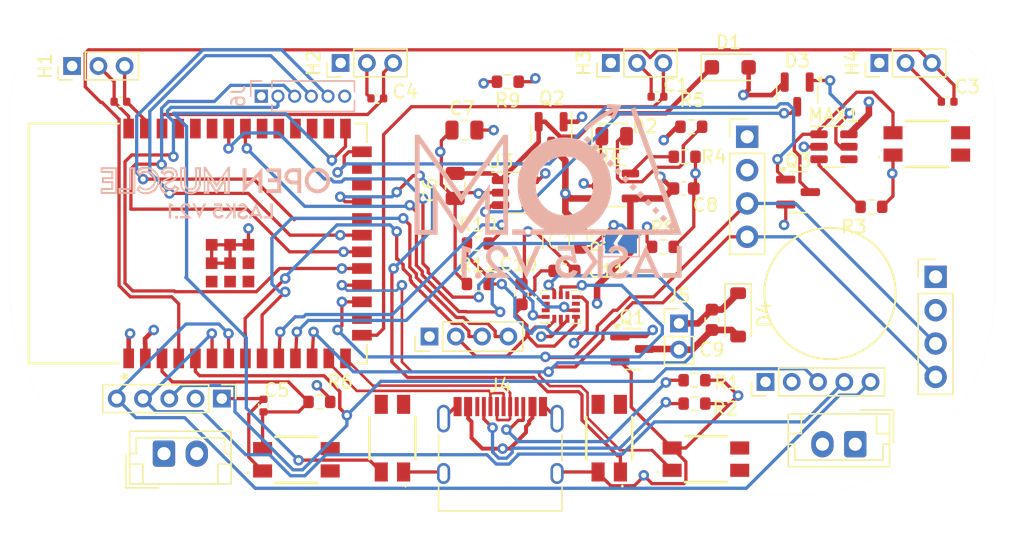
<source format=kicad_pcb>
(kicad_pcb (version 20241229) (generator "pcbnew") (generator_version "9.0")
  (layers (0 "F.Cu" signal) (4 "In1.Cu" power "GND") (6 "In2.Cu" power "PWR") (2 "B.Cu" signal) (13 "F.Paste" user) (15 "B.Paste" user) (5 "F.SilkS" user "F.Silkscreen") (7 "B.SilkS" user "B.Silkscreen") (1 "F.Mask" user) (3 "B.Mask" user) (25 "Edge.Cuts" user))
  (net 0 "")
  (net 1 "hall_2")
  (net 2 "hall_0")
  (net 3 "hall_3")
  (net 4 "hall_1")
  (net 5 "GND")
  (net 6 "+3V3")
  (net 7 "SCL")
  (net 8 "SDA")
  (net 9 "JX")
  (net 10 "JY")
  (net 11 "JSW")
  (net 12 "MotorGND")
  (net 13 "GP15")
  (net 14 "GP16")
  (net 15 "VBAT")
  (net 16 "EN")
  (net 17 "VIN")
  (net 18 "VBUS")
  (net 19 "Batt+")
  (net 20 "Net-(JP1-A)")
  (net 21 "Net-(D2-K)")
  (net 22 "Net-(D2-A)")
  (net 23 "Net-(MAX1-CLEAR)")
  (net 25 "LDO_EN")
  (net 26 "Net-(U4-PROG)")
  (net 28 "ADC_BAT")
  (net 29 "D+")
  (net 30 "D-")
  (net 31 "100")
  (net 35 "Net-(U3-EN)")
  (net 41 "Net-(MAX1-In)")
  (net 42 "Net-(Q1-G)")
  (net 43 "PWR_OFF")
  (net 44 "GP34")
  (net 45 "GP33")
  (net 46 "TX")
  (net 47 "RX")
  (net 48 "Net-(J4-CC1)")
  (net 50 "Net-(J4-CC2)")
  (net 52 "MOT_SIG")
  (net 53 "MENU")
  (net 54 "SELECT")
  (net 55 "SPI_SCK")
  (net 56 "SPI_MOSI")
  (net 57 "SPI_MISO")
  (net 58 "CS")
  (footprint "Capacitor_SMD:C_0402_1005Metric" (layer "F.Cu") (at 122.964 71.12)
    (property "Reference" "C2" (hide yes))
    (property "Value" "100 nF" (hide yes))
  )
  (footprint "Capacitor_SMD:C_0603_1608Metric" (layer "F.Cu") (at 153.5 85.775 90)
    (property "Reference" "C10")
    (property "Value" "0.1 uF" (hide yes))
  )
  (footprint "Resistor_SMD:R_0603_1608Metric" (layer "F.Cu") (at 165.926 75.311)
    (property "Reference" "R4")
    (property "Value" "2k" (hide yes))
  )
  (footprint "Capacitor_SMD:C_0805_2012Metric" (layer "F.Cu") (at 148.452 77.531 -90)
    (property "Reference" "C6")
    (property "Value" "4.7uF" (hide yes))
  )
  (footprint "Package_TO_SOT_SMD:SOT-23" (layer "F.Cu") (at 161.9375 89.95)
    (property "Reference" "Q1")
    (property "Value" "IRLML2060" (hide yes))
  )
  (footprint "Resistor_SMD:R_0603_1608Metric" (layer "F.Cu") (at 152.464 69.596 180)
    (property "Reference" "R9")
    (property "Value" "100k" (hide yes))
  )
  (footprint "Package_TO_SOT_SMD:SOT-23" (layer "F.Cu") (at 155.763 73.5815 -90)
    (property "Reference" "Q2")
    (property "Value" "VP0610T" (hide yes))
  )
  (footprint "Package_TO_SOT_SMD:TSOT-23-5" (layer "F.Cu") (at 160.6605 77.536)
    (property "Reference" "U4")
    (property "Value" "LTC4054ES5-4.2" (hide yes))
  )
  (footprint "Connector_PinHeader_2.54mm:PinHeader_1x04_P2.54mm_Vertical" (layer "F.Cu") (at 170.688 73.787)
    (property "Reference" "J1" (hide yes))
    (property "Value" "Conn_01x04" (hide yes))
  )
  (footprint "OpenMuscleDevKit:EVQP2P02M" (layer "F.Cu") (at 184.369 74.334 90)
    (property "Reference" "SW_PWR1" (hide yes))
    (property "Value" "SW_Push" (hide yes))
  )
  (footprint "Connector_PinHeader_2.00mm:PinHeader_1x03_P2.00mm_Vertical" (layer "F.Cu") (at 139.732 68.1676 90)
    (property "Reference" "H2")
    (property "Value" "A1369xUA-10" (hide yes))
  )
  (footprint "Capacitor_SMD:C_0603_1608Metric" (layer "F.Cu") (at 165.849 77.729 180)
    (property "Reference" "C8")
    (property "Value" "2.2 uF" (hide yes))
  )
  (footprint "Package_TO_SOT_SMD:SOT-23-5" (layer "F.Cu") (at 153.0405 78.044)
    (property "Reference" "U3")
    (property "Value" "TPS7A03" (hide yes))
  )
  (footprint "Resistor_SMD:R_0603_1608Metric" (layer "F.Cu") (at 180.15 79.121)
    (property "Reference" "R3")
    (property "Value" "1K" (hide yes))
  )
  (footprint "ICM-42688-P:IIM42352" (layer "F.Cu") (at 156.5 86.75)
    (property "Reference" "IC1")
    (property "Value" "ICM-42688-P")
  )
  (footprint "Resistor_SMD:R_0603_1608Metric" (layer "F.Cu") (at 166.675 94.107)
    (property "Reference" "R2")
    (property "Value" "5.1K" (hide yes))
  )
  (footprint "MountingHole:MountingHole_2.2mm_M2" (layer "F.Cu") (at 130.048 69.088)
    (property "Reference" "H8" (hide yes))
    (property "Value" "MountingHole" (hide yes))
  )
  (footprint "Resistor_SMD:R_0603_1608Metric" (layer "F.Cu") (at 164.275 82.169)
    (property "Reference" "R8")
    (property "Value" "100k" (hide yes))
  )
  (footprint "Package_TO_SOT_SMD:SOT-23" (layer "F.Cu") (at 174.5625 78)
    (property "Reference" "Q3")
    (property "Value" "IRLML2060" (hide yes))
  )
  (footprint "Capacitor_SMD:C_0402_1005Metric" (layer "F.Cu") (at 142.522 70.866)
    (property "Reference" "C4")
    (property "Value" "100 nF" (hide yes))
  )
  (footprint "Capacitor_SMD:C_0402_1005Metric" (layer "F.Cu") (at 133.858 94.262 -90)
    (property "Reference" "C5")
    (property "Value" "100 nF" (hide yes))
  )
  (footprint "Capacitor_SMD:C_0402_1005Metric" (layer "F.Cu") (at 185.956 71.12)
    (property "Reference" "C3")
    (property "Value" "100 nF" (hide yes))
  )
  (footprint "Diode_SMD:D_SOD-123F" (layer "F.Cu") (at 169.4 68.5)
    (property "Reference" "D1")
    (property "Value" "1N5819" (hide yes))
  )
  (footprint "Connector_PinHeader_2.00mm:PinHeader_1x05_P2.00mm_Vertical" (layer "F.Cu") (at 172.085 92.456 90)
    (property "Reference" "Joystick1" (hide yes))
    (property "Value" "Conn_01x05_Pin" (hide yes))
  )
  (footprint "Connector_PinHeader_2.00mm:PinHeader_1x03_P2.00mm_Vertical" (layer "F.Cu") (at 180.753 68.1676 90)
    (property "Reference" "H4")
    (property "Value" "A1369xUA-10" (hide yes))
  )
  (footprint "Resistor_SMD:R_0603_1608Metric" (layer "F.Cu") (at 166.675 92.329)
    (property "Reference" "R1")
    (property "Value" "5.1K" (hide yes))
  )
  (footprint "OpenMuscleDevKit:EVQP2P02M" (layer "F.Cu") (at 167.548 98.337 90)
    (property "Reference" "SW_SEL1" (hide yes))
    (property "Value" "SW_Push" (hide yes))
  )
  (footprint "MountingHole:MountingHole_2.2mm_M2" (layer "F.Cu") (at 185.928 79.756)
    (property "Reference" "H7" (hide yes))
    (property "Value" "MountingHole" (hide yes))
  )
  (footprint "Resistor_SMD:R_0603_1608Metric" (layer "F.Cu") (at 157.988 81.47 -90)
    (property "Reference" "R7")
    (property "Value" "100k" (hide yes))
  )
  (footprint "Connector_JST:JST_EH_B2B-EH-A_1x02_P2.50mm_Vertical" (layer "F.Cu") (at 178.923 97.201 180)
    (property "Reference" "BattExtLTC4054" (hide yes))
    (property "Value" "JST_02" (hide yes))
  )
  (footprint "footprints:ESP32-S3-WROOM-1_EXP" (layer "F.Cu") (at 128.851 81.915 90)
    (property "Reference" "U2" (hide yes))
    (property "Value" "ESP32-S3-WROOM-1-N16R8" (hide yes))
  )
  (footprint "Connector_JST:JST_EH_B2B-EH-A_1x02_P2.50mm_Vertical" (layer "F.Cu") (at 126.278 97.917)
    (property "Reference" "J2" (hide yes))
    (property "Value" "JST_02" (hide yes))
  )
  (footprint "Connector_PinHeader_2.00mm:PinHeader_1x04_P2.00mm_Vertical" (layer "F.Cu") (at 146.5 89 90)
    (property "Reference" "J3" (hide yes))
    (property "Value" "Conn_01x04_Pin" (hide yes))
  )
  (footprint "Connector_PinHeader_2.00mm:PinHeader_1x05_P2.00mm_Vertical" (layer "F.Cu") (at 130.683 93.726 -90)
    (property "Reference" "Joystick2" (hide yes))
    (property "Value" "Conn_01x05_Pin" (hide yes))
  )
  (footprint "OpenMuscleDevKit:EVQP2P02M" (layer "F.Cu") (at 143.676 96.739 180)
    (property "Reference" "SW_RST1" (hide yes))
    (property "Value" "SW_Push" (hide yes))
  )
  (footprint "Resistor_SMD:R_0603_1608Metric" (layer "F.Cu") (at 150.175 81.915)
    (property "Reference" "R10")
    (property "Value" "10k" (hide yes))
  )
  (footprint "Package_TO_SOT_SMD:SOT-23" (layer "F.Cu") (at 174.5 70.5625 -90)
    (property "Reference" "D3")
    (property "Value" "BAT54C" (hide yes))
  )
  (footprint "Resistor_SMD:R_0603_1608Metric" (layer "F.Cu") (at 138.112 93.98 180)
    (property "Reference" "R6")
    (property "Value" "5.1K" (hide yes))
  )
  (footprint "LED_SMD:LED_0805_2012Metric" (layer "F.Cu") (at 160.5625 73.75)
    (property "Reference" "D2")
    (property "Value" "CHRG LED" (hide yes))
  )
  (footprint "Diode_SMD:D_SOD-123" (layer "F.Cu") (at 170 87.35 -90)
    (property "Reference" "D4")
    (property "Value" "1N4007" (hide yes))
  )
  (footprint "OpenMuscleDevKit:EVQP2P02M" (layer "F.Cu") (at 136.363 98.386 90)
    (property "Reference" "SW_BOOT1" (hide yes))
    (property "Value" "SW_Push" (hide yes))
  )
  (footprint "Connector_USB:USB_C_Receptacle_HRO_TYPE-C-31-M-12" (layer "F.Cu") (at 151.89 98.38)
    (property "Reference" "J4")
    (property "Value" "USB_C_Receptacle")
  )
  (footprint "Capacitor_SMD:C_0603_1608Metric" (layer "F.Cu") (at 168 87.725 90)
    (property "Reference" "C9")
    (property "Value" "100 uF" (hide yes))
  )
  (footprint "Resistor_SMD:R_0603_1608Metric" (layer "F.Cu") (at 166.434 73.025)
    (property "Reference" "R5")
    (property "Value" "150" (hide yes))
  )
  (footprint "Connector_PinHeader_2.00mm:PinHeader_1x02_P2.00mm_Vertical" (layer "F.Cu") (at 165.5 88)
    (property "Reference" "J5")
    (property "Value" "Conn_01x02" (hide yes))
  )
  (footprint "Capacitor_SMD:C_0805_2012Metric" (layer "F.Cu") (at 149.159 73.279 180)
    (property "Reference" "C7")
    (property "Value" "4.7uF" (hide yes))
  )
  (footprint "Capacitor_SMD:C_0402_1005Metric" (layer "F.Cu") (at 163.858 70.739)
    (property "Reference" "C1")
    (property "Value" "100 nF" (hide yes))
  )
  (footprint "Capacitor_SMD:C_0603_1608Metric" (layer "F.Cu") (at 156.775 84)
    (property "Reference" "C11")
    (property "Value" "2.2 uF" (hide yes))
  )
  (footprint "Connector_PinHeader_2.00mm:PinHeader_1x03_P2.00mm_Vertical" (layer "F.Cu") (at 119.285 68.3986 90)
    (property "Reference" "H1")
    (property "Value" "A1369xUA-10" (hide yes))
  )
  (footprint "Connector_PinHeader_2.00mm:PinHeader_1x03_P2.00mm_Vertical" (layer "F.Cu") (at 160.306 68.1676 90)
    (property "Reference" "H3")
    (property "Value" "A1369xUA-10" (hide yes))
  )
  (footprint "Connector_PinHeader_2.54mm:PinHeader_1x04_P2.54mm_Vertical" (layer "F.Cu") (at 185.039 84.455)
    (property "Reference" "J9" (hide yes))
    (property "Value" "Conn_01x04" (hide yes))
  )
  (footprint "Package_TO_SOT_SMD:SOT-23-6" (layer "F.Cu") (at 177.2975 74.549)
    (property "Reference" "MAX1")
    (property "Value" "~")
  )
  (footprint "OpenMuscleDevKit:EVQP2P02M" (layer "F.Cu") (at 160.186 96.739 180)
    (property "Reference" "SW_M1" (hide yes))
    (property "Value" "SW_Push" (hide yes))
  )
  (footprint "Resistor_SMD:R_0603_1608Metric" (layer "F.Cu") (at 150.175 85)
    (property "Reference" "R11")
    (property "Value" "10k" (hide yes))
  )
  (footprint "Connector_PinHeader_1.27mm:PinHeader_1x06_P1.27mm_Vertical" (layer "B.Cu") (at 133.69 70.7 -90)
    (property "Reference" "J6")
    (property "Value" "Conn_01x06_Pin")
  )
  (footprint "Jumper:SolderJumper-2_P1.3mm_Open_TrianglePad1.0x1.5mm" (layer "B.Cu") (at 161.073 81.915 180)
    (property "Reference" "JP1" (hide yes))
    (property "Value" "Jumper_2_Open" (hide yes))
  )
  (gr_circle (center 177 85.725) (end 180 89.725) (stroke (width 0.15)) (fill no) (layer "F.SilkS"))
  (gr_poly (pts (xy 150.204544 84.09891) (xy 150.192892 84.099978) (xy 150.181286 84.101731) (xy 150.169748 84.104145) (xy 150.158302 84.107197) (xy 150.146969 84.110866) (xy 150.135774 84.115128) (xy 150.124738 84.119959) (xy 150.113884 84.125339) (xy 150.103236 84.131243) (xy 150.092816 84.137648) (xy 150.082647 84.144533) (xy 150.072751 84.151874) (xy 150.063152 84.159648) (xy 150.053872 84.167833) (xy 150.044935 84.176406) (xy 150.036362 84.185344) (xy 150.028177 84.194623) (xy 150.020403 84.204223) (xy 150.013062 84.214118) (xy 150.006177 84.224288) (xy 149.999771 84.234708) (xy 149.993867 84.245357) (xy 149.988488 84.25621) (xy 149.983656 84.267247) (xy 149.979394 84.278443) (xy 149.975726 84.289775) (xy 149.972673 84.301222) (xy 149.970259 84.31276) (xy 149.968506 84.324367) (xy 149.967438 84.336019) (xy 149.967077 84.347694) (xy 149.967438 84.359369) (xy 149.968506 84.371022) (xy 149.970259 84.382628) (xy 149.972673 84.394166) (xy 149.975726 84.405613) (xy 149.979394 84.416946) (xy 149.983656 84.428142) (xy 149.988488 84.439178) (xy 149.993867 84.450032) (xy 149.999771 84.46068) (xy 150.006177 84.471101) (xy 150.013062 84.48127) (xy 150.020403 84.491166) (xy 150.028177 84.500765) (xy 150.036362 84.510045) (xy 150.044935 84.518982) (xy 150.053872 84.527555) (xy 150.063152 84.53574) (xy 150.072751 84.543514) (xy 150.082647 84.550855) (xy 150.092816 84.55774) (xy 150.103236 84.564146) (xy 150.113884 84.57005) (xy 150.124738 84.575429) (xy 150.135774 84.580261) (xy 150.146969 84.584523) (xy 150.158302 84.588191) (xy 150.169748 84.591244) (xy 150.181286 84.593658) (xy 150.192892 84.59541) (xy 150.204544 84.596479) (xy 150.216219 84.59684) (xy 150.227893 84.596479) (xy 150.239545 84.59541) (xy 150.251151 84.593658) (xy 150.262689 84.591244) (xy 150.274135 84.588191) (xy 150.285468 84.584523) (xy 150.296664 84.580261) (xy 150.3077 84.575429) (xy 150.318553 84.57005) (xy 150.329201 84.564146) (xy 150.339622 84.55774) (xy 150.349791 84.550855) (xy 150.359686 84.543514) (xy 150.369286 84.53574) (xy 150.378565 84.527555) (xy 150.387503 84.518982) (xy 150.396076 84.510045) (xy 150.40426 84.500765) (xy 150.412035 84.491166) (xy 150.419376 84.48127) (xy 150.426261 84.471101) (xy 150.432666 84.46068) (xy 150.43857 84.450032) (xy 150.44395 84.439178) (xy 150.448781 84.428142) (xy 150.453043 84.416946) (xy 150.456712 84.405613) (xy 150.459764 84.394166) (xy 150.462178 84.382628) (xy 150.463931 84.371022) (xy 150.464999 84.359369) (xy 150.46536 84.347694) (xy 150.464999 84.334192) (xy 150.463931 84.320945) (xy 150.462178 84.307964) (xy 150.459764 84.295261) (xy 150.456712 84.282846) (xy 150.453043 84.270732) (xy 150.448781 84.25893) (xy 150.44395 84.247451) (xy 150.43857 84.236306) (xy 150.432666 84.225507) (xy 150.426261 84.215066) (xy 150.419376 84.204994) (xy 150.412035 84.195301) (xy 150.40426 84.186001) (xy 150.396076 84.177103) (xy 150.387503 84.16862) (xy 150.378565 84.160562) (xy 150.369286 84.152942) (xy 150.359686 84.14577) (xy 150.349791 84.139058) (xy 150.339622 84.132818) (xy 150.329201 84.127061) (xy 150.318553 84.121797) (xy 150.3077 84.11704) (xy 150.296664 84.112799) (xy 150.285468 84.109087) (xy 150.274135 84.105914) (xy 150.262689 84.103293) (xy 150.251151 84.101234) (xy 150.239545 84.09975) (xy 150.227893 84.098851) (xy 150.216219 84.098549)) (fill yes) (layer "B.SilkS"))
  (gr_poly (pts (xy 153.870321 84.596836) (xy 154.991464 82.105405) (xy 154.576223 82.105405) (xy 153.84955 83.745596) (xy 153.122881 82.1054) (xy 152.749174 82.1054)) (fill yes) (layer "B.SilkS"))
  (gr_poly (pts (xy 132.563871 77.405429) (xy 132.563871 76.180817) (xy 132.265188 76.180817) (xy 132.265188 76.180818) (xy 132.265188 78.092401) (xy 133.474863 76.837927) (xy 133.474863 78.062538) (xy 133.773546 78.062538) (xy 133.773546 76.150955) (xy 133.758611 76.150955)) (fill yes) (layer "B.SilkS"))
  (gr_poly (pts (xy 159.974338 75.814533) (xy 160.265005 76.105201) (xy 160.555671 75.814533) (xy 160.265005 75.523865)) (fill yes) (layer "B.SilkS"))
  (gr_poly (pts (xy 160.746949 82.065809) (xy 160.674334 82.071542) (xy 160.607436 82.080985) (xy 160.545951 82.094047) (xy 160.489576 82.110637) (xy 160.463209 82.120226) (xy 160.438005 82.130664) (xy 160.413927 82.141937) (xy 160.390936 82.154036) (xy 160.368994 82.166948) (xy 160.348063 82.180662) (xy 160.309083 82.210451) (xy 160.273692 82.243312) (xy 160.241586 82.279154) (xy 160.21246 82.317885) (xy 160.18601 82.359414) (xy 160.161933 82.40365) (xy 160.139924 82.450502) (xy 160.119678 82.499878) (xy 160.410345 82.686735) (xy 160.418371 82.671407) (xy 160.426869 82.656566) (xy 160.435823 82.642211) (xy 160.445218 82.628343) (xy 160.455039 82.614961) (xy 160.465271 82.602066) (xy 160.475898 82.589658) (xy 160.486905 82.577736) (xy 160.498277 82.5663) (xy 160.509998 82.555351) (xy 160.522055 82.544889) (xy 160.53443 82.534914) (xy 160.54711 82.525424) (xy 160.560079 82.516422) (xy 160.573321 82.507906) (xy 160.586822 82.499877) (xy 160.600566 82.492334) (xy 160.614538 82.485278) (xy 160.628724 82.478708) (xy 160.643106 82.472626) (xy 160.657672 82.467029) (xy 160.672404 82.46192) (xy 160.687289 82.457297) (xy 160.702311 82.45316) (xy 160.732704 82.446347) (xy 160.763462 82.441481) (xy 160.794463 82.438561) (xy 160.825586 82.437588) (xy 160.841332 82.43801) (xy 160.857389 82.43926) (xy 160.890225 82.444157) (xy 160.92367 82.452095) (xy 160.957296 82.462892) (xy 160.99068 82.476365) (xy 161.023394 82.492332) (xy 161.055014 82.510611) (xy 161.085112 82.531018) (xy 161.113265 82.553372) (xy 161.139044 82.57749) (xy 161.150912 82.590153) (xy 161.162026 82.603189) (xy 161.172335 82.616574) (xy 161.181785 82.630287) (xy 161.190322 82.644303) (xy 161.197893 82.658601) (xy 161.204446 82.673157) (xy 161.209926 82.687949) (xy 161.214282 82.702954) (xy 161.217459 82.718149) (xy 161.219404 82.733511) (xy 161.220064 82.749018) (xy 161.2194 82.76435) (xy 161.217428 82.779222) (xy 161.214179 82.793661) (xy 161.209683 82.807693) (xy 161.20397 82.821345) (xy 161.197072 82.834643) (xy 161.189017 82.847615) (xy 161.179838 82.860287) (xy 161.169563 82.872684) (xy 161.158224 82.884835) (xy 161.145851 82.896765) (xy 161.132475 82.908501) (xy 161.118125 82.92007) (xy 161.102832 82.931499) (xy 161.086627 82.942813) (xy 161.06954 82.95404) (xy 161.032842 82.976338) (xy 160.992981 82.998606) (xy 160.9502 83.021056) (xy 160.904742 83.043901) (xy 160.701015 83.143492) (xy 160.628313 83.174923) (xy 160.558317 83.207115) (xy 160.491302 83.240341) (xy 160.427541 83.274874) (xy 160.367308 83.31099) (xy 160.310877 83.348961) (xy 160.258521 83.389061) (xy 160.210514 83.431563) (xy 160.16713 83.476742) (xy 160.147257 83.50042) (xy 160.128642 83.524871) (xy 160.11132 83.550127) (xy 160.095325 83.576223) (xy 160.08069 83.603194) (xy 160.067451 83.631073) (xy 160.055641 83.659896) (xy 160.045295 83.689695) (xy 160.036447 83.720505) (xy 160.029131 83.752361) (xy 160.023381 83.785296) (xy 160.019231 83.819345) (xy 160.016717 83.854543) (xy 160.015871 83.890922) (xy 160.016958 83.927654) (xy 160.020189 83.963858) (xy 160.025519 83.999491) (xy 160.032902 84.034513) (xy 160.042292 84.06888) (xy 160.053644 84.102552) (xy 160.066911 84.135486) (xy 160.082049 84.167641) (xy 160.099012 84.198974) (xy 160.117754 84.229445) (xy 160.13823 84.259011) (xy 160.160393 84.28763) (xy 160.184199 84.315261) (xy 160.209601 84.341861) (xy 160.236555 84.36739) (xy 160.265014 84.391805) (xy 160.294933 84.415063) (xy 160.326266 84.437125) (xy 160.358967 84.457947) (xy 160.392992 84.477488) (xy 160.428294 84.495706) (xy 160.464827 84.512559) (xy 160.502547 84.528006) (xy 160.541407 84.542004) (xy 160.581362 84.554512) (xy 160.622367 84.565488) (xy 160.664375 84.57489) (xy 160.707341 84.582676) (xy 160.751219 84.588805) (xy 160.795964 84.593234) (xy 160.841531 84.595923) (xy 160.887872 84.596828) (xy 160.977951 84.594659) (xy 161.061551 84.588232) (xy 161.139008 84.577668) (xy 161.210657 84.56309) (xy 161.27683 84.54462) (xy 161.337864 84.522378) (xy 161.394093 84.496486) (xy 161.445851 84.467067) (xy 161.493473 84.434241) (xy 161.537293 84.398131) (xy 161.577646 84.358858) (xy 161.614867 84.316543) (xy 161.649289 84.271309) (xy 161.681248 84.223277) (xy 161.711077 84.172568) (xy 161.739113 84.119304) (xy 161.739103 84.119316) (xy 161.427673 83.911695) (xy 161.41764 83.928969) (xy 161.407013 83.945753) (xy 161.395808 83.962042) (xy 161.384041 83.977833) (xy 161.371727 83.993123) (xy 161.35888 84.007907) (xy 161.345516 84.022181) (xy 161.33165 84.035942) (xy 161.317298 84.049186) (xy 161.302474 84.061909) (xy 161.287194 84.074108) (xy 161.271473 84.085778) (xy 161.255327 84.096916) (xy 161.238769 84.107518) (xy 161.221817 84.117581) (xy 161.204484 84.127099) (xy 161.186786 84.13607) (xy 161.168738 84.14449) (xy 161.150356 84.152355) (xy 161.131655 84.159661) (xy 161.112649 84.166404) (xy 161.093355 84.172581) (xy 161.05396 84.18322) (xy 161.013592 84.191548) (xy 160.972372 84.197535) (xy 160.930423 84.201149) (xy 160.887865 84.20236) (xy 160.844866 84.200915) (xy 160.801776 84.196642) (xy 160.75899 84.189632) (xy 160.716904 84.179976) (xy 160.675913 84.167765) (xy 160.636412 84.153091) (xy 160.598796 84.136044) (xy 160.563461 84.116717) (xy 160.530803 84.0952) (xy 160.501216 84.071584) (xy 160.487699 84.059018) (xy 160.475097 84.045961) (xy 160.463461 84.032425) (xy 160.45284 84.018422) (xy 160.443283 84.003963) (xy 160.43484 83.989059) (xy 160.427561 83.973721) (xy 160.421494 83.957961) (xy 160.41669 83.941791) (xy 160.413197 83.925222) (xy 160.411065 83.908265) (xy 160.410343 83.890932) (xy 160.411245 83.873476) (xy 160.413911 83.856145) (xy 160.418281 83.838943) (xy 160.424292 83.821874) (xy 160.431885 83.804942) (xy 160.440999 83.788151) (xy 160.451573 83.771504) (xy 160.463545 83.755006) (xy 160.476856 83.73866) (xy 160.491444 83.722469) (xy 160.507249 83.706438) (xy 160.524209 83.690571) (xy 160.542264 83.674871) (xy 160.561353 83.659342) (xy 160.602391 83.628812) (xy 160.646834 83.599012) (xy 160.694197 83.569973) (xy 160.743993 83.541724) (xy 160.795736 83.514297) (xy 160.848939 83.487721) (xy 160.903115 83.462028) (xy 160.957777 83.437246) (xy 161.012439 83.413408) (xy 161.121764 83.365274) (xy 161.17594 83.339641) (xy 161.229142 83.312518) (xy 161.280885 83.28357) (xy 161.330682 83.252462) (xy 161.378045 83.218861) (xy 161.422489 83.182431) (xy 161.443464 83.163051) (xy 161.463526 83.142839) (xy 161.482616 83.121751) (xy 161.500671 83.099748) (xy 161.517631 83.076787) (xy 161.533436 83.052826) (xy 161.548024 83.027823) (xy 161.561335 83.001736) (xy 161.573308 82.974525) (xy 161.583881 82.946146) (xy 161.592995 82.916558) (xy 161.600588 82.88572) (xy 161.6066 82.853589) (xy 161.610969 82.820123) (xy 161.613636 82.785281) (xy 161.614538 82.749021) (xy 161.613512 82.712348) (xy 161.610468 82.676318) (xy 161.605454 82.640964) (xy 161.59852 82.606322) (xy 161.589716 82.572424) (xy 161.579091 82.539306) (xy 161.566695 82.507002) (xy 161.552576 82.475545) (xy 161.536785 82.44497) (xy 161.51937 82.415312) (xy 161.500382 82.386604) (xy 161.479869 82.358881) (xy 161.457881 82.332176) (xy 161.434467 82.306525) (xy 161.409677 82.281961) (xy 161.383561 82.258518) (xy 161.356167 82.236231) (xy 161.327545 82.215135) (xy 161.297745 82.195262) (xy 161.266816 82.176647) (xy 161.234807 82.159325) (xy 161.201767 82.14333) (xy 161.167747 82.128696) (xy 161.132796 82.115457) (xy 161.096963 82.103648) (xy 161.060297 82.093302) (xy 161.022848 82.084454) (xy 160.984665 82.077138) (xy 160.945798 82.071388) (xy 160.906296 82.067238) (xy 160.866209 82.064724) (xy 160.825586 82.063878)) (fill yes) (layer "B.SilkS"))
  (gr_poly (pts (xy 137.919981 76.152208) (xy 137.870566 76.155944) (xy 137.821885 76.162098) (xy 137.773997 76.170609) (xy 137.726961 76.181416) (xy 137.68084 76.194461) (xy 137.635691 76.209682) (xy 137.591577 76.22702) (xy 137.548556 76.246414) (xy 137.506689 76.267805) (xy 137.466037 76.291131) (xy 137.426658 76.316334) (xy 137.388614 76.343352) (xy 137.351965 76.372125) (xy 137.316771 76.402594) (xy 137.283091 76.434699) (xy 137.250987 76.468378) (xy 137.220518 76.503572) (xy 137.191744 76.540222) (xy 137.164726 76.578265) (xy 137.139524 76.617644) (xy 137.116197 76.658296) (xy 137.094807 76.700163) (xy 137.075413 76.743183) (xy 137.058075 76.787298) (xy 137.042854 76.832446) (xy 137.029809 76.878568) (xy 137.019001 76.925603) (xy 137.01049 76.973491) (xy 137.004337 77.022172) (xy 137.000601 77.071587) (xy 136.999342 77.121673) (xy 137.000601 77.17176) (xy 137.004337 77.221174) (xy 137.01049 77.269856) (xy 137.019001 77.317744) (xy 137.029809 77.364779) (xy 137.042854 77.410901) (xy 137.058075 77.456049) (xy 137.075413 77.500163) (xy 137.094807 77.543184) (xy 137.116197 77.585051) (xy 137.139524 77.625703) (xy 137.164726 77.665082) (xy 137.191744 77.703126) (xy 137.220518 77.739775) (xy 137.250987 77.774969) (xy 137.283091 77.808649) (xy 137.316771 77.840753) (xy 137.351965 77.871222) (xy 137.388614 77.899996) (xy 137.426658 77.927014) (xy 137.466037 77.952216) (xy 137.506689 77.975543) (xy 137.548556 77.996933) (xy 137.591577 78.016327) (xy 137.635691 78.033665) (xy 137.68084 78.048887) (xy 137.726961 78.061931) (xy 137.773997 78.072739) (xy 137.821885 78.08125) (xy 137.870566 78.087403) (xy 137.919981 78.09114) (xy 137.970068 78.092398) (xy 138.020154 78.09114) (xy 138.069568 78.087403) (xy 138.11825 78.08125) (xy 138.166138 78.072739) (xy 138.213173 78.061931) (xy 138.259294 78.048887) (xy 138.304443 78.033665) (xy 138.348557 78.016327) (xy 138.391578 77.996933) (xy 138.433445 77.975543) (xy 138.474097 77.952216) (xy 138.513476 77.927014) (xy 138.551519 77.899996) (xy 138.588169 77.871222) (xy 138.623363 77.840753) (xy 138.657043 77.808649) (xy 138.689147 77.774969) (xy 138.719616 77.739775) (xy 138.74839 77.703126) (xy 138.775408 77.665082) (xy 138.800611 77.625703) (xy 138.823937 77.585051) (xy 138.845328 77.543184) (xy 138.864722 77.500163) (xy 138.88206 77.456049) (xy 138.897282 77.410901) (xy 138.910326 77.364779) (xy 138.921134 77.317744) (xy 138.929645 77.269856) (xy 138.935799 77.221174) (xy 138.939535 77.17176) (xy 138.940794 77.121673) (xy 138.642107 77.121673) (xy 138.641239 77.15645) (xy 138.638661 77.190748) (xy 138.634416 77.224526) (xy 138.628544 77.257744) (xy 138.621085 77.29036) (xy 138.612082 77.322334) (xy 138.601574 77.353624) (xy 138.589604 77.384189) (xy 138.576211 77.413989) (xy 138.561438 77.442982) (xy 138.545325 77.471127) (xy 138.527913 77.498384) (xy 138.509243 77.524711) (xy 138.489356 77.550067) (xy 138.468293 77.574411) (xy 138.446096 77.597702) (xy 138.422804 77.6199) (xy 138.39846 77.640963) (xy 138.373104 77.66085) (xy 138.346777 77.67952) (xy 138.319521 77.696932) (xy 138.291376 77.713046) (xy 138.262383 77.727819) (xy 138.232583 77.741212) (xy 138.202018 77.753182) (xy 138.170728 77.76369) (xy 138.138755 77.772693) (xy 138.106138 77.780152) (xy 138.072921 77.786024) (xy 138.039142 77.79027) (xy 138.004844 77.792847) (xy 137.970068 77.793715) (xy 137.935291 77.792847) (xy 137.900993 77.79027) (xy 137.867214 77.786024) (xy 137.833996 77.780152) (xy 137.801379 77.772693) (xy 137.769406 77.76369) (xy 137.738115 77.753183) (xy 137.70755 77.741212) (xy 137.67775 77.72782) (xy 137.648757 77.713046) (xy 137.620612 77.696933) (xy 137.593355 77.679521) (xy 137.567028 77.660851) (xy 137.541672 77.640964) (xy 137.517328 77.619901) (xy 137.494036 77.597703) (xy 137.471839 77.574412) (xy 137.450776 77.550067) (xy 137.430889 77.524711) (xy 137.412219 77.498384) (xy 137.394807 77.471128) (xy 137.378694 77.442983) (xy 137.36392 77.41399) (xy 137.350528 77.38419) (xy 137.338557 77.353624) (xy 137.32805 77.322334) (xy 137.319047 77.290361) (xy 137.311588 77.257744) (xy 137.305716 77.224527) (xy 137.30147 77.190748) (xy 137.298893 77.15645) (xy 137.298025 77.121673) (xy 137.298893 77.086897) (xy 137.30147 77.052599) (xy 137.305716 77.01882) (xy 137.311588 76.985603) (xy 137.319047 76.952986) (xy 137.32805 76.921013) (xy 137.338557 76.889723) (xy 137.350528 76.859157) (xy 137.36392 76.829358) (xy 137.378694 76.800365) (xy 137.394807 76.772219) (xy 137.412219 76.744963) (xy 137.430889 76.718636) (xy 137.450776 76.69328) (xy 137.471839 76.668936) (xy 137.494036 76.645644) (xy 137.517328 76.623446) (xy 137.541672 76.602383) (xy 137.567028 76.582496) (xy 137.593355 76.563826) (xy 137.620612 76.546414) (xy 137.648757 76.530301) (xy 137.67775 76.515527) (xy 137.70755 76.502135) (xy 137.738115 76.490164) (xy 137.769406 76.479657) (xy 137.801379 76.470653) (xy 137.833996 76.463195) (xy 137.867214 76.457322) (xy 137.900993 76.453077) (xy 137.935291 76.4505) (xy 137.970068 76.449632) (xy 138.004844 76.4505) (xy 138.039142 76.453077) (xy 138.072921 76.457322) (xy 138.106138 76.463195) (xy 138.138755 76.470653) (xy 138.170728 76.479657) (xy 138.202018 76.490164) (xy 138.232583 76.502135) (xy 138.262383 76.515527) (xy 138.291376 76.530301) (xy 138.319521 76.546414) (xy 138.346777 76.563826) (xy 138.373104 76.582496) (xy 138.39846 76.602383) (xy 138.422804 76.623446) (xy 138.446096 76.645644) (xy 138.468293 76.668936) (xy 138.489356 76.69328) (xy 138.509243 76.718636) (xy 138.527913 76.744963) (xy 138.545325 76.772219) (xy 138.561438 76.800365) (xy 138.576211 76.829358) (xy 138.589604 76.859157) (xy 138.601574 76.889723) (xy 138.612082 76.921013) (xy 138.621085 76.952986) (xy 138.628544 76.985603) (xy 138.634416 77.01882) (xy 138.638661 77.052599) (xy 138.641239 77.086897) (xy 138.642107 77.121673) (xy 138.940794 77.121673) (xy 138.939535 77.071587) (xy 138.935799 77.022172) (xy 138.929645 76.973491) (xy 138.921134 76.925603) (xy 138.910326 76.878568) (xy 138.897282 76.832446) (xy 138.88206 76.787298) (xy 138.864722 76.743183) (xy 138.845328 76.700163) (xy 138.823937 76.658296) (xy 138.800611 76.617644) (xy 138.775408 76.578265) (xy 138.74839 76.540222) (xy 138.719616 76.503572) (xy 138.689147 76.468378) (xy 138.657043 76.434699) (xy 138.623363 76.402594) (xy 138.588169 76.372125) (xy 138.551519 76.343352) (xy 138.513476 76.316334) (xy 138.474097 76.291131) (xy 138.433445 76.267805) (xy 138.391578 76.246414) (xy 138.348557 76.22702) (xy 138.304443 76.209682) (xy 138.259294 76.194461) (xy 138.213173 76.181416) (xy 138.166138 76.170609) (xy 138.11825 76.162098) (xy 138.069568 76.155944) (xy 138.020154 76.152208) (xy 137.970068 76.150949)) (fill yes) (layer "B.SilkS"))
  (gr_poly (pts (xy 130.293871 77.360618) (xy 129.442621 76.061338) (xy 129.308214 76.061338) (xy 129.308214 78.137199) (xy 129.278345 78.137199) (xy 129.278337 78.137201) (xy 129.72637 78.137201) (xy 129.72637 77.285948) (xy 130.234133 78.107331) (xy 130.323736 78.107331) (xy 130.353605 78.077461) (xy 130.846433 77.285947) (xy 130.846433 78.137199) (xy 131.294462 78.137199) (xy 131.294462 76.360026) (xy 131.130186 76.360026) (xy 131.130186 77.98786) (xy 130.980844 77.98786) (xy 130.980844 76.748318) (xy 130.278936 77.883322) (xy 129.577024 76.748318) (xy 129.577024 77.972931) (xy 129.577024 77.98786) (xy 129.427683 77.98786) (xy 129.427683 76.360026) (xy 130.278936 77.644375) (xy 131.130186 76.360026) (xy 131.294462 76.360026) (xy 131.294462 76.061338) (xy 131.160055 76.061338)) (fill yes) (layer "B.SilkS"))
  (gr_poly (pts (xy 121.452787 76.539233) (xy 122.274168 76.539233) (xy 122.274168 76.867789) (xy 121.557325 76.867789) (xy 121.557325 77.315817) (xy 122.274168 77.315817) (xy 122.274168 77.689174) (xy 121.452787 77.689174) (xy 121.452787 78.137201) (xy 122.722196 78.137201) (xy 122.722196 77.98786) (xy 122.572851 77.98786) (xy 121.602133 77.98786) (xy 121.602133 77.838519) (xy 122.423513 77.838519) (xy 122.423513 77.166477) (xy 121.706671 77.166477) (xy 121.706671 77.017135) (xy 122.423506 77.017135) (xy 122.423506 76.389896) (xy 121.602125 76.389896) (xy 121.602125 76.255488) (xy 122.572851 76.255488) (xy 122.572851 77.98786) (xy 122.722196 77.98786) (xy 122.722196 76.106143) (xy 121.452787 76.106143)) (fill yes) (layer "B.SilkS"))
  (gr_poly (pts (xy 123.64813 77.689174) (xy 122.811811 77.689174) (xy 122.811811 78.137201) (xy 124.096159 78.137201) (xy 124.096159 77.98786) (xy 123.946806 77.98786) (xy 122.961149 77.98786) (xy 122.961149 77.838519) (xy 123.797468 77.838519) (xy 123.797468 76.255488) (xy 123.946806 76.255488) (xy 123.946806 77.98786) (xy 124.096159 77.98786) (xy 124.096159 76.106143) (xy 123.64813 76.106143)) (fill yes) (layer "B.SilkS"))
  (gr_poly (pts (xy 128.651094 77.345687) (xy 128.65066 77.365153) (xy 128.64937 77.384335) (xy 128.647243 77.40321) (xy 128.644298 77.421758) (xy 128.640555 77.439955) (xy 128.636033 77.457781) (xy 128.63075 77.475212) (xy 128.624727 77.492228) (xy 128.617981 77.508807) (xy 128.610533 77.524926) (xy 128.602401 77.540564) (xy 128.593604 77.555699) (xy 128.584163 77.570309) (xy 128.574095 77.584372) (xy 128.56342 77.597866) (xy 128.552157 77.610769) (xy 128.540325 77.62306) (xy 128.527943 77.634717) (xy 128.515032 77.645717) (xy 128.501608 77.656039) (xy 128.487693 77.665661) (xy 128.473304 77.674561) (xy 128.458461 77.682717) (xy 128.443184 77.690108) (xy 128.427491 77.696711) (xy 128.411401 77.702505) (xy 128.394934 77.707467) (xy 128.378109 77.711576) (xy 128.360944 77.71481) (xy 128.34346 77.717148) (xy 128.325674 77.718566) (xy 128.307607 77.719044) (xy 128.289541 77.718566) (xy 128.271756 77.717148) (xy 128.254272 77.71481) (xy 128.237107 77.711576) (xy 128.220282 77.707467) (xy 128.203815 77.702505) (xy 128.187726 77.696711) (xy 128.172033 77.690108) (xy 128.156755 77.682717) (xy 128.141913 77.674561) (xy 128.127524 77.665661) (xy 128.113608 77.656039) (xy 128.100185 77.645717) (xy 128.087273 77.634717) (xy 128.074891 77.62306) (xy 128.06306 77.610769) (xy 128.051796 77.597866) (xy 128.041121 77.584372) (xy 128.031053 77.570309) (xy 128.021611 77.555699) (xy 128.012815 77.540564) (xy 128.004683 77.524926) (xy 127.997234 77.508807) (xy 127.990489 77.492228) (xy 127.984465 77.475212) (xy 127.979182 77.457781) (xy 127.97466 77.439955) (xy 127.970917 77.421758) (xy 127.967972 77.40321) (xy 127.965845 77.384335) (xy 127.964555 77.365153) (xy 127.964121 77.345687) (xy 127.964121 76.106146) (xy 127.516092 76.106146) (xy 127.516092 77.345687) (xy 127.517091 77.388775) (xy 127.520059 77.431205) (xy 127.524952 77.472929) (xy 127.531726 77.513901) (xy 127.540338 77.554075) (xy 127.550744 77.593403) (xy 127.5629 77.631841) (xy 127.576762 77.66934) (xy 127.592287 77.705855) (xy 127.609431 77.741339) (xy 127.62815 77.775745) (xy 127.6484 77.809028) (xy 127.670137 77.84114) (xy 127.693319 77.872035) (xy 127.717901 77.901667) (xy 127.743839 77.929989) (xy 127.771089 77.956955) (xy 127.799608 77.982518) (xy 127.829353 78.006632) (xy 127.860279 78.02925) (xy 127.892342 78.050325) (xy 127.925499 78.069812) (xy 127.959706 78.087664) (xy 127.994919 78.103834) (xy 128.031095 78.118275) (xy 128.06819 78.130942) (xy 128.10616 78.141788) (xy 128.144961 78.150766) (xy 128.18455 78.15783) (xy 128.224882 78.162933) (xy 128.265915 78.166029) (xy 128.307604 78.167071) (xy 128.307615 78.167071) (xy 128.349304 78.166029) (xy 128.390337 78.162933) (xy 128.43067 78.15783) (xy 128.470258 78.150766) (xy 128.50906 78.141788) (xy 128.547029 78.130942) (xy 128.584124 78.118275) (xy 128.6203 78.103834) (xy 128.655514 78.087664) (xy 128.689721 78.069813) (xy 128.722877 78.050326) (xy 128.754941 78.02925) (xy 128.785866 78.006632) (xy 128.81561 77.982519) (xy 128.844129 77.956956) (xy 128.87138 77.92999) (xy 128.897317 77.901668) (xy 128.921899 77.872036) (xy 128.94508 77.84114) (xy 128.966817 77.809028) (xy 128.987067 77.775745) (xy 129.005786 77.741339) (xy 129.022929 77.705855) (xy 129.038454 77.66934) (xy 129.052316 77.631841) (xy 129.064471 77.593404) (xy 129.074877 77.554075) (xy 129.083489 77.513901) (xy 129.090263 77.472929) (xy 129.095156 77.431205) (xy 129.098124 77.388775) (xy 129.099123 77.345687) (xy 129.099123 76.255487) (xy 128.934847 76.255487) (xy 128.934847 77.345687) (xy 128.934064 77.381777) (xy 128.931737 77.417223) (xy 128.927894 77.45199) (xy 128.922567 77.486046) (xy 128.915785 77.519359) (xy 128.907578 77.551894) (xy 128.897977 77.58362) (xy 128.887011 77.614504) (xy 128.87471 77.644513) (xy 128.861106 77.673614) (xy 128.846227 77.701775) (xy 128.830103 77.728962) (xy 128.812766 77.755142) (xy 128.794245 77.780284) (xy 128.774569 77.804353) (xy 128.75377 77.827318) (xy 128.731877 77.849145) (xy 128.70892 77.869801) (xy 128.68493 77.889255) (xy 128.659936 77.907472) (xy 128.633968 77.924421) (xy 128.607057 77.940068) (xy 128.579233 77.954381) (xy 128.550525 77.967326) (xy 128.520964 77.978871) (xy 128.490581 77.988983) (xy 128.459404 77.99763) (xy 128.427464 78.004778) (xy 128.394791 78.010395) (xy 128.361416 78.014447) (xy 128.327368 78.016903) (xy 128.292677 78.017729) (xy 128.257986 78.016903) (xy 128.223937 78.014447) (xy 128.190561 78.010395) (xy 128.157888 78.004778) (xy 128.125948 77.99763) (xy 128.094771 77.988983) (xy 128.064387 77.978871) (xy 128.034826 77.967326) (xy 128.006118 77.954381) (xy 127.978294 77.940068) (xy 127.951383 77.924421) (xy 127.925415 77.907472) (xy 127.900421 77.889255) (xy 127.87643 77.869801) (xy 127.853473 77.849145) (xy 127.83158 77.827318) (xy 127.810781 77.804353) (xy 127.791105 77.780284) (xy 127.772584 77.755142) (xy 127.755246 77.728962) (xy 127.739123 77.701775) (xy 127.724244 77.673614) (xy 127.710639 77.644513) (xy 127.698339 77.614504) (xy 127.687373 77.58362) (xy 127.677772 77.551894) (xy 127.669565 77.519359) (xy 127.662783 77.486046) (xy 127.657455 77.45199) (xy 127.653613 77.417223) (xy 127.651285 77.381777) (xy 127.650503 77.345687) (xy 127.650503 76.255486) (xy 127.799845 76.255486) (xy 127.799845 77.345687) (xy 127.800453 77.373465) (xy 127.802262 77.400779) (xy 127.805247 77.4276) (xy 127.809383 77.453902) (xy 127.814645 77.479657) (xy 127.82101 77.504838) (xy 127.828452 77.529417) (xy 127.836947 77.553367) (xy 127.84647 77.576661) (xy 127.856996 77.599271) (xy 127.868502 77.62117) (xy 127.880962 77.642331) (xy 127.894351 77.662726) (xy 127.908646 77.682329) (xy 127.923821 77.70111) (xy 127.939852 77.719045) (xy 127.956715 77.736104) (xy 127.974384 77.75226) (xy 127.992835 77.767487) (xy 128.012044 77.781757) (xy 128.031985 77.795042) (xy 128.052635 77.807316) (xy 128.073968 77.81855) (xy 128.09596 77.828718) (xy 128.118587 77.837792) (xy 128.141823 77.845745) (xy 128.165645 77.85255) (xy 128.190027 77.858178) (xy 128.214945 77.862604) (xy 128.240375 77.865798) (xy 128.266291 77.867735) (xy 128.292669 77.868387) (xy 128.319048 77.867735) (xy 128.344964 77.865798) (xy 128.370394 77.862604) (xy 128.395312 77.858178) (xy 128.419695 77.85255) (xy 128.443516 77.845745) (xy 128.466753 77.837792) (xy 128.48938 77.828718) (xy 128.511372 77.81855) (xy 128.532706 77.807316) (xy 128.553356 77.795042) (xy 128.573297 77.781757) (xy 128.592506 77.767487) (xy 128.610957 77.75226) (xy 128.628626 77.736103) (xy 128.645489 77.719044) (xy 128.66152 77.70111) (xy 128.676696 77.682328) (xy 128.69099 77.662726) (xy 128.70438 77.642331) (xy 128.71684 77.62117) (xy 128.728345 77.599271) (xy 128.738872 77.576661) (xy 128.748395 77.553367) (xy 128.75689 77.529417) (xy 128.764332 77.504838) (xy 128.770697 77.479657) (xy 128.775959 77.453902) (xy 128.780095 77.4276) (xy 128.78308 77.400778) (xy 128.784889 77.373464) (xy 128.785497 77.345686) (xy 128.785497 76.255486) (xy 128.934835 76.255486) (xy 128.93484 76.255486) (xy 128.934841 76.255486) (xy 128.934842 76.255486) (xy 128.934843 76.255486) (xy 128.934843 76.255487) (xy 128.934844 76.255487) (xy 128.934845 76.255487) (xy 128.934847 76.255487) (xy 129.099123 76.255487) (xy 129.099123 76.106146) (xy 128.651094 76.106146)) (fill yes) (layer "B.SilkS"))
  (gr_poly (pts (xy 163.441581 79.406347) (xy 163.732248 79.697015) (xy 164.022915 79.406347) (xy 163.732248 79.11568)) (fill yes) (layer "B.SilkS"))
  (gr_poly (pts (xy 161.822151 84.534544) (xy 162.237392 84.534544) (xy 162.403484 84.160835) (xy 163.524631 84.160835) (xy 163.690725 84.534548) (xy 164.105966 84.534548) (xy 163.791944 83.849407) (xy 163.379293 83.849407) (xy 162.507292 83.849407) (xy 162.943292 82.894358) (xy 163.379293 83.849407) (xy 163.791944 83.849407) (xy 162.96406 82.043112)) (fill yes) (layer "B.SilkS"))
  (gr_poly (pts (xy 161.13701 77.018722) (xy 161.427677 77.30939) (xy 161.718343 77.018722) (xy 161.427677 76.728054)) (fill yes) (layer "B.SilkS"))
  (gr_poly (pts (xy 134.087164 76.479504) (xy 134.908544 76.479504) (xy 134.908544 76.957398) (xy 134.191705 76.957398) (xy 134.191705 77.256085) (xy 134.908544 77.256085) (xy 134.908544 77.778786) (xy 134.087164 77.778786) (xy 134.087164 78.077472) (xy 135.207235 78.077472) (xy 135.207235 76.195755) (xy 134.087164 76.195755)) (fill yes) (layer "B.SilkS"))
  (gr_poly (pts (xy 130.09651 79.041744) (xy 130.560446 79.041744) (xy 130.597074 79.273714) (xy 130.587637 79.264843) (xy 130.577664 79.256545) (xy 130.567189 79.248819) (xy 130.55625 79.241665) (xy 130.544881 79.235084) (xy 130.533119 79.229075) (xy 130.521 79.223638) (xy 130.508558 79.218773) (xy 130.49583 79.214481) (xy 130.482852 79.210761) (xy 130.46966 79.207613) (xy 130.456288 79.205038) (xy 130.442774 79.203035) (xy 130.429153 79.201604) (xy 130.41546 79.200745) (xy 130.401731 79.200459) (xy 130.379092 79.200957) (xy 130.356967 79.202435) (xy 130.33537 79.204876) (xy 130.314314 79.208257) (xy 130.293812 79.212559) (xy 130.273878 79.217762) (xy 130.254525 79.223846) (xy 130.235767 79.230791) (xy 130.217617 79.238576) (xy 130.200088 79.247181) (xy 130.183195 79.256587) (xy 130.166949 79.266773) (xy 130.151366 79.27772) (xy 130.136457 79.289406) (xy 130.122238 79.301812) (xy 130.10872 79.314917) (xy 130.095917 79.328703) (xy 130.083843 79.343147) (xy 130.072512 79.358231) (xy 130.061936 79.373935) (xy 130.052129 79.390237) (xy 130.043104 79.407118) (xy 130.034875 79.424559) (xy 130.027456 79.442538) (xy 130.020859 79.461035) (xy 130.015098 79.480031) (xy 130.010187 79.499506) (xy 130.006139 79.519439) (xy 130.002966 79.53981) (xy 130.000684 79.560599) (xy 129.999305 79.581786) (xy 129.998842 79.60335) (xy 130.011057 79.60335) (xy 130.011053 79.603352) (xy 130.01162 79.626027) (xy 130.013303 79.648254) (xy 130.016073 79.670016) (xy 130.019899 79.691295) (xy 130.024754 79.712073) (xy 130.030609 79.732333) (xy 130.037433 79.752056) (xy 130.045199 79.771225) (xy 130.053877 79.789821) (xy 130.063438 79.807828) (xy 130.073852 79.825226) (xy 130.085092 79.841998) (xy 130.097128 79.858126) (xy 130.10993 79.873593) (xy 130.12347 79.88838) (xy 130.137718 79.902469) (xy 130.152647 79.915843) (xy 130.168225 79.928484) (xy 130.184426 79.940374) (xy 130.201218 79.951495) (xy 130.218574 79.961829) (xy 130.236465 79.971358) (xy 130.25486 79.980064) (xy 130.273732 79.98793) (xy 130.293051 79.994937) (xy 130.312787 80.001069) (xy 130.332913 80.006306) (xy 130.353399 80.01063) (xy 130.374216 80.014025) (xy 130.395334 80.016472) (xy 130.416725 80.017954) (xy 130.43836 80.018452) (xy 130.480304 80.017319) (xy 130.519244 80.013969) (xy 130.555322 80.008472) (xy 130.588682 80.000901) (xy 130.619467 79.991328) (xy 130.633938 79.985812) (xy 130.647819 79.979822) (xy 130.673883 79.966457) (xy 130.6978 79.951303) (xy 130.719714 79.934432) (xy 130.739768 79.915916) (xy 130.758106 79.895826) (xy 130.774869 79.874234) (xy 130.790202 79.851211) (xy 130.804247 79.826829) (xy 130.817147 79.801159) (xy 130.829046 79.774273) (xy 130.645914 79.713228) (xy 130.642304 79.720023) (xy 130.638351 79.726671) (xy 130.634073 79.733167) (xy 130.629484 79.739506) (xy 130.624599 79.745685) (xy 130.619435 79.751697) (xy 130.614008 79.75754) (xy 130.608332 79.763209) (xy 130.602424 79.768699) (xy 130.596299 79.774005) (xy 130.583461 79.78405) (xy 130.569943 79.793308) (xy 130.555871 79.801744) (xy 130.54137 79.809321) (xy 130.526565 79.816003) (xy 130.511581 79.821756) (xy 130.496543 79.826543) (xy 130.481577 79.830329) (xy 130.466808 79.833077) (xy 130.45236 79.834752) (xy 130.445296 79.835176) (xy 130.43836 79.835318) (xy 130.427993 79.835069) (xy 130.417511 79.834323) (xy 130.396322 79.83136) (xy 130.375026 79.826466) (xy 130.353854 79.819675) (xy 130.33304 79.811025) (xy 130.312817 79.800551) (xy 130.302999 79.794641) (xy 130.293416 79.788288) (xy 130.284096 79.781497) (xy 130.275069 79.774273) (xy 130.266365 79.766619) (xy 130.258011 79.758541) (xy 130.250037 79.750042) (xy 130.242473 79.741127) (xy 130.235346 79.731802) (xy 130.228687 79.722069) (xy 130.222524 79.711934) (xy 130.216886 79.701401) (xy 130.211803 79.690474) (xy 130.207303 79.679159) (xy 130.203416 79.667459) (xy 130.20017 79.655379) (xy 130.197595 79.642924) (xy 130.19572 79.630097) (xy 130.194574 79.616904) (xy 130.194185 79.603349) (xy 130.194469 79.589828) (xy 130.195315 79.576737) (xy 130.19671 79.564075) (xy 130.198644 79.551843) (xy 130.201106 79.540039) (xy 130.204084 79.528665) (xy 130.207567 79.51772) (xy 130.211544 79.507204) (xy 130.216004 79.497118) (xy 130.220936 79.48746) (xy 130.226328 79.478232) (xy 130.23217 79.469433) (xy 130.23845 79.461063) (xy 130.245157 79.453123) (xy 130.252279 79.445612) (xy 130.259806 79.43853) (xy 130.267727 79.431877) (xy 130.27603 79.425653) (xy 130.284704 79.419859) (xy 130.293738 79.414493) (xy 130.303121 79.409557) (xy 130.312841 79.405051) (xy 130.322888 79.400973) (xy 130.33325 79.397325) (xy 130.343916 79.394105) (xy 130.354875 79.391316) (xy 130.366116 79.388955) (xy 130.377627 79.387023) (xy 130.389397 79.385521) (xy 130.401416 79.384448) (xy 130.426153 79.38359) (xy 130.450628 79.384159) (xy 130.473725 79.385855) (xy 130.495499 79.38866) (xy 130.516004 79.392556) (xy 130.535292 79.397524) (xy 130.553417 79.403548) (xy 130.570434 79.41061) (xy 130.586396 79.41869) (xy 130.601356 79.427773) (xy 130.615368 79.437839) (xy 130.628486 79.44887) (xy 130.640763 79.46085) (xy 130.652254 79.473759) (xy 130.663012 79.487581) (xy 130.67309 79.502297) (xy 130.682543 79.517889) (xy 130.78021 79.456845) (xy 130.694746 78.858611) (xy 130.09651 78.858611)) (fill yes) (layer "B.SilkS"))
  (gr_poly (pts (xy 126.580035 76.078008) (xy 126.515799 76.083157) (xy 126.4569 76.09163) (xy 126.403033 76.103341) (xy 126.37789 76.110383) (xy 126.353891 76.118202) (xy 126.330996 76.126787) (xy 126.309168 76.136126) (xy 126.288368 76.146209) (xy 126.268558 76.157025) (xy 126.249699 76.168563) (xy 126.231754 76.180812) (xy 126.214684 76.193761) (xy 126.198451 76.207399) (xy 126.168341 76.236699) (xy 126.14112 76.268624) (xy 126.11648 76.303087) (xy 126.094115 76.34) (xy 126.07372 76.379275) (xy 126.054987 76.420826) (xy 126.037611 76.464564) (xy 126.037611 76.5243) (xy 126.037196 76.524986) (xy 126.038671 76.526984) (xy 126.046798 76.534568) (xy 126.080311 76.561636) (xy 126.130277 76.599906) (xy 126.188818 76.643775) (xy 126.351228 76.76325) (xy 126.381101 76.688578) (xy 126.385474 76.680266) (xy 126.390186 76.672135) (xy 126.395226 76.664189) (xy 126.400584 76.656435) (xy 126.406247 76.648878) (xy 126.412207 76.641523) (xy 126.41845 76.634375) (xy 126.424967 76.627442) (xy 126.431747 76.620726) (xy 126.438778 76.614236) (xy 126.44605 76.607974) (xy 126.453551 76.601948) (xy 126.461272 76.596163) (xy 126.4692 76.590624) (xy 126.477325 76.585336) (xy 126.485636 76.580306) (xy 126.494123 76.575538) (xy 126.502773 76.571037) (xy 126.511576 76.566811) (xy 126.520522 76.562863) (xy 126.529599 76.5592) (xy 126.538796 76.555826) (xy 126.548103 76.552748) (xy 126.557508 76.549971) (xy 126.567001 76.5475) (xy 126.57657 76.54534) (xy 126.586205 76.543498) (xy 126.595894 76.541979) (xy 126.605628 76.540787) (xy 126.615394 76.53993) (xy 126.625182 76.539411) (xy 126.634981 76.539237) (xy 126.654892 76.540097) (xy 126.675263 76.54262) (xy 126.695853 76.546719) (xy 126.71642 76.552305) (xy 126.736725 76.55929) (xy 126.756527 76.567589) (xy 126.775585 76.577113) (xy 126.793658 76.587774) (xy 126.810507 76.599485) (xy 126.82589 76.612159) (xy 126.839566 76.625708) (xy 126.845689 76.632783) (xy 126.851295 76.640044) (xy 126.856355 76.64748) (xy 126.860837 76.655081) (xy 126.864712 76.662834) (xy 126.86795 76.67073) (xy 126.870521 76.678756) (xy 126.872395 76.686903) (xy 126.873541 76.69516) (xy 126.87393 76.703515) (xy 126.873667 76.711744) (xy 126.872876 76.719641) (xy 126.871555 76.727227) (xy 126.8697 76.734521) (xy 126.86731 76.741541) (xy 126.864381 76.748306) (xy 126.86091 76.754837) (xy 126.856896 76.761151) (xy 126.852334 76.767269) (xy 126.847223 76.773209) (xy 126.841559 76.77899) (xy 126.835341 76.784632) (xy 126.828564 76.790153) (xy 126.821227 76.795573) (xy 126.813326 76.800911) (xy 126.80486 76.806187) (xy 126.795825 76.811418) (xy 126.786218 76.816625) (xy 126.776037 76.821827) (xy 126.765279 76.827042) (xy 126.742021 76.83759) (xy 126.716422 76.848422) (xy 126.68846 76.859692) (xy 126.658114 76.871552) (xy 126.590181 76.897658) (xy 126.515508 76.927528) (xy 126.462374 76.950491) (xy 126.409656 76.974722) (xy 126.357769 77.000441) (xy 126.307129 77.027866) (xy 126.258152 77.057217) (xy 126.211253 77.088712) (xy 126.166848 77.122569) (xy 126.125353 77.159008) (xy 126.105826 77.178264) (xy 126.087183 77.198247) (xy 126.069474 77.218985) (xy 126.052753 77.240505) (xy 126.037071 77.262834) (xy 126.022481 77.286) (xy 126.009033 77.310031) (xy 125.99678 77.334952) (xy 125.985774 77.360793) (xy 125.976067 77.38758) (xy 125.967711 77.41534) (xy 125.960758 77.444101) (xy 125.955259 77.47389) (xy 125.951267 77.504735) (xy 125.948834 77.536663) (xy 125.948011 77.569701) (xy 125.948924 77.603035) (xy 125.951639 77.635811) (xy 125.95612 77.667997) (xy 125.962333 77.699559) (xy 125.970241 77.730465) (xy 125.979808 77.760681) (xy 125.991 77.790176) (xy 126.003781 77.818916) (xy 126.018115 77.846869) (xy 126.033966 77.874001) (xy 126.0513 77.90028) (xy 126.07008 77.925673) (xy 126.090272 77.950147) (xy 126.111838 77.97367) (xy 126.134745 77.996208) (xy 126.158956 78.017729) (xy 126.184436 78.038199) (xy 126.211149 78.057587) (xy 126.239059 78.07586) (xy 126.268132 78.092983) (xy 126.298332 78.108926) (xy 126.329622 78.123654) (xy 126.361968 78.137136) (xy 126.395334 78.149337) (xy 126.429685 78.160226) (xy 126.464984 78.16977) (xy 126.501197 78.177935) (xy 126.538287 78.184689) (xy 126.57622 78.19) (xy 126.614959 78.193834) (xy 126.654469 78.196158) (xy 126.694715 78.19694) (xy 126.694715 78.167069) (xy 126.709642 78.167069) (xy 126.70965 78.167071) (xy 126.770531 78.165332) (xy 126.829882 78.160158) (xy 126.887569 78.151616) (xy 126.943463 78.13977) (xy 126.997432 78.124686) (xy 127.049344 78.10643) (xy 127.099068 78.085068) (xy 127.146474 78.060665) (xy 127.19143 78.033287) (xy 127.233804 78.002999) (xy 127.273465 77.969867) (xy 127.310283 77.933957) (xy 127.344125 77.895334) (xy 127.374861 77.854064) (xy 127.402359 77.810213) (xy 127.426489 77.763845) (xy 127.433955 77.748914) (xy 127.262216 77.748914) (xy 127.252112 77.764138) (xy 127.241408 77.779005) (xy 127.230119 77.793505) (xy 127.218259 77.80763) (xy 127.205841 77.821372) (xy 127.192878 77.834724) (xy 127.179385 77.847676) (xy 127.165376 77.86022) (xy 127.150863 77.872349) (xy 127.135861 77.884054) (xy 127.104442 77.90616) (xy 127.07123 77.926472) (xy 127.036333 77.944924) (xy 126.999861 77.961451) (xy 126.961924 77.975987) (xy 126.92263 77.988467) (xy 126.882089 77.998825) (xy 126.84041 78.006996) (xy 126.797703 78.012913) (xy 126.754077 78.016512) (xy 126.709642 78.017726) (xy 126.643867 78.015476) (xy 126.581068 78.008829) (xy 126.521418 77.997939) (xy 126.465094 77.982957) (xy 126.438234 77.97398) (xy 126.41227 77.964038) (xy 126.387225 77.953149) (xy 126.363121 77.941334) (xy 126.33998 77.92861) (xy 126.317823 77.914998) (xy 126.296672 77.900517) (xy 126.276549 77.885184) (xy 126.257477 77.869021) (xy 126.239476 77.852045) (xy 126.222569 77.834277) (xy 126.206778 77.815734) (xy 126.192125 77.796437) (xy 126.17863 77.776404) (xy 126.166318 77.755655) (xy 126.155208 77.734208) (xy 126.145324 77.712083) (xy 126.136686 77.689299) (xy 126.129317 77.665876) (xy 126.123239 77.641831) (xy 126.118474 77.617185) (xy 126.115043 77.591956) (xy 126.112968 77.566164) (xy 126.112272 77.539828) (xy 126.112795 77.513788) (xy 126.114358 77.488841) (xy 126.116948 77.464945) (xy 126.120556 77.442054) (xy 126.12517 77.420127) (xy 126.130779 77.399118) (xy 126.137373 77.378985) (xy 126.144941 77.359682) (xy 126.153471 77.341168) (xy 126.162952 77.323397) (xy 126.173375 77.306326) (xy 126.184727 77.289911) (xy 126.196998 77.274109) (xy 126.210176 77.258876) (xy 126.224252 77.244168) (xy 126.239214 77.229941) (xy 126.25505 77.216152) (xy 126.271751 77.202757) (xy 126.307702 77.176972) (xy 126.346978 77.152237) (xy 126.389491 77.128203) (xy 126.435155 77.104518) (xy 126.483882 77.080834) (xy 126.590173 77.032064) (xy 126.664846 77.002195) (xy 126.805086 76.938258) (xy 126.837467 76.922383) (xy 126.868294 76.906114) (xy 126.897328 76.889233) (xy 126.924327 76.871521) (xy 126.949051 76.852758) (xy 126.97126 76.832726) (xy 126.981345 76.822166) (xy 126.990711 76.811207) (xy 126.999329 76.799821) (xy 127.007166 76.787981) (xy 127.014195 76.77566) (xy 127.020383 76.762831) (xy 127.025703 76.749465) (xy 127.030122 76.735536) (xy 127.033612 76.721016) (xy 127.036142 76.705878) (xy 127.037682 76.690095) (xy 127.038202 76.673639) (xy 127.037724 76.656972) (xy 127.036302 76.640583) (xy 127.033957 76.62449) (xy 127.030706 76.608709) (xy 127.026569 76.593256) (xy 127.021565 76.578148) (xy 127.015714 76.5634) (xy 127.009034 76.54903) (xy 127.001544 76.535054) (xy 126.993264 76.521488) (xy 126.984214 76.508348) (xy 126.974411 76.495652) (xy 126.963875 76.483414) (xy 126.952625 76.471653) (xy 126.940681 76.460384) (xy 126.928062 76.449624) (xy 126.914786 76.439389) (xy 126.900873 76.429695) (xy 126.886342 76.420559) (xy 126.871212 76.411997) (xy 126.855502 76.404026) (xy 126.839232 76.396662) (xy 126.82242 76.389921) (xy 126.805086 76.383821) (xy 126.787249 76.378376) (xy 126.768928 76.373604) (xy 126.750142 76.369522) (xy 126.73091 76.366145) (xy 126.711252 76.36349) (xy 126.691186 76.361573) (xy 126.670731 76.360411) (xy 126.649908 76.36002) (xy 126.609954 76.360716) (xy 126.573894 76.36279) (xy 126.541422 76.366221) (xy 126.512231 76.370987) (xy 126.486016 76.377065) (xy 126.46247 76.384433) (xy 126.441287 76.393071) (xy 126.42216 76.402955) (xy 126.404783 76.414065) (xy 126.38885 76.426378) (xy 126.374055 76.439872) (xy 126.360091 76.454526) (xy 126.346652 76.470317) (xy 126.333431 76.487224) (xy 126.306421 76.524298) (xy 126.201879 76.449625) (xy 126.209141 76.4358) (xy 126.216919 76.422331) (xy 126.225207 76.409222) (xy 126.233994 76.39648) (xy 126.243274 76.38411) (xy 126.253038 76.372117) (xy 126.263277 76.360507) (xy 126.273984 76.349285) (xy 126.285151 76.338458) (xy 126.296769 76.328029) (xy 126.308829 76.318005) (xy 126.321325 76.308391) (xy 126.334247 76.299193) (xy 126.347588 76.290416) (xy 126.361338 76.282065) (xy 126.375491 76.274147) (xy 126.390037 76.266666) (xy 126.404969 76.259628) (xy 126.420279 76.253039) (xy 126.435957 76.246903) (xy 126.451997 76.241227) (xy 126.468389 76.236016) (xy 126.485126 76.231275) (xy 126.502199 76.22701) (xy 126.5196 76.223226) (xy 126.537321 76.219929) (xy 126.555354 76.217124) (xy 126.573691 76.214817) (xy 126.592322 76.213013) (xy 126.611241 76.211718) (xy 126.630439 76.210937) (xy 126.649908 76.210675) (xy 126.679043 76.21124) (xy 126.707629 76.212917) (xy 126.73564 76.215683) (xy 126.763053 76.219513) (xy 126.789842 76.224382) (xy 126.815983 76.230265) (xy 126.841452 76.237138) (xy 126.866222 76.244977) (xy 126.890272 76.253756) (xy 126.913574 76.263451) (xy 126.936105 76.274038) (xy 126.957841 76.285492) (xy 126.978756 76.297787) (xy 126.998827 76.310901) (xy 127.018027 76.324807) (xy 127.036334 76.339482) (xy 127.053721 76.354901) (xy 127.070166 76.371039) (xy 127.085642 76.387871) (xy 127.100125 76.405374) (xy 127.113592 76.423521) (xy 127.126016 76.44229) (xy 127.137374 76.461655) (xy 127.147641 76.481591) (xy 127.156792 76.502074) (xy 127.164803 76.52308) (xy 127.171649 76.544583) (xy 127.177305 76.566559) (xy 127.181748 76.588984) (xy 127.184951 76.611832) (xy 127.186891 76.63508) (xy 127.187544 76.658703) (xy 127.187022 76.681986) (xy 127.185473 76.704257) (xy 127.182917 76.725555) (xy 127.179376 76.745917) (xy 127.174874 76.765383) (xy 127.16943 76.783989) (xy 127.163068 76.801776) (xy 127.155808 76.81878) (xy 127.147674 76.835041) (xy 127.138687 76.850596) (xy 127.128868 76.865484) (xy 127.118239 76.879743) (xy 127.106824 76.893411) (xy 127.094642 76.906527) (xy 127.081717 76.919128) (xy 127.06807 76.931254) (xy 127.053722 76.942943) (xy 127.038697 76.954232) (xy 127.006699 76.975765) (xy 126.972251 76.996161) (xy 126.935528 77.015725) (xy 126.896705 77.034764) (xy 126.855956 77.053585) (xy 126.769384 77.091794) (xy 126.678962 77.131872) (xy 126.58924 77.1744) (xy 126.545735 77.19691) (xy 126.503718 77.220428) (xy 126.463626 77.245082) (xy 126.425897 77.271005) (xy 126.390968 77.298329) (xy 126.359277 77.327184) (xy 126.33126 77.357701) (xy 126.318767 77.373624) (xy 126.307357 77.390012) (xy 126.297084 77.406882) (xy 126.288004 77.424249) (xy 126.28017 77.44213) (xy 126.273639 77.460541) (xy 126.268463 77.4795) (xy 126.264698 77.499022) (xy 126.2624 77.519124) (xy 126.261621 77.539821) (xy 126.262186 77.56043) (xy 126.263864 77.58026) (xy 126.266629 77.599318) (xy 126.270459 77.617614) (xy 126.275328 77.635154) (xy 126.281211 77.651949) (xy 126.288084 77.668004) (xy 126.295923 77.68333) (xy 126.304702 77.697934) (xy 126.314397 77.711824) (xy 126.324984 77.725009) (xy 126.336437 77.737496) (xy 126.348733 77.749294) (xy 126.361847 77.760412) (xy 126.375753 77.770856) (xy 126.390428 77.780636) (xy 126.405846 77.78976) (xy 126.421984 77.798236) (xy 126.438817 77.806072) (xy 126.456319 77.813276) (xy 126.474467 77.819857) (xy 126.493236 77.825822) (xy 126.5126 77.83118) (xy 126.532537 77.83594) (xy 126.55302 77.840109) (xy 126.574025 77.843695) (xy 126.617505 77.849153) (xy 126.662779 77.85238) (xy 126.70965 77.853441) (xy 126.755369 77.852573) (xy 126.797477 77.849999) (xy 126.836217 77.845762) (xy 126.871828 77.839907) (xy 126.904552 77.832476) (xy 126.934628 77.823514) (xy 126.962298 77.813064) (xy 126.987801 77.801171) (xy 127.01138 77.787877) (xy 127.033274 77.773227) (xy 127.053724 77.757265) (xy 127.072971 77.740034) (xy 127.091256 77.721578) (xy 127.108818 77.70194) (xy 127.125899 77.681165) (xy 127.14274 77.659297) (xy 127.262209 77.748902) (xy 127.262216 77.748914) (xy 127.433955 77.748914) (xy 127.456358 77.704109) (xy 127.097933 77.450227) (xy 127.053137 77.524898) (xy 127.038611 77.546767) (xy 127.023034 77.567542) (xy 127.006408 77.58718) (xy 126.997702 77.596558) (xy 126.988733 77.605636) (xy 126.979501 77.614407) (xy 126.970007 77.622867) (xy 126.96025 77.63101) (xy 126.95023 77.63883) (xy 126.939949 77.646321) (xy 126.929404 77.65348) (xy 126.918598 77.660299) (xy 126.907528 77.666773) (xy 126.896196 77.672898) (xy 126.884602 77.678667) (xy 126.872745 77.684075) (xy 126.860625 77.689116) (xy 126.848243 77.693786) (xy 126.835599 77.698078) (xy 126.822691 77.701988) (xy 126.809522 77.705509) (xy 126.796089 77.708637) (xy 126.782395 77.711365) (xy 126.768437 77.713688) (xy 126.754217 77.715602) (xy 126.739735 77.717099) (xy 126.724989 77.718176) (xy 126.709982 77.718826) (xy 126.694711 77.719044) (xy 126.664284 77.718183) (xy 126.63471 77.71566) (xy 126.606143 77.711562) (xy 126.578735 77.705976) (xy 126.55264 77.69899) (xy 126.528011 77.690691) (xy 126.505001 77.681168) (xy 126.483763 77.670506) (xy 126.464451 77.658795) (xy 126.447217 77.646121) (xy 126.432214 77.632572) (xy 126.419595 77.618236) (xy 126.414228 77.6108) (xy 126.409514 77.603199) (xy 126.405473 77.595446) (xy 126.402124 77.58755) (xy 126.399486 77.579523) (xy 126.397578 77.571376) (xy 126.396419 77.56312) (xy 126.396028 77.554765) (xy 126.396677 77.546236) (xy 126.398591 77.537464) (xy 126.401726 77.528468) (xy 126.406033 77.519266) (xy 126.411467 77.509879) (xy 126.417981 77.500325) (xy 126.425529 77.490623) (xy 126.434063 77.480793) (xy 126.443539 77.470853) (xy 126.453909 77.460823) (xy 126.465126 77.450722) (xy 126.477145 77.440569) (xy 126.5034 77.420184) (xy 126.532302 77.399821) (xy 126.563479 77.379633) (xy 126.59656 77.359773) (xy 126.631172 77.340394) (xy 126.666944 77.321649) (xy 126.703503 77.303692) (xy 126.740478 77.286676) (xy 126.777497 77.270753) (xy 126.814188 77.256078) (xy 126.900963 77.215737) (xy 126.945609 77.194221) (xy 126.990364 77.171371) (xy 127.034682 77.146859) (xy 127.078016 77.120356) (xy 127.119818 77.091534) (xy 127.159542 77.060065) (xy 127.178454 77.043235) (xy 127.196641 77.02562) (xy 127.214036 77.00718) (xy 127.230568 76.987873) (xy 127.246171 76.967658) (xy 127.260776 76.946494) (xy 127.274315 76.92434) (xy 127.286718 76.901155) (xy 127.297919 76.876899) (xy 127.307848 76.851529) (xy 127.316437 76.825005) (xy 127.323617 76.797287) (xy 127.329321 76.768332) (xy 127.33348 76.7381) (xy 127.336025 76.706551) (xy 127.336889 76.673642) (xy 127.33602 76.640394) (xy 127.33344 76.607867) (xy 127.329186 76.576084) (xy 127.323296 76.545067) (xy 127.31581 76.514838) (xy 127.306765 76.485418) (xy 127.2962 76.456829) (xy 127.284152 76.429094) (xy 127.270661 76.402233) (xy 127.255764 76.37627) (xy 127.2395 76.351225) (xy 127.221907 76.327121) (xy 127.203023 76.303979) (xy 127.182886 76.281822) (xy 127.161536 76.260672) (xy 127.13901 76.240549) (xy 127.115346 76.221477) (xy 127.090583 76.203476) (xy 127.064759 76.186569) (xy 127.037912 76.170778) (xy 127.010081 76.156125) (xy 126.981303 76.142631) (xy 126.951618 76.130318) (xy 126.921063 76.119209) (xy 126.889677 76.109324) (xy 126.857498 76.100687) (xy 126.824565 76.093318) (xy 126.790915 76.08724) (xy 126.756586 76.082475) (xy 126.721618 76.079044) (xy 126.686048 76.076969) (xy 126.649915 76.076273)) (fill yes) (layer "B.SilkS"))
  (gr_poly (pts (xy 160.00549 71.436354) (xy 159.98408 71.542434) (xy 159.977024 71.580511) (xy 159.974348 71.599855) (xy 160.45187 71.599855) (xy 160.277065 71.685072) (xy 160.103538 71.776494) (xy 159.932079 71.873025) (xy 159.763479 71.97357) (xy 159.598529 72.077036) (xy 159.438019 72.182325) (xy 159.282741 72.288345) (xy 159.133484 72.394) (xy 158.856198 72.599835) (xy 158.612489 72.791072) (xy 158.408681 72.958952) (xy 158.275206 73.073947) (xy 158.292629 73.073947) (xy 158.230345 73.13623) (xy 158.417202 73.364612) (xy 158.479488 73.302329) (xy 158.826601 73.029501) (xy 159.053928 72.853065) (xy 159.309965 72.6613) (xy 159.58936 72.462724) (xy 159.886759 72.265851) (xy 160.040537 72.170714) (xy 160.196809 72.079196) (xy 160.354906 71.992362) (xy 160.514158 71.911277) (xy 160.285778 72.326517) (xy 160.534921 72.471854) (xy 161.137018 71.350709) (xy 160.036632 71.288426)) (fill yes) (layer "B.SilkS"))
  (gr_poly (pts (xy 126.641409 78.846398) (xy 126.641408 78.846399) (xy 126.641407 78.846399) (xy 126.641406 78.846399) (xy 126.641406 78.8464) (xy 126.641405 78.8464) (xy 126.641405 78.846401) (xy 126.641405 80.006242) (xy 126.824537 80.006242) (xy 126.824537 79.078366) (xy 126.983255 79.127202) (xy 126.983255 78.944068) (xy 126.702451 78.858604) (xy 126.641409 78.858604) (xy 126.641409 78.846398)) (fill yes) (layer "B.SilkS"))
  (gr_poly (pts (xy 164.022918 80.00845) (xy 164.313585 80.299118) (xy 164.604252 80.00845) (xy 164.313585 79.717783)) (fill yes) (layer "B.SilkS"))
  (gr_poly (pts (xy 136.069868 76.181643) (xy 136.036842 76.184089) (xy 136.004254 76.188115) (xy 135.972146 76.193682) (xy 135.940564 76.200746) (xy 135.909551 76.209268) (xy 135.87915 76.219207) (xy 135.849405 76.230521) (xy 135.820361 76.24317) (xy 135.79206 76.257112) (xy 135.764547 76.272306) (xy 135.737865 76.288712) (xy 135.712059 76.306288) (xy 135.687171 76.324994) (xy 135.663246 76.344788) (xy 135.640327 76.365629) (xy 135.618458 76.387477) (xy 135.597683 76.41029) (xy 135.578045 76.434027) (xy 135.559589 76.458647) (xy 135.542358 76.48411) (xy 135.526396 76.510374) (xy 135.511746 76.537398) (xy 135.498453 76.565141) (xy 135.48656 76.593563) (xy 135.47611 76.622622) (xy 135.467148 76.652276) (xy 135.459718 76.682486) (xy 135.453862 76.71321) (xy 135.449626 76.744407) (xy 135.447052 76.776036) (xy 135.446184 76.808057) (xy 135.447052 76.840034) (xy 135.449626 76.871538) (xy 135.453862 76.902534) (xy 135.459718 76.932986) (xy 135.467149 76.962857) (xy 135.476111 76.992114) (xy 135.48656 77.02072) (xy 135.498454 77.048639) (xy 135.511747 77.075836) (xy 135.526397 77.102276) (xy 135.542359 77.127923) (xy 135.55959 77.152741) (xy 135.578047 77.176696) (xy 135.597684 77.19975) (xy 135.618459 77.22187) (xy 135.640328 77.243018) (xy 135.663247 77.26316) (xy 135.687173 77.282261) (xy 135.71206 77.300284) (xy 135.737867 77.317194) (xy 135.764549 77.332955) (xy 135.792062 77.347533) (xy 135.820362 77.360891) (xy 135.849407 77.372993) (xy 135.879151 77.383805) (xy 135.909552 77.393291) (xy 135.940565 77.401415) (xy 135.972147 77.408142) (xy 136.004254 77.413435) (xy 136.036843 77.41726) (xy 136.069869 77.419582) (xy 136.103288 77.420363) (xy 136.431841 77.420363) (xy 136.431841 78.077468) (xy 136.730528 78.077468) (xy 136.730528 77.12167) (xy 136.431841 77.12167) (xy 136.103288 77.12167) (xy 136.083822 77.121279) (xy 136.06464 77.120116) (xy 136.045765 77.118199) (xy 136.027217 77.115544) (xy 136.00902 77.112167) (xy 135.991194 77.108084) (xy 135.973762 77.103313) (xy 135.956746 77.097868) (xy 135.940167 77.091767) (xy 135.924048 77.085027) (xy 135.90841 77.077663) (xy 135.893276 77.069691) (xy 135.878666 77.06113) (xy 135.864603 77.051993) (xy 135.851109 77.0423) (xy 135.838206 77.032064) (xy 135.825915 77.021304) (xy 135.814258 77.010035) (xy 135.803258 76.998273) (xy 135.792936 76.986036) (xy 135.783314 76.97334) (xy 135.774414 76.9602) (xy 135.766258 76.946634) (xy 135.758868 76.932658) (xy 135.752265 76.918288) (xy 135.746471 76.90354) (xy 135.741509 76.888432) (xy 135.7374 76.872979) (xy 135.734166 76.857198) (xy 135.731828 76.841105) (xy 135.73041 76.824717) (xy 135.729933 76.808052) (xy 135.73041 76.791344) (xy 135.731828 76.774831) (xy 135.734166 76.758537) (xy 135.7374 76.742483) (xy 135.741509 76.726692) (xy 135.746471 76.711185) (xy 135.752265 76.695985) (xy 135.758868 76.681112) (xy 135.766258 76.66659) (xy 135.774414 76.65244) (xy 135.783314 76.638683) (xy 135.792936 76.625342) (xy 135.803258 76.612438) (xy 135.814258 76.599994) (xy 135.825915 76.588031) (xy 135.838206 76.576572) (xy 135.851109 76.565637) (xy 135.864603 76.555249) (xy 135.878666 76.54543) (xy 135.893276 76.536202) (xy 135.90841 76.527586) (xy 135.924048 76.519605) (xy 135.940167 76.51228) (xy 135.956746 76.505633) (xy 135.973762 76.499686) (xy 135.991194 76.494461) (xy 136.00902 76.48998) (xy 136.027217 76.486265) (xy 136.045765 76.483337) (xy 136.06464 76.481219) (xy 136.083822 76.479932) (xy 136.103288 76.479498) (xy 136.431841 76.479498) (xy 136.431841 77.12167) (xy 136.730528 77.12167) (xy 136.730528 76.195751) (xy 136.730528 76.180818) (xy 136.103288 76.180818)) (fill yes) (layer "B.SilkS"))
  (gr_poly (pts (xy 158.2511 73.094715) (xy 158.251104 73.094715) (xy 158.251104 73.094712)) (fill yes) (layer "B.SilkS"))
  (gr_poly (pts (xy 145.378687 81.254156) (xy 145.378687 81.254155) (xy 145.378683 81.254155)) (fill yes) (layer "B.SilkS"))
  (gr_poly (pts (xy 134.381834 79.835322) (xy 133.869058 79.835322) (xy 133.869058 80.006242) (xy 134.564966 80.006242) (xy 134.564966 78.858611) (xy 134.381834 78.858611)) (fill yes) (layer "B.SilkS"))
  (gr_poly (pts (xy 165.330919 84.160829) (xy 164.230533 84.160829) (xy 164.230533 84.160835) (xy 164.230533 84.534548) (xy 165.704633 84.534548) (xy 165.704633 82.105398) (xy 165.330919 82.105398)) (fill yes) (layer "B.SilkS"))
  (gr_poly (pts (xy 127.902851 78.834723) (xy 127.882602 78.836301) (xy 127.862621 78.838899) (xy 127.842936 78.842489) (xy 127.823572 78.847045) (xy 127.804557 78.85254) (xy 127.785917 78.858947) (xy 127.76768 78.866239) (xy 127.749872 78.87439) (xy 127.73252 78.883372) (xy 127.715651 78.893159) (xy 127.699292 78.903724) (xy 127.683469 78.91504) (xy 127.66821 78.927081) (xy 127.65354 78.939819) (xy 127.639488 78.953227) (xy 127.626079 78.96728) (xy 127.613342 78.981949) (xy 127.601301 78.997209) (xy 127.589985 79.013031) (xy 127.57942 79.029391) (xy 127.569633 79.04626) (xy 127.560651 79.063612) (xy 127.5525 79.08142) (xy 127.545208 79.099657) (xy 127.538801 79.118296) (xy 127.533306 79.137312) (xy 127.52875 79.156675) (xy 127.52516 79.176361) (xy 127.522563 79.196342) (xy 127.520984 79.216591) (xy 127.520452 79.237081) (xy 127.521055 79.257647) (xy 127.522846 79.278134) (xy 127.525794 79.298536) (xy 127.529871 79.318847) (xy 127.535048 79.339059) (xy 127.541296 79.359166) (xy 127.548586 79.379161) (xy 127.556888 79.399038) (xy 127.566174 79.41879) (xy 127.576414 79.43841) (xy 127.599643 79.477227) (xy 127.626341 79.515437) (xy 127.656276 79.552984) (xy 127.689215 79.589816) (xy 127.724926 79.62588) (xy 127.763177 79.66112) (xy 127.803735 79.695485) (xy 127.846368 79.728919) (xy 127.890843 79.76137) (xy 127.936927 79.792783) (xy 127.984388 79.823106) (xy 127.496034 79.823106) (xy 127.496023 79.823108) (xy 127.496023 80.006242) (xy 128.362852 80.006242) (xy 128.362852 79.969616) (xy 128.197294 79.835508) (xy 128.057059 79.716281) (xy 127.996126 79.66189) (xy 127.941147 79.610789) (xy 127.891999 79.562836) (xy 127.848555 79.517888) (xy 127.810692 79.475801) (xy 127.778283 79.436432) (xy 127.751203 79.399639) (xy 127.729328 79.365278) (xy 127.712532 79.333206) (xy 127.70069 79.30328) (xy 127.693676 79.275357) (xy 127.691366 79.249294) (xy 127.691685 79.236813) (xy 127.692627 79.224557) (xy 127.694173 79.212539) (xy 127.696302 79.200768) (xy 127.698995 79.189257) (xy 127.70223 79.178017) (xy 127.705989 79.167058) (xy 127.710251 79.156392) (xy 127.714996 79.14603) (xy 127.720204 79.135983) (xy 127.725854 79.126262) (xy 127.731927 79.11688) (xy 127.738402 79.107845) (xy 127.745259 79.099171) (xy 127.752479 79.090868) (xy 127.760041 79.082947) (xy 127.767924 79.07542) (xy 127.776109 79.068297) (xy 127.784576 79.06159) (xy 127.793305 79.05531) (xy 127.802275 79.049468) (xy 127.811466 79.044076) (xy 127.820859 79.039144) (xy 127.830433 79.034684) (xy 127.840167 79.030706) (xy 127.850043 79.027223) (xy 127.860039 79.024245) (xy 127.870136 79.021783) (xy 127.880313 79.019849) (xy 127.890551 79.018454) (xy 127.900829 79.017609) (xy 127.911127 79.017324) (xy 127.921495 79.017644) (xy 127.931977 79.018591) (xy 127.942544 79.020151) (xy 127.953167 79.022308) (xy 127.963817 79.025046) (xy 127.974464 79.02835) (xy 127.98508 79.032204) (xy 127.995636 79.036592) (xy 128.006102 79.041498) (xy 128.01645 79.046908) (xy 128.02665 79.052805) (xy 128.036673 79.059173) (xy 128.046491 79.065998) (xy 128.056074 79.073263) (xy 128.065394 79.080953) (xy 128.07442 79.089052) (xy 128.083125 79.097544) (xy 128.091478 79.106415) (xy 128.099452 79.115647) (xy 128.107016 79.125226) (xy 128.114142 79.135136) (xy 128.120802 79.14536) (xy 128.126964 79.155885) (xy 128.132602 79.166693) (xy 128.137685 79.17777) (xy 128.142184 79.189099) (xy 128.146071 79.200666) (xy 128.149317 79.212453) (xy 128.151892 79.224447) (xy 128.153767 79.23663) (xy 128.154913 79.248988) (xy 128.155302 79.261504) (xy 128.326227 79.224878) (xy 128.325695 79.204423) (xy 128.324117 79.184275) (xy 128.321519 79.164459) (xy 128.317929 79.144996) (xy 128.313373 79.125908) (xy 128.307878 79.107219) (xy 128.301471 79.088949) (xy 128.294179 79.071122) (xy 128.286028 79.053761) (xy 128.277046 79.036886) (xy 128.267259 79.020521) (xy 128.256694 79.004689) (xy 128.245378 78.98941) (xy 128.233338 78.974709) (xy 128.2206 78.960606) (xy 128.207192 78.947125) (xy 128.193139 78.934288) (xy 128.17847 78.922117) (xy 128.163211 78.910634) (xy 128.147388 78.899863) (xy 128.131029 78.889824) (xy 128.11416 78.880542) (xy 128.096808 78.872037) (xy 128.079001 78.864332) (xy 128.060764 78.857451) (xy 128.042125 78.851414) (xy 128.02311 78.846245) (xy 128.003746 78.841965) (xy 127.984061 78.838597) (xy 127.96408 78.836164) (xy 127.943832 78.834688) (xy 127.923342 78.834191)) (fill yes) (layer "B.SilkS"))
  (gr_poly (pts (xy 148.92898 78.160626) (xy 145.731645 73.634523) (xy 145.37869 73.634523) (xy 145.378687 81.254155) (xy 147.12269 81.254155) (xy 147.12269 78.596627) (xy 148.825166 81.129589) (xy 149.032789 81.129589) (xy 149.095075 81.046542) (xy 150.735269 78.596636) (xy 150.735269 81.254163) (xy 152.479273 81.254163) (xy 152.479273 74.298904) (xy 152.105554 74.298904) (xy 152.105554 80.880445) (xy 151.088217 80.880445) (xy 151.088217 77.371674) (xy 148.908212 80.610541) (xy 146.748968 77.371674) (xy 146.748968 80.880442) (xy 145.752397 80.880442) (xy 145.752397 74.2989) (xy 148.928976 78.804251) (xy 152.105554 74.298904) (xy 152.479273 74.298904) (xy 152.479273 73.634523) (xy 152.126325 73.634523)) (fill yes) (layer "B.SilkS"))
  (gr_poly (pts (xy 162.278917 78.202159) (xy 162.569584 78.492826) (xy 162.86025 78.202159) (xy 162.569584 77.911491)) (fill yes) (layer "B.SilkS"))
  (gr_poly (pts (xy 158.251096 74.008237) (xy 158.541763 74.298904) (xy 158.83243 74.008237) (xy 158.541763 73.717569)) (fill yes) (layer "B.SilkS"))
  (gr_poly (pts (xy 128.961084 79.639978) (xy 128.619234 78.858611) (xy 128.436109 78.858611) (xy 128.973299 80.030661) (xy 129.498277 78.858611) (xy 129.302934 78.858611)) (fill yes) (layer "B.SilkS"))
  (gr_poly (pts (xy 158.251104 73.094712) (xy 158.275206 73.073947) (xy 158.251104 73.073947)) (fill yes) (layer "B.SilkS"))
  (gr_poly (pts (xy 132.73364 80.006242) (xy 132.928983 80.006242) (xy 133.002241 79.835318) (xy 133.539415 79.835318) (xy 133.612673 80.006242) (xy 133.808016 80.006242) (xy 133.656933 79.676607) (xy 133.478372 79.676607) (xy 133.063272 79.676607) (xy 133.270822 79.224878) (xy 133.478372 79.676607) (xy 133.656933 79.676607) (xy 133.270826 78.834191)) (fill yes) (layer "B.SilkS"))
  (gr_poly (pts (xy 151.604338 82.065022) (xy 151.560541 82.068418) (xy 151.51745 82.074003) (xy 151.475116 82.081718) (xy 151.433587 82.091501) (xy 151.392915 82.103291) (xy 151.353147 82.117028) (xy 151.314333 82.13265) (xy 151.276522 82.150097) (xy 151.239765 82.169307) (xy 151.20411 82.190221) (xy 151.169608 82.212778) (xy 151.136306 82.236915) (xy 151.104255 82.262574) (xy 151.073504 82.289692) (xy 151.044103 82.318209) (xy 151.016101 82.348065) (xy 150.989548 82.379198) (xy 150.964492 82.411547) (xy 150.940983 82.445052) (xy 150.919071 82.479652) (xy 150.898805 82.515286) (xy 150.880235 82.551894) (xy 150.86341 82.589413) (xy 150.848379 82.627785) (xy 150.835192 82.666947) (xy 150.823898 82.706839) (xy 150.814546 82.7474) (xy 150.807187 82.788569) (xy 150.801869 82.830286) (xy 150.798642 82.87249) (xy 150.797556 82.915119) (xy 150.798823 82.957878) (xy 150.802584 83.000504) (xy 150.808778 83.042985) (xy 150.817344 83.085311) (xy 150.828222 83.127469) (xy 150.84135 83.169449) (xy 150.856668 83.211238) (xy 150.874115 83.252826) (xy 150.89363 83.294201) (xy 150.915153 83.335351) (xy 150.963976 83.416934) (xy 151.020098 83.497483) (xy 151.083032 83.576906) (xy 151.152293 83.655113) (xy 151.227393 83.732012) (xy 151.307845 83.807512) (xy 151.393164 83.881522) (xy 151.482862 83.953951) (xy 151.576453 84.024707) (xy 151.67345 84.093699) (xy 151.773367 84.160837) (xy 150.756033 84.160837) (xy 150.756033 84.160829) (xy 150.756029 84.160831) (xy 150.756029 84.534544) (xy 152.583082 84.534544) (xy 152.583082 84.451496) (xy 152.236292 84.165776) (xy 151.942056 83.913632) (xy 151.814037 83.799086) (xy 151.698427 83.691658) (xy 151.594982 83.59092) (xy 151.503459 83.496447) (xy 151.423614 83.407814) (xy 151.355205 83.324594) (xy 151.297988 83.246362) (xy 151.251719 83.172692) (xy 151.216156 83.103158) (xy 151.191055 83.037334) (xy 151.176173 82.974795) (xy 151.171266 82.915115) (xy 151.171928 82.886345) (xy 151.173887 82.858431) (xy 151.1771 82.831375) (xy 151.181526 82.805183) (xy 151.187122 82.779857) (xy 151.193848 82.755402) (xy 151.201661 82.731821) (xy 151.210519 82.709118) (xy 151.220382 82.687298) (xy 151.231205 82.666363) (xy 151.242949 82.646318) (xy 151.255571 82.627166) (xy 151.26903 82.608911) (xy 151.283283 82.591557) (xy 151.298289 82.575108) (xy 151.314005 82.559568) (xy 151.330391 82.54494) (xy 151.347404 82.531228) (xy 151.365002 82.518436) (xy 151.383144 82.506568) (xy 151.401788 82.495628) (xy 151.420892 82.485619) (xy 151.440414 82.476545) (xy 151.460312 82.46841) (xy 151.480545 82.461218) (xy 151.501071 82.454972) (xy 151.521848 82.449677) (xy 151.542833 82.445337) (xy 151.563986 82.441954) (xy 151.585265 82.439533) (xy 151.606627 82.438077) (xy 151.628031 82.437591) (xy 151.649613 82.438255) (xy 151.671496 82.440227) (xy 151.693614 82.443476) (xy 151.715904 82.447972) (xy 151.7383 82.453685) (xy 151.760738 82.460584) (xy 151.783153 82.468638) (xy 151.805481 82.477817) (xy 151.827656 82.488092) (xy 151.849615 82.499431) (xy 151.871293 82.511804) (xy 151.892625 82.525181) (xy 151.913546 82.53953) (xy 151.933992 82.554823) (xy 151.953898 82.571028) (xy 151.973199 82.588115) (xy 151.991832 82.606054) (xy 152.00973 82.624813) (xy 152.026831 82.644364) (xy 152.043068 82.664675) (xy 152.058378 82.685715) (xy 152.072696 82.707456) (xy 152.085956 82.729865) (xy 152.098096 82.752913) (xy 152.109049 82.776569) (xy 152.118751 82.800803) (xy 152.127138 82.825585) (xy 152.134145 82.850884) (xy 152.139708 82.876669) (xy 152.143761 82.90291) (xy 152.14624 82.929577) (xy 152.147081 82.95664) (xy 152.500036 82.873594) (xy 152.498949 82.831084) (xy 152.495722 82.789228) (xy 152.490405 82.748071) (xy 152.483045 82.70766) (xy 152.473694 82.668039) (xy 152.4624 82.629255) (xy 152.449213 82.591352) (xy 152.434182 82.554377) (xy 152.417356 82.518376) (xy 152.398786 82.483393) (xy 152.37852 82.449475) (xy 152.356608 82.416667) (xy 152.3331 82.385015) (xy 152.308044 82.354563) (xy 152.28149 82.325359) (xy 152.253488 82.297448) (xy 152.224087 82.270874) (xy 152.193336 82.245685) (xy 152.161285 82.221925) (xy 152.127983 82.199639) (xy 152.09348 82.178875) (xy 152.057825 82.159677) (xy 152.021068 82.14209) (xy 151.983257 82.126162) (xy 151.944443 82.111936) (xy 151.904675 82.099459) (xy 151.864002 82.088777) (xy 151.822473 82.079934) (xy 151.780139 82.072977) (xy 151.737048 82.067951) (xy 151.69325 82.064902) (xy 151.648794 82.063876)) (fill yes) (layer "B.SilkS"))
  (gr_poly (pts (xy 124.803337 76.077503) (xy 124.717475 76.081178) (xy 124.643733 76.087303) (xy 124.58082 76.095879) (xy 124.527446 76.106905) (xy 124.482318 76.120381) (xy 124.462444 76.128038) (xy 124.444147 76.136307) (xy 124.427268 76.145189) (xy 124.411643 76.154683) (xy 124.383513 76.175509) (xy 124.358469 76.198786) (xy 124.335218 76.224512) (xy 124.31247 76.252689) (xy 124.263321 76.316392) (xy 124.234339 76.351919) (xy 124.200697 76.389896) (xy 124.155897 76.434695) (xy 124.424711 76.793118) (xy 124.484449 76.733382) (xy 124.509822 76.709052) (xy 124.535523 76.68645) (xy 124.561529 76.665554) (xy 124.587821 76.646343) (xy 124.614375 76.628795) (xy 124.641169 76.612887) (xy 124.668182 76.598598) (xy 124.695392 76.585907) (xy 124.722778 76.57479) (xy 124.750316 76.565226) (xy 124.777986 76.557194) (xy 124.805765 76.550672) (xy 124.833632 76.545636) (xy 124.861564 76.542067) (xy 124.889541 76.539941) (xy 124.917539 76.539238) (xy 124.946846 76.540061) (xy 124.975931 76.542501) (xy 125.004748 76.54651) (xy 125.033251 76.552043) (xy 125.061393 76.559052) (xy 125.089127 76.567491) (xy 125.116407 76.577314) (xy 125.143187 76.588474) (xy 125.16942 76.600925) (xy 125.195059 76.61462) (xy 125.220059 76.629513) (xy 125.244372 76.645557) (xy 125.267952 76.662705) (xy 125.290753 76.680913) (xy 125.312728 76.700131) (xy 125.333831 76.720315) (xy 125.354014 76.741418) (xy 125.373233 76.763394) (xy 125.39144 76.786195) (xy 125.408588 76.809775) (xy 125.424632 76.834088) (xy 125.439525 76.859088) (xy 125.45322 76.884727) (xy 125.46567 76.91096) (xy 125.47683 76.93774) (xy 125.486653 76.96502) (xy 125.495092 76.992754) (xy 125.502101 77.020896) (xy 125.507633 77.049398) (xy 125.511643 77.078215) (xy 125.514082 77.107301) (xy 125.514906 77.136607) (xy 125.513997 77.165914) (xy 125.511314 77.194999) (xy 125.506919 77.223816) (xy 125.500876 77.252319) (xy 125.493246 77.28046) (xy 125.484093 77.308195) (xy 125.473479 77.335475) (xy 125.461469 77.362255) (xy 125.448124 77.388488) (xy 125.433507 77.414127) (xy 125.417682 77.439127) (xy 125.400711 77.46344) (xy 125.382657 77.487021) (xy 125.363583 77.509822) (xy 125.343552 77.531797) (xy 125.322627 77.5529) (xy 125.30087 77.573084) (xy 125.278346 77.592303) (xy 125.255115 77.61051) (xy 125.231242 77.627658) (xy 125.20679 77.643702) (xy 125.18182 77.658595) (xy 125.156397 77.67229) (xy 125.130583 77.684741) (xy 125.10444 77.695901) (xy 125.078033 77.705724) (xy 125.051423 77.714163) (xy 125.024673 77.721172) (xy 124.997847 77.726705) (xy 124.971008 77.730714) (xy 124.944217 77.733154) (xy 124.917539 77.733977) (xy 124.866899 77.732778) (xy 124.821137 77.729281) (xy 124.779882 77.72364) (xy 124.742761 77.716009) (xy 124.709403 77.70654) (xy 124.679436 77.695387) (xy 124.652488 77.682702) (xy 124.628187 77.668639) (xy 124.606161 77.653351) (xy 124.586039 77.636991) (xy 124.567448 77.619713) (xy 124.550017 77.601669) (xy 124.517145 77.563897) (xy 124.484449 77.5249) (xy 124.424711 77.465164) (xy 124.170828 77.823585) (xy 124.215627 77.868385) (xy 124.255012 77.906194) (xy 124.294789 77.941247) (xy 124.335005 77.973588) (xy 124.375702 78.003259) (xy 124.416924 78.030306) (xy 124.458715 78.054771) (xy 124.501119 78.076698) (xy 124.544179 78.096132) (xy 124.587939 78.113116) (xy 124.632443 78.127693) (xy 124.677735 78.139907) (xy 124.723858 78.149803) (xy 124.770856 78.157423) (xy 124.818773 78.162812) (xy 124.867653 78.166014) (xy 124.909487 78.1669) (xy 124.956851 78.165725) (xy 125.010331 78.16173) (xy 125.062985 78.155147) (xy 125.114751 78.146041) (xy 125.165564 78.134473) (xy 125.215363 78.120507) (xy 125.264085 78.104206) (xy 125.311667 78.085633) (xy 125.358045 78.06485) (xy 125.403157 78.041921) (xy 125.44694 78.016907) (xy 125.489331 77.989873) (xy 125.530268 77.960881) (xy 125.569686 77.929994) (xy 125.607525 77.897275) (xy 125.643719 77.862786) (xy 125.678208 77.826592) (xy 125.710927 77.788753) (xy 125.741814 77.749334) (xy 125.770806 77.708398) (xy 125.79784 77.666006) (xy 125.822853 77.622223) (xy 125.845783 77.577111) (xy 125.866566 77.530733) (xy 125.885139 77.483151) (xy 125.90144 77.434429) (xy 125.915406 77.38463) (xy 125.926973 77.333816) (xy 125.93608 77.282051) (xy 125.942662 77.229396) (xy 125.946658 77.175916) (xy 125.948004 77.121673) (xy 125.798658 77.121673) (xy 125.797444 77.16629) (xy 125.793845 77.210492) (xy 125.787928 77.254212) (xy 125.779757 77.297385) (xy 125.769399 77.339946) (xy 125.756918 77.381828) (xy 125.742381 77.422967) (xy 125.725854 77.463296) (xy 125.707401 77.50275) (xy 125.687089 77.541263) (xy 125.664983 77.57877) (xy 125.641149 77.615206) (xy 125.615652 77.650503) (xy 125.588558 77.684597) (xy 125.559933 77.717423) (xy 125.529842 77.748914) (xy 125.498351 77.779005) (xy 125.465526 77.80763) (xy 125.431432 77.834724) (xy 125.396135 77.860221) (xy 125.3597 77.884055) (xy 125.322193 77.906161) (xy 125.28368 77.926473) (xy 125.244226 77.944926) (xy 125.203897 77.961454) (xy 125.162759 77.97599) (xy 125.120877 77.988471) (xy 125.078317 77.998829) (xy 125.035145 78.007) (xy 124.991426 78.012918) (xy 124.947225 78.016516) (xy 124.902609 78.017731) (xy 124.819453 78.016855) (xy 124.748394 78.01423) (xy 124.68823 78.009855) (xy 124.637757 78.003729) (xy 124.595772 77.995854) (xy 124.561072 77.986228) (xy 124.532454 77.974852) (xy 124.508713 77.961727) (xy 124.488649 77.946851) (xy 124.471056 77.930225) (xy 124.454732 77.911849) (xy 124.438474 77.891722) (xy 124.401342 77.84622) (xy 124.378062 77.820844) (xy 124.350034 77.793717) (xy 124.439642 77.674245) (xy 124.467814 77.696114) (xy 124.496315 77.716889) (xy 124.525122 77.736526) (xy 124.554214 77.754982) (xy 124.583568 77.772213) (xy 124.613163 77.788176) (xy 124.642978 77.802826) (xy 124.672989 77.816119) (xy 124.703175 77.828012) (xy 124.733514 77.838462) (xy 124.763985 77.847424) (xy 124.794564 77.854855) (xy 124.825232 77.86071) (xy 124.855965 77.864947) (xy 124.886741 77.867521) (xy 124.917539 77.868389) (xy 124.953844 77.867391) (xy 124.989913 77.864433) (xy 125.025688 77.859566) (xy 125.061106 77.852842) (xy 125.096109 77.844314) (xy 125.130636 77.834032) (xy 125.164627 77.82205) (xy 125.198022 77.808419) (xy 125.23076 77.793191) (xy 125.262783 77.776418) (xy 125.294028 77.758152) (xy 125.324437 77.738444) (xy 125.353948 77.717348) (xy 125.382503 77.694914) (xy 125.41004 77.671195) (xy 125.4365 77.646243) (xy 125.461823 77.62011) (xy 125.485947 77.592847) (xy 125.508814 77.564507) (xy 125.530363 77.535141) (xy 125.550533 77.504802) (xy 125.569266 77.473541) (xy 125.586499 77.441411) (xy 125.602174 77.408463) (xy 125.61623 77.374749) (xy 125.628608 77.340322) (xy 125.639246 77.305232) (xy 125.648085 77.269533) (xy 125.655064 77.233276) (xy 125.660124 77.196514) (xy 125.663203 77.159297) (xy 125.664243 77.121678) (xy 125.663246 77.084059) (xy 125.660288 77.046843) (xy 125.655421 77.01008) (xy 125.648697 76.973823) (xy 125.640168 76.938124) (xy 125.629887 76.903035) (xy 125.617905 76.868607) (xy 125.604274 76.834894) (xy 125.589046 76.801945) (xy 125.572273 76.769815) (xy 125.554007 76.738554) (xy 125.5343 76.708215) (xy 125.513203 76.678849) (xy 125.49077 76.650509) (xy 125.467051 76.623246) (xy 125.442099 76.597113) (xy 125.415966 76.57216) (xy 125.388703 76.548442) (xy 125.360363 76.526008) (xy 125.330998 76.504911) (xy 125.300659 76.485204) (xy 125.269399 76.466938) (xy 125.237268 76.450165) (xy 125.204321 76.434937) (xy 125.170607 76.421305) (xy 125.13618 76.409323) (xy 125.101092 76.399042) (xy 125.065393 76.390513) (xy 125.029136 76.383789) (xy 124.992374 76.378922) (xy 124.955158 76.375964) (xy 124.917539 76.374966) (xy 124.847364 76.375666) (xy 124.787361 76.377767) (xy 124.736502 76.381267) (xy 124.69376 76.386167) (xy 124.658104 76.392467) (xy 124.628509 76.400168) (xy 124.603945 76.409268) (xy 124.583384 76.419769) (xy 124.565799 76.43167) (xy 124.55016 76.444971) (xy 124.535441 76.459672) (xy 124.520612 76.475773) (xy 124.486514 76.512175) (xy 124.465189 76.532476) (xy 124.439642 76.554178) (xy 124.350034 76.449635) (xy 124.381179 76.422509) (xy 124.41298 76.397132) (xy 124.445393 76.373506) (xy 124.478375 76.35163) (xy 124.511883 76.331503) (xy 124.545871 76.313127) (xy 124.580298 76.296501) (xy 124.615118 76.281625) (xy 124.650288 76.268499) (xy 124.685765 76.257123) (xy 124.721504 76.247498) (xy 124.757462 76.239622) (xy 124.793595 76.233497) (xy 124.82986 76.229121) (xy 124.866212 76.226496) (xy 124.902609 76.225621) (xy 124.902609 76.225618) (xy 124.947226 76.226832) (xy 124.991427 76.230431) (xy 125.035147 76.236348) (xy 125.07832 76.244519) (xy 125.12088 76.254878) (xy 125.162762 76.267358) (xy 125.203901 76.281895) (xy 125.244229 76.298422) (xy 125.283683 76.316875) (xy 125.322196 76.337187) (xy 125.359703 76.359293) (xy 125.396138 76.383127) (xy 125.431435 76.408624) (xy 125.465529 76.435718) (xy 125.498354 76.464343) (xy 125.529845 76.494434) (xy 125.559936 76.525925) (xy 125.588561 76.558751) (xy 125.615654 76.592845) (xy 125.641151 76.628142) (xy 125.664985 76.664577) (xy 125.68709 76.702084) (xy 125.707402 76.740598) (xy 125.725855 76.780052) (xy 125.742382 76.820381) (xy 125.756919 76.861519) (xy 125.769399 76.903402) (xy 125.779757 76.945962) (xy 125.787928 76.989135) (xy 125.793845 77.032855) (xy 125.797444 77.077056) (xy 125.798658 77.121673) (xy 125.948004 77.121673) (xy 125.946615 77.067431) (xy 125.942498 77.013951) (xy 125.935723 76.961297) (xy 125.92636 76.909531) (xy 125.914483 76.858718) (xy 125.90016 76.808918) (xy 125.883464 76.760197) (xy 125.864465 76.712615) (xy 125.843235 76.666237) (xy 125.819844 76.621125) (xy 125.794365 76.577342) (xy 125.766867 76.53495) (xy 125.737422 76.494014) (xy 125.706102 76.454595) (xy 125.672977 76.416757) (xy 125.638118 76.380562) (xy 125.601596 76.346074) (xy 125.563483 76.313354) (xy 125.523849 76.282467) (xy 125.482767 76.253475) (xy 125.440306 76.226441) (xy 125.396538 76.201428) (xy 125.351533 76.178499) (xy 125.305364 76.157716) (xy 125.258102 76.139142) (xy 125.209816 76.122841) (xy 125.160579 76.108875) (xy 125.110462 76.097308) (xy 125.059535 76.088201) (xy 125.00787 76.081619) (xy 124.955537 76.077623) (xy 124.902609 76.076278)) (fill yes) (layer "B.SilkS"))
  (gr_poly (pts (xy 160.555675 76.416626) (xy 160.846342 76.707293) (xy 161.137007 76.416626) (xy 160.846342 76.125958)) (fill yes) (layer "B.SilkS"))
  (gr_poly (pts (xy 148.949739 82.084633) (xy 148.949739 84.53454) (xy 149.323457 84.53454) (xy 149.323457 82.562155) (xy 149.655649 82.665964) (xy 149.655649 82.271488) (xy 149.053552 82.084632) (xy 148.949743 82.084632)) (fill yes) (layer "B.SilkS"))
  (gr_poly (pts (xy 161.718345 77.620826) (xy 162.009012 77.911493) (xy 162.299679 77.620826) (xy 162.009012 77.330157)) (fill yes) (layer "B.SilkS"))
  (gr_poly (pts (xy 127.233916 79.79887) (xy 127.228206 79.799393) (xy 127.222518 79.800252) (xy 127.216864 79.801435) (xy 127.211255 79.802931) (xy 127.205701 79.804728) (xy 127.200215 79.806817) (xy 127.194807 79.809184) (xy 127.189488 79.81182) (xy 127.18427 79.814714) (xy 127.179164 79.817853) (xy 127.17418 79.821226) (xy 127.169331 79.824824) (xy 127.164627 79.828633) (xy 127.16008 79.832644) (xy 127.1557 79.836845) (xy 127.151499 79.841225) (xy 127.147488 79.845772) (xy 127.143679 79.850476) (xy 127.140081 79.855325) (xy 127.136708 79.860309) (xy 127.133569 79.865415) (xy 127.130676 79.870633) (xy 127.12804 79.875952) (xy 127.125672 79.88136) (xy 127.123584 79.886846) (xy 127.121786 79.8924) (xy 127.12029 79.898009) (xy 127.119107 79.903663) (xy 127.118248 79.909351) (xy 127.117725 79.915061) (xy 127.117548 79.920782) (xy 127.117725 79.926503) (xy 127.118248 79.932213) (xy 127.119107 79.937901) (xy 127.12029 79.943555) (xy 127.121786 79.949164) (xy 127.123584 79.954718) (xy 127.125672 79.960204) (xy 127.12804 79.965612) (xy 127.130676 79.970931) (xy 127.133569 79.976149) (xy 127.136708 79.981255) (xy 127.140081 79.986238) (xy 127.143679 79.991088) (xy 127.147488 79.995792) (xy 127.151499 80.000339) (xy 127.1557 80.004719) (xy 127.16008 80.00892) (xy 127.164627 80.01293) (xy 127.169331 80.01674) (xy 127.17418 80.020337) (xy 127.179164 80.023711) (xy 127.18427 80.02685) (xy 127.189488 80.029743) (xy 127.194807 80.032379) (xy 127.200215 80.034747) (xy 127.205701 80.036835) (xy 127.211255 80.038633) (xy 127.216864 80.040129) (xy 127.222518 80.041312) (xy 127.228206 80.042171) (xy 127.233916 80.042694) (xy 127.239637 80.042871) (xy 127.245359 80.042729) (xy 127.251069 80.042305) (xy 127.256757 80.041604) (xy 127.262411 80.04063) (xy 127.268021 80.039388) (xy 127.273575 80.037882) (xy 127.279061 80.036116) (xy 127.28447 80.034096) (xy 127.289789 80.031826) (xy 127.295007 80.029309) (xy 127.300113 80.026551) (xy 127.305097 80.023556) (xy 127.309946 80.020329) (xy 127.31465 80.016874) (xy 127.319198 80.013195) (xy 127.323578 80.009297) (xy 127.327779 80.005184) (xy 127.33179 80.000861) (xy 127.335599 79.996333) (xy 127.339197 79.991603) (xy 127.34257 79.986677) (xy 127.345709 79.981558) (xy 127.348602 79.976252) (xy 127.351238 79.970762) (xy 127.353606 79.965094) (xy 127.355695 79.959251) (xy 127.357492 79.953238) (xy 127.358988 79.94706) (xy 127.360171 79.940721) (xy 127.36103 79.934225) (xy 127.361553 79.927577) (xy 127.36173 79.920782) (xy 127.361553 79.915061) (xy 127.36103 79.909351) (xy 127.360171 79.903664) (xy 127.358988 79.89801) (xy 127.357492 79.8924) (xy 127.355695 79.886847) (xy 127.353606 79.881361) (xy 127.351238 79.875953) (xy 127.348602 79.870634) (xy 127.345709 79.865416) (xy 127.34257 79.86031) (xy 127.339197 79.855326) (xy 127.335599 79.850477) (xy 127.33179 79.845773) (xy 127.327779 79.841226) (xy 127.323578 79.836846) (xy 127.319198 79.832645) (xy 127.31465 79.828634) (xy 127.309946 79.824824) (xy 127.305097 79.821227) (xy 127.300113 79.817853) (xy 127.295007 79.814714) (xy 127.289789 79.811821) (xy 127.28447 79.809185) (xy 127.279061 79.806817) (xy 127.273575 79.804729) (xy 127.268021 79.802931) (xy 127.262411 79.801435) (xy 127.256757 79.800252) (xy 127.251069 79.799393) (xy 127.245359 79.79887) (xy 127.239637 79.798693)) (fill yes) (layer "B.SilkS"))
  (gr_poly (pts (xy 132.219976 78.859601) (xy 132.185227 78.862522) (xy 132.153125 78.867303) (xy 132.123563 78.873872) (xy 132.096432 78.882159) (xy 132.071627 78.89209) (xy 132.060063 78.897651) (xy 132.049039 78.903596) (xy 132.028562 78.916604) (xy 132.010087 78.931042) (xy 131.993509 78.94684) (xy 131.978719 78.963926) (xy 131.96561 78.982227) (xy 131.954074 79.001673) (xy 131.944006 79.022193) (xy 131.935296 79.043713) (xy 131.927839 79.066164) (xy 132.062135 79.163834) (xy 132.065676 79.157039) (xy 132.069427 79.150391) (xy 132.073383 79.143896) (xy 132.07754 79.137556) (xy 132.081894 79.131378) (xy 132.086441 79.125365) (xy 132.091175 79.119522) (xy 132.096092 79.113854) (xy 132.101188 79.108364) (xy 132.106459 79.103057) (xy 132.111899 79.097939) (xy 132.117505 79.093012) (xy 132.123272 79.088283) (xy 132.129195 79.083754) (xy 132.135271 79.079431) (xy 132.141494 79.075319) (xy 132.147859 79.071421) (xy 132.154364 79.067742) (xy 132.161003 79.064286) (xy 132.167771 79.061059) (xy 132.174665 79.058064) (xy 132.181679 79.055306) (xy 132.188809 79.05279) (xy 132.196052 79.050519) (xy 132.203401 79.048499) (xy 132.210854 79.046734) (xy 132.218405 79.045228) (xy 132.22605 79.043986) (xy 132.233784 79.043012) (xy 132.241603 79.04231) (xy 132.249503 79.041886) (xy 132.257478 79.041744) (xy 132.273756 79.04245) (xy 132.29041 79.044534) (xy 132.307242 79.047941) (xy 132.324056 79.052618) (xy 132.340656 79.058511) (xy 132.356844 79.065566) (xy 132.372424 79.07373) (xy 132.387199 79.082949) (xy 132.400973 79.09317) (xy 132.413548 79.104339) (xy 132.419325 79.110262) (xy 132.424729 79.116402) (xy 132.429734 79.122752) (xy 132.434318 79.129305) (xy 132.438454 79.136056) (xy 132.442118 79.142996) (xy 132.445286 79.150119) (xy 132.447933 79.15742) (xy 132.450035 79.16489) (xy 132.451567 79.172523) (xy 132.452504 79.180313) (xy 132.452821 79.188252) (xy 132.452502 79.196124) (xy 132.451555 79.203722) (xy 132.449995 79.211062) (xy 132.447838 79.218155) (xy 132.4451 79.225016) (xy 132.441796 79.231658) (xy 132.437942 79.238094) (xy 132.433555 79.244338) (xy 132.428648 79.250403) (xy 132.423239 79.256302) (xy 132.417342 79.26205) (xy 132.410973 79.267659) (xy 132.404149 79.273143) (xy 132.396884 79.278515) (xy 132.389194 79.283788) (xy 132.381095 79.288977) (xy 132.363733 79.299153) (xy 132.344922 79.30915) (xy 132.324788 79.319075) (xy 132.303455 79.329037) (xy 132.208647 79.371386) (xy 132.141902 79.403626) (xy 132.11022 79.420103) (xy 132.079879 79.43701) (xy 132.051041 79.454488) (xy 132.023866 79.472682) (xy 131.998515 79.491735) (xy 131.975149 79.511789) (xy 131.953929 79.532987) (xy 131.944175 79.54406) (xy 131.935017 79.555473) (xy 131.926476 79.567244) (xy 131.918572 79.57939) (xy 131.911326 79.59193) (xy 131.904757 79.604881) (xy 131.898885 79.618262) (xy 131.893731 79.632089) (xy 131.889315 79.646381) (xy 131.885656 79.661157) (xy 131.882776 79.676433) (xy 131.880693 79.692228) (xy 131.879429 79.708559) (xy 131.879003 79.725445) (xy 131.879536 79.742538) (xy 131.881117 79.759464) (xy 131.883721 79.776197) (xy 131.887325 79.792714) (xy 131.891904 79.808989) (xy 131.897433 79.824998) (xy 131.903887 79.840716) (xy 131.911242 79.856119) (xy 131.919474 79.871182) (xy 131.928557 79.885881) (xy 131.938467 79.900191) (xy 131.94918 79.914088) (xy 131.960671 79.927546) (xy 131.972915 79.940541) (xy 131.985888 79.953049) (xy 131.999565 79.965045) (xy 132.013922 79.976505) (xy 132.028934 79.987403) (xy 132.044576 79.997716) (xy 132.060824 80.007418) (xy 132.077653 80.016486) (xy 132.095039 80.024894) (xy 132.112957 80.032618) (xy 132.131383 80.039633) (xy 132.150291 80.045916) (xy 132.169657 80.05144) (xy 132.189458 80.056182) (xy 132.209667 80.060117) (xy 132.230261 80.06322) (xy 132.251214 80.065467) (xy 132.272504 80.066833) (xy 132.294103 80.067294) (xy 132.33605 80.066301) (xy 132.375011 80.063359) (xy 132.411146 80.058522) (xy 132.444616 80.051842) (xy 132.475583 80.043374) (xy 132.504206 80.033171) (xy 132.530648 80.021287) (xy 132.555069 80.007775) (xy 132.57763 79.99269) (xy 132.598491 79.976085) (xy 132.617815 79.958013) (xy 132.635761 79.938528) (xy 132.652491 79.917684) (xy 132.668166 79.895535) (xy 132.682946 79.872134) (xy 132.696993 79.847535) (xy 132.696993 79.810909) (xy 132.696996 79.810909) (xy 132.696999 79.810909) (xy 132.697001 79.810909) (xy 132.697002 79.810908) (xy 132.697003 79.810908) (xy 132.697004 79.810908) (xy 132.697005 79.810908) (xy 132.697006 79.810907) (xy 132.697007 79.810907) (xy 132.697008 79.810906) (xy 132.550501 79.713237) (xy 132.54578 79.721176) (xy 132.540781 79.728966) (xy 132.535508 79.736599) (xy 132.52997 79.744069) (xy 132.524172 79.751369) (xy 132.518121 79.758493) (xy 132.511825 79.765433) (xy 132.505289 79.772183) (xy 132.498521 79.778737) (xy 132.491527 79.785087) (xy 132.484315 79.791227) (xy 132.476889 79.79715) (xy 132.469258 79.802849) (xy 132.461428 79.808319) (xy 132.453406 79.813551) (xy 132.445198 79.81854) (xy 132.436812 79.823278) (xy 132.428253 79.827759) (xy 132.419529 79.831976) (xy 132.410646 79.835923) (xy 132.401611 79.839593) (xy 132.392431 79.842978) (xy 132.383112 79.846073) (xy 132.373661 79.848871) (xy 132.364085 79.851365) (xy 132.354391 79.853548) (xy 132.344584 79.855414) (xy 132.334673 79.856955) (xy 132.324663 79.858165) (xy 132.314562 79.859038) (xy 132.304376 79.859567) (xy 132.294111 79.859745) (xy 132.273398 79.859038) (xy 132.252595 79.856955) (xy 132.2319 79.853548) (xy 132.211509 79.848871) (xy 132.191619 79.842978) (xy 132.172427 79.835923) (xy 132.154128 79.827759) (xy 132.136921 79.81854) (xy 132.121002 79.808319) (xy 132.106566 79.79715) (xy 132.093812 79.785087) (xy 132.088127 79.778737) (xy 132.082936 79.772183) (xy 132.078263 79.765433) (xy 132.074134 79.758493) (xy 132.070573 79.751369) (xy 132.067604 79.744069) (xy 132.065251 79.736599) (xy 132.063541 79.728966) (xy 132.062497 79.721176) (xy 132.062143 79.713237) (xy 132.062567 79.705225) (xy 132.063821 79.697218) (xy 132.065875 79.68922) (xy 132.068701 79.681235) (xy 132.072268 79.673269) (xy 132.076549 79.665324) (xy 132.081513 79.657407) (xy 132.087133 79.649521) (xy 132.093379 79.64167) (xy 132.100221 79.63386) (xy 132.107632 79.626095) (xy 132.115581 79.618378) (xy 132.12404 79.610716) (xy 132.132979 79.603111) (xy 132.152183 79.588095) (xy 132.172961 79.573364) (xy 132.195081 79.558956) (xy 132.218309 79.544905) (xy 132.242413 79.531247) (xy 132.267161 79.518019) (xy 132.292321 79.505256) (xy 132.317659 79.492993) (xy 132.342943 79.481267) (xy 132.393568 79.457636) (xy 132.418728 79.445078) (xy 132.443476 79.431859) (xy 132.467581 79.417853) (xy 132.49081 79.402934) (xy 132.512929 79.386979) (xy 132.533707 79.36986) (xy 132.552912 79.351455) (xy 132.561851 79.34173) (xy 132.57031 79.331636) (xy 132.578259 79.321158) (xy 132.585669 79.310279) (xy 132.592511 79.298985) (xy 132.598757 79.287259) (xy 132.604377 79.275087) (xy 132.609341 79.262451) (xy 132.613622 79.249337) (xy 132.617189 79.235729) (xy 132.620015 79.221612) (xy 132.622069 79.206969) (xy 132.623322 79.191785) (xy 132.623747 79.176044) (xy 132.623285 79.160095) (xy 132.621913 79.144312) (xy 132.619652 79.128716) (xy 132.616521 79.113331) (xy 132.612541 79.098178) (xy 132.607731 79.083279) (xy 132.602112 79.068658) (xy 132.595704 79.054337) (xy 132.588527 79.040337) (xy 132.580601 79.026682) (xy 132.571946 79.013393) (xy 132.562582 79.000493) (xy 132.55253 78.988005) (xy 132.54181 78.97595) (xy 132.530441 78.964351) (xy 132.518444 78.953231) (xy 132.505839 78.942611) (xy 132.492646 78.932515) (xy 132.478885 78.922964) (xy 132.464577 78.913981) (xy 132.44974 78.905588) (xy 132.434397 78.897808) (xy 132.418566 78.890662) (xy 132.402268 78.884174) (xy 132.385523 78.878365) (xy 132.368351 78.873258) (xy 132.350772 78.868876) (xy 132.332806 78.86524) (xy 132.314474 78.862373) (xy 132.295795 78.860298) (xy 132.27679 78.859036) (xy 132.257478 78.858611)) (fill yes) (layer "B.SilkS"))
  (gr_poly (pts (xy 159.309952 83.26808) (xy 158.479475 82.105408) (xy 158.043474 82.105408) (xy 158.915476 83.309601) (xy 157.960424 84.555319) (xy 158.417188 84.555319) (xy 158.417188 84.534561) (xy 158.417188 84.534555) (xy 159.309952 83.351122) (xy 159.309952 84.534559) (xy 159.683668 84.534559) (xy 159.683668 82.105408) (xy 159.309952 82.105408)) (fill yes) (layer "B.SilkS"))
  (gr_poly (pts (xy 156.278707 82.458362) (xy 157.254518 82.458362) (xy 157.337568 82.956648) (xy 157.317622 82.937908) (xy 157.296734 82.920598) (xy 157.274933 82.904687) (xy 157.25225 82.890144) (xy 157.228715 82.876939) (xy 157.20436 82.865042) (xy 157.179213 82.854423) (xy 157.153306 82.84505) (xy 157.126669 82.836894) (xy 157.099333 82.829924) (xy 157.071328 82.82411) (xy 157.042683 82.819421) (xy 157.013431 82.815826) (xy 156.9836 82.813297) (xy 156.953222 82.811801) (xy 156.922327 82.81131) (xy 156.874218 82.812337) (xy 156.82723 82.815395) (xy 156.781391 82.820445) (xy 156.736726 82.827449) (xy 156.693262 82.836369) (xy 156.651027 82.847167) (xy 156.610046 82.859805) (xy 156.570346 82.874245) (xy 156.531954 82.890448) (xy 156.494896 82.908378) (xy 156.459199 82.927996) (xy 156.42489 82.949264) (xy 156.391995 82.972143) (xy 156.360541 82.996597) (xy 156.330554 83.022586) (xy 156.302062 83.050073) (xy 156.27509 83.07902) (xy 156.249665 83.109389) (xy 156.225814 83.141141) (xy 156.203564 83.17424) (xy 156.182941 83.208646) (xy 156.163971 83.244321) (xy 156.146682 83.281229) (xy 156.1311 83.31933) (xy 156.117251 83.358587) (xy 156.105163 83.398962) (xy 156.094861 83.440416) (xy 156.086372 83.482912) (xy 156.079724 83.526411) (xy 156.074942 83.570877) (xy 156.072054 83.616269) (xy 156.071085 83.662552) (xy 156.071085 83.683317) (xy 156.071089 83.683311) (xy 156.072235 83.73148) (xy 156.07564 83.778641) (xy 156.08125 83.824761) (xy 156.089012 83.869804) (xy 156.098872 83.913738) (xy 156.110778 83.956527) (xy 156.124675 83.998138) (xy 156.140511 84.038536) (xy 156.158233 84.077688) (xy 156.177788 84.115558) (xy 156.199121 84.152112) (xy 156.222181 84.187317) (xy 156.246913 84.221139) (xy 156.273264 84.253542) (xy 156.301182 84.284493) (xy 156.330613 84.313958) (xy 156.361504 84.341901) (xy 156.393802 84.368291) (xy 156.427452 84.393091) (xy 156.462403 84.416267) (xy 156.498601 84.437787) (xy 156.535993 84.457614) (xy 156.574525 84.475716) (xy 156.614144 84.492057) (xy 156.654798 84.506605) (xy 156.696432 84.519323) (xy 156.738994 84.530179) (xy 156.78243 84.539138) (xy 156.826687 84.546165) (xy 156.871712 84.551227) (xy 156.917452 84.55429) (xy 156.963854 84.555319) (xy 157.053927 84.552911) (xy 157.137492 84.54579) (xy 157.214852 84.534106) (xy 157.286313 84.518012) (xy 157.352177 84.497661) (xy 157.383106 84.485936) (xy 157.41275 84.473203) (xy 157.441147 84.459483) (xy 157.468335 84.444792) (xy 157.519236 84.41258) (xy 157.565758 84.376717) (xy 157.608204 84.337357) (xy 157.646879 84.294652) (xy 157.682087 84.248754) (xy 157.714133 84.199814) (xy 157.743319 84.147985) (xy 157.769951 84.093419) (xy 157.794332 84.036268) (xy 157.420618 83.911695) (xy 157.412532 83.925197) (xy 157.40386 83.938444) (xy 157.394626 83.951425) (xy 157.384851 83.964129) (xy 157.37456 83.976543) (xy 157.363775 83.988657) (xy 157.352518 84.00046) (xy 157.340813 84.011939) (xy 157.316148 84.033882) (xy 157.289962 84.054396) (xy 157.262438 84.07339) (xy 157.233758 84.090771) (xy 157.204106 84.106449) (xy 157.173662 84.120332) (xy 157.142611 84.13233) (xy 157.111133 84.142352) (xy 157.079413 84.150305) (xy 157.063518 84.153477) (xy 157.047632 84.156098) (xy 157.031775 84.158157) (xy 157.015972 84.159641) (xy 157.000245 84.16054) (xy 156.984617 84.160843) (xy 156.93773 84.158896) (xy 156.890782 84.153057) (xy 156.844199 84.143325) (xy 156.798407 84.1297) (xy 156.753832 84.112182) (xy 156.732133 84.101963) (xy 156.710898 84.090771) (xy 156.690181 84.078606) (xy 156.670033 84.065468) (xy 156.650509 84.051356) (xy 156.631662 84.036271) (xy 156.613545 84.020213) (xy 156.596211 84.003182) (xy 156.579713 83.985177) (xy 156.564105 83.9662) (xy 156.549439 83.946249) (xy 156.53577 83.925325) (xy 156.52315 83.903427) (xy 156.511632 83.880557) (xy 156.50127 83.856713) (xy 156.492117 83.831896) (xy 156.484226 83.806106) (xy 156.47765 83.779343) (xy 156.472444 83.751606) (xy 156.468658 83.722897) (xy 156.466348 83.693214) (xy 156.465566 83.662557) (xy 156.466171 83.631961) (xy 156.467969 83.602451) (xy 156.470938 83.574022) (xy 156.475055 83.546664) (xy 156.480298 83.520371) (xy 156.486643 83.495134) (xy 156.494067 83.470947) (xy 156.502549 83.447802) (xy 156.512064 83.42569) (xy 156.522591 83.404605) (xy 156.534106 83.384539) (xy 156.546586 83.365484) (xy 156.56001 83.347433) (xy 156.574354 83.330377) (xy 156.589594 83.314311) (xy 156.605709 83.299224) (xy 156.622676 83.285112) (xy 156.640471 83.271964) (xy 156.659073 83.259775) (xy 156.678457 83.248536) (xy 156.698602 83.23824) (xy 156.719484 83.228879) (xy 156.741081 83.220446) (xy 156.76337 83.212933) (xy 156.786329 83.206332) (xy 156.809933 83.200636) (xy 156.834161 83.195837) (xy 156.858989 83.191927) (xy 156.910357 83.186747) (xy 156.963854 83.185034) (xy 157.016675 83.186245) (xy 157.066243 83.189859) (xy 157.112709 83.195845) (xy 157.156225 83.204173) (xy 157.196943 83.214813) (xy 157.235015 83.227733) (xy 157.270593 83.242904) (xy 157.303829 83.260295) (xy 157.334876 83.279876) (xy 157.363885 83.301616) (xy 157.391009 83.325485) (xy 157.416399 83.351453) (xy 157.440207 83.379489) (xy 157.462586 83.409563) (xy 157.483688 83.441644) (xy 157.503664 83.475702) (xy 157.711282 83.351129) (xy 157.524427 82.08465) (xy 156.278707 82.08465)) (fill yes) (layer "B.SilkS"))
  (gr_poly (pts (xy 161.801391 71.662144) (xy 164.958377 80.383336) (xy 164.89492 80.319878) (xy 164.604254 80.610547) (xy 164.832633 80.838927) (xy 158.328548 80.838923) (xy 158.346022 80.830826) (xy 158.5 80.75) (xy 158.649546 80.661883) (xy 158.794434 80.566706) (xy 158.934441 80.464702) (xy 159.069342 80.356101) (xy 159.198914 80.241137) (xy 159.322932 80.120041) (xy 159.44117 79.993044) (xy 159.553407 79.86038) (xy 159.659416 79.722279) (xy 159.758974 79.578973) (xy 159.851856 79.430695) (xy 159.937838 79.277676) (xy 160.016696 79.120149) (xy 160.088205 78.958345) (xy 160.152141 78.792496) (xy 160.208281 78.622833) (xy 160.256399 78.44959) (xy 160.296271 78.272997) (xy 160.327673 78.093287) (xy 160.350381 77.910692) (xy 160.36417 77.725443) (xy 160.368816 77.537775) (xy 158.957004 77.537775) (xy 158.954168 77.651922) (xy 158.945751 77.76459) (xy 158.931891 77.875638) (xy 158.912723 77.984927) (xy 158.888385 78.092314) (xy 158.859013 78.19766) (xy 158.824746 78.300824) (xy 158.785718 78.401666) (xy 158.742068 78.500044) (xy 158.693931 78.595817) (xy 158.641446 78.688846) (xy 158.584749 78.77899) (xy 158.523976 78.866107) (xy 158.459264 78.950058) (xy 158.390751 79.030701) (xy 158.318574 79.107897) (xy 158.242868 79.181503) (xy 158.163771 79.25138) (xy 158.08142 79.317387) (xy 157.995952 79.379384) (xy 157.907504 79.437229) (xy 157.816211 79.490782) (xy 157.722212 79.539902) (xy 157.625643 79.584449) (xy 157.526641 79.624282) (xy 157.425343 79.65926) (xy 157.321886 79.689243) (xy 157.216406 79.71409) (xy 157.10904 79.73366) (xy 156.999926 79.747813) (xy 156.889199 79.756408) (xy 156.776998 79.759304) (xy 156.664797 79.756408) (xy 156.55407 79.747813) (xy 156.444956 79.73366) (xy 156.33759 79.71409) (xy 156.23211 79.689243) (xy 156.128652 79.65926) (xy 156.027354 79.624282) (xy 155.928351 79.58445) (xy 155.831782 79.539903) (xy 155.737783 79.490783) (xy 155.646491 79.43723) (xy 155.558042 79.379385) (xy 155.472574 79.317389) (xy 155.390223 79.251382) (xy 155.311126 79.181504) (xy 155.23542 79.107898) (xy 155.163243 79.030703) (xy 155.09473 78.950059) (xy 155.030018 78.866109) (xy 154.969246 78.778991) (xy 154.912548 78.688847) (xy 154.860063 78.595818) (xy 154.811927 78.500044) (xy 154.768276 78.401666) (xy 154.729249 78.300825) (xy 154.694981 78.19766) (xy 154.66561 78.092314) (xy 154.641272 77.984925) (xy 154.622104 77.875636) (xy 154.608243 77.764587) (xy 154.599826 77.651919) (xy 154.59699 77.537772) (xy 154.599826 77.421739) (xy 154.608243 77.307302) (xy 154.622104 77.194599) (xy 154.641272 77.083766) (xy 154.66561 76.974941) (xy 154.694981 76.868259) (xy 154.729249 76.763859) (xy 154.768277 76.661877) (xy 154.811927 76.562449) (xy 154.860064 76.465713) (xy 154.912549 76.371805) (xy 154.969247 76.280863) (xy 155.03002 76.193023) (xy 155.094731 76.108422) (xy 155.163244 76.027196) (xy 155.235422 75.949484) (xy 155.311128 75.87542) (xy 155.390224 75.805144) (xy 155.472575 75.73879) (xy 155.558044 75.676497) (xy 155.646492 75.618401) (xy 155.737785 75.564638) (xy 155.831784 75.515347) (xy 155.928353 75.470663) (xy 156.027355 75.430723) (xy 156.128653 75.395664) (xy 156.232111 75.365624) (xy 156.337591 75.340739) (xy 156.444957 75.321145) (xy 156.554071 75.30698) (xy 156.664797 75.298381) (xy 156.776998 75.295484) (xy 156.889199 75.29844) (xy 156.999926 75.307209) (xy 157.10904 75.321641) (xy 157.216406 75.341591) (xy 157.321886 75.366907) (xy 157.425343 75.397444) (xy 157.526641 75.433052) (xy 157.625643 75.473583) (xy 157.722212 75.518889) (xy 157.816211 75.568821) (xy 157.907504 75.623232) (xy 157.995952 75.681973) (xy 158.08142 75.744896) (xy 158.163771 75.811852) (xy 158.242868 75.882693) (xy 158.318574 75.957272) (xy 158.390751 76.035439) (xy 158.459264 76.117046) (xy 158.523976 76.201946) (xy 158.584749 76.28999) (xy 158.641446 76.381029) (xy 158.693931 76.474916) (xy 158.742068 76.571502) (xy 158.785718 76.670639) (xy 158.824746 76.772179) (xy 158.859013 76.875973) (xy 158.888385 76.981873) (xy 158.912723 77.08973) (xy 158.931891 77.199398) (xy 158.945751 77.310727) (xy 158.954168 77.423568) (xy 158.957004 77.537775) (xy 160.368816 77.537775) (xy 160.368816 77.537772) (xy 160.348053 77.537772) (xy 160.343407 77.348156) (xy 160.329617 77.160965) (xy 160.30691 76.976435) (xy 160.275508 76.794802) (xy 160.235636 76.616302) (xy 160.187518 76.44117) (xy 160.131379 76.269642) (xy 160.067442 76.101954) (xy 159.995933 75.938341) (xy 159.917075 75.779038) (xy 159.831093 75.624283) (xy 159.738211 75.47431) (xy 159.727728 75.459047) (xy 159.974338 75.212436) (xy 159.683672 74.921769) (xy 159.479426 75.126016) (xy 159.420409 75.055443) (xy 159.30217 74.926957) (xy 159.188595 74.814749) (xy 159.393003 74.61034) (xy 159.102337 74.319672) (xy 158.873458 74.548552) (xy 158.773673 74.47498) (xy 158.628785 74.378655) (xy 158.47924 74.28947) (xy 158.325262 74.207661) (xy 158.167076 74.133462) (xy 158.004905 74.067109) (xy 157.838975 74.008839) (xy 157.669509 73.958887) (xy 157.496732 73.917489) (xy 157.320869 73.88488) (xy 157.142142 73.861296) (xy 156.960777 73.846973) (xy 156.776998 73.842146) (xy 156.59322 73.846973) (xy 156.411855 73.861296) (xy 156.233129 73.88488) (xy 156.057265 73.917489) (xy 155.884488 73.958887) (xy 155.715023 74.008839) (xy 155.549093 74.067109) (xy 155.386922 74.133462) (xy 155.228736 74.207661) (xy 155.074758 74.28947) (xy 154.925213 74.378655) (xy 154.780324 74.474979) (xy 154.640317 74.578207) (xy 154.505416 74.688103) (xy 154.375844 74.804432) (xy 154.251827 74.926957) (xy 154.133588 75.055443) (xy 154.021352 75.189654) (xy 153.915343 75.329355) (xy 153.815785 75.474309) (xy 153.722903 75.624282) (xy 153.636921 75.779037) (xy 153.558063 75.938339) (xy 153.486553 76.101952) (xy 153.422617 76.26964) (xy 153.366477 76.441168) (xy 153.318359 76.6163) (xy 153.278487 76.7948) (xy 153.247085 76.976432) (xy 153.224377 77.160962) (xy 153.210588 77.348152) (xy 153.205942 77.537768) (xy 153.210648 77.727265) (xy 153.22461 77.914109) (xy 153.247598 78.098078) (xy 153.279379 78.278953) (xy 153.319721 78.456513) (xy 153.368393 78.630538) (xy 153.425162 78.800807) (xy 153.489796 78.967099) (xy 153.562065 79.129194) (xy 153.641735 79.286872) (xy 153.728575 79.439911) (xy 153.822352 79.588093) (xy 153.922836 79.731195) (xy 154.029794 79.868998) (xy 154.142995 80.001281) (xy 154.262205 80.127823) (xy 154.387195 80.248404) (xy 154.51773 80.362804) (xy 154.653581 80.470803) (xy 154.794514 80.572178) (xy 154.940298 80.666711) (xy 155.090701 80.75418) (xy 155.245491 80.834366) (xy 155.255455 80.838922) (xy 152.790701 80.83892) (xy 152.790701 81.254158) (xy 165.725395 81.254165) (xy 165.573674 80.838927) (xy 165.123297 80.838927) (xy 164.957207 80.838927) (xy 165.079153 80.716981) (xy 165.123297 80.838927) (xy 165.573674 80.838927) (xy 162.175106 71.537571)) (fill yes) (layer "B.SilkS"))
  (gr_poly (pts (xy 131.549371 79.408009) (xy 131.158689 78.858611) (xy 130.951135 78.858611) (xy 131.366239 79.420219) (xy 130.91451 80.006244) (xy 131.122068 80.006244) (xy 131.122061 80.006242) (xy 131.549371 79.444633) (xy 131.549371 80.006242) (xy 131.732507 80.006242) (xy 131.732507 78.858611) (xy 131.549371 78.858611)) (fill yes) (layer "B.SilkS"))
  (gr_poly (pts (xy 124.902609 78.167071) (xy 124.917539 78.167071) (xy 124.909487 78.1669)) (fill yes) (layer "B.SilkS"))
  (gr_poly (pts (xy 162.860252 78.804255) (xy 163.150919 79.094923) (xy 163.441585 78.804255) (xy 163.150919 78.513587)) (fill yes) (layer "B.SilkS"))
  (gr_line (start 125.263998 100.360997) (end 124.122 99.94) (stroke (width 0.003779)) (layer "Edge.Cuts"))
  (gr_line (start 183.164992 98.160001) (end 182.152991 98.836) (stroke (width 0.003779)) (layer "Edge.Cuts"))
  (gr_line (start 186.630988 66.572) (end 187.256995 66.914001) (stroke (width 0.003779)) (layer "Edge.Cuts"))
  (gr_line (start 118.144999 66.322999) (end 118.841998 66.171001) (stroke (width 0.003779)) (layer "Edge.Cuts"))
  (gr_line (start 181.090995 99.431001) (end 179.985992 99.94) (stroke (width 0.003779)) (layer "Edge.Cuts"))
  (gr_line (start 188.373992 91.551999) (end 187.864997 92.656999) (stroke (width 0.003779)) (layer "Edge.Cuts"))
  (gr_line (start 187.269996 93.718999) (end 186.593993 94.731) (stroke (width 0.003779)) (layer "Edge.Cuts"))
  (gr_line (start 114.756999 69.711) (end 115.006 69.043) (stroke (width 0.003779)) (layer "Edge.Cuts"))
  (gr_line (start 179.985992 99.94) (end 178.843993 100.360997) (stroke (width 0.003779)) (layer "Edge.Cuts"))
  (gr_line (start 152.053996 101.12) (end 130.053998 101.12) (stroke (width 0.003779)) (layer "Edge.Cuts"))
  (gr_line (start 128.837999 101.072) (end 127.629 100.928998) (stroke (width 0.003779)) (layer "Edge.Cuts"))
  (gr_line (start 114.554 71.12) (end 114.604999 70.408) (stroke (width 0.003779)) (layer "Edge.Cuts"))
  (gr_line (start 115.734 91.551999) (end 115.312999 90.410001) (stroke (width 0.003779)) (layer "Edge.Cuts"))
  (gr_line (start 115.006 69.043) (end 115.347999 68.417) (stroke (width 0.003779)) (layer "Edge.Cuts"))
  (gr_line (start 189.125991 89.238) (end 188.79499 90.410001) (stroke (width 0.003779)) (layer "Edge.Cuts"))
  (gr_line (start 121.954998 98.836) (end 120.942999 98.160001) (stroke (width 0.003779)) (layer "Edge.Cuts"))
  (gr_line (start 116.838 93.718999) (end 116.242999 92.656999) (stroke (width 0.003779)) (layer "Edge.Cuts"))
  (gr_line (start 186.593993 94.731) (end 185.839988 95.686) (stroke (width 0.003779)) (layer "Edge.Cuts"))
  (gr_line (start 118.268 95.686) (end 117.513999 94.731) (stroke (width 0.003779)) (layer "Edge.Cuts"))
  (gr_line (start 124.122 99.94) (end 123.016998 99.431001) (stroke (width 0.003779)) (layer "Edge.Cuts"))
  (gr_line (start 178.843993 100.360997) (end 177.671989 100.691999) (stroke (width 0.003779)) (layer "Edge.Cuts"))
  (gr_line (start 117.477 66.572) (end 118.144999 66.322999) (stroke (width 0.003779)) (layer "Edge.Cuts"))
  (gr_line (start 127.629 100.928998) (end 126.435999 100.691999) (stroke (width 0.003779)) (layer "Edge.Cuts"))
  (gr_line (start 114.604999 70.408) (end 114.756999 69.711) (stroke (width 0.003779)) (layer "Edge.Cuts"))
  (gr_line (start 184.821998 96.757396) (end 184.119994 97.405999) (stroke (width 0.003779)) (layer "Edge.Cuts"))
  (gr_line (start 185.013991 96.579999) (end 184.821998 96.757396) (stroke (width 0.003779)) (layer "Edge.Cuts"))
  (gr_line (start 177.671989 100.691999) (end 176.478995 100.928998) (stroke (width 0.003779)) (layer "Edge.Cuts"))
  (gr_line (start 118.841998 66.171001) (end 119.285998 66.139197) (stroke (width 0.003779)) (layer "Edge.Cuts"))
  (gr_line (start 187.864997 92.656999) (end 187.269996 93.718999) (stroke (width 0.003779)) (layer "Edge.Cuts"))
  (gr_line (start 126.435999 100.691999) (end 125.263998 100.360997) (stroke (width 0.003779)) (layer "Edge.Cuts"))
  (gr_line (start 185.839988 95.686) (end 185.013991 96.579999) (stroke (width 0.003779)) (layer "Edge.Cuts"))
  (gr_line (start 189.553992 83.62) (end 189.553992 85.62) (stroke (width 0.003779)) (layer "Edge.Cuts"))
  (gr_line (start 116.242999 92.656999) (end 115.734 91.551999) (stroke (width 0.003779)) (layer "Edge.Cuts"))
  (gr_line (start 176.478995 100.928998) (end 175.269996 101.072) (stroke (width 0.003779)) (layer "Edge.Cuts"))
  (gr_line (start 184.821998 66.139197) (end 185.265998 66.171001) (stroke (width 0.003779)) (layer "Edge.Cuts"))
  (gr_line (start 188.332992 67.846) (end 188.759994 68.417) (stroke (width 0.003779)) (layer "Edge.Cuts"))
  (gr_line (start 174.053996 101.12) (end 152.053996 101.12) (stroke (width 0.003779)) (layer "Edge.Cuts"))
  (gr_line (start 189.350989 69.711) (end 189.502997 70.408) (stroke (width 0.003779)) (layer "Edge.Cuts"))
  (gr_line (start 117.513999 94.731) (end 116.838 93.718999) (stroke (width 0.003779)) (layer "Edge.Cuts"))
  (gr_line (start 114.602 86.836) (end 114.554 85.62) (stroke (width 0.003779)) (layer "Edge.Cuts"))
  (gr_line (start 184.119994 97.405999) (end 183.164992 98.160001) (stroke (width 0.003779)) (layer "Edge.Cuts"))
  (gr_line (start 114.982001 89.238) (end 114.745002 88.044999) (stroke (width 0.003779)) (layer "Edge.Cuts"))
  (gr_line (start 119.285998 66.139197) (end 119.554 66.12) (stroke (width 0.003779)) (layer "Edge.Cuts"))
  (gr_line (start 119.987998 97.405999) (end 119.285998 96.757396) (stroke (width 0.003779)) (layer "Edge.Cuts"))
  (gr_line (start 130.053998 101.12) (end 128.837999 101.072) (stroke (width 0.003779)) (layer "Edge.Cuts"))
  (gr_line (start 185.962989 66.322999) (end 186.630988 66.572) (stroke (width 0.003779)) (layer "Edge.Cuts"))
  (gr_line (start 184.553992 66.12) (end 184.821998 66.139197) (stroke (width 0.003779)) (layer "Edge.Cuts"))
  (gr_line (start 189.505988 86.836) (end 189.36299 88.044999) (stroke (width 0.003779)) (layer "Edge.Cuts"))
  (gr_line (start 115.775 67.846) (end 116.280002 67.341001) (stroke (width 0.003779)) (layer "Edge.Cuts"))
  (gr_line (start 189.101997 69.043) (end 189.350989 69.711) (stroke (width 0.003779)) (layer "Edge.Cuts"))
  (gr_line (start 115.347999 68.417) (end 115.775 67.846) (stroke (width 0.003779)) (layer "Edge.Cuts"))
  (gr_line (start 182.152991 98.836) (end 181.090995 99.431001) (stroke (width 0.003779)) (layer "Edge.Cuts"))
  (gr_line (start 119.554 66.12) (end 152.053996 66.12) (stroke (width 0.003779)) (layer "Edge.Cuts"))
  (gr_line (start 114.554 83.62) (end 114.554 71.12) (stroke (width 0.003779)) (layer "Edge.Cuts"))
  (gr_line (start 120.942999 98.160001) (end 119.987998 97.405999) (stroke (width 0.003779)) (layer "Edge.Cuts"))
  (gr_line (start 114.745002 88.044999) (end 114.602 86.836) (stroke (width 0.003779)) (layer "Edge.Cuts"))
  (gr_line (start 188.79499 90.410001) (end 188.373992 91.551999) (stroke (width 0.003779)) (layer "Edge.Cuts"))
  (gr_line (start 187.256995 66.914001) (end 187.827994 67.341001) (stroke (width 0.003779)) (layer "Edge.Cuts"))
  (gr_line (start 116.280002 67.341001) (end 116.851001 66.914001) (stroke (width 0.003779)) (layer "Edge.Cuts"))
  (gr_line (start 115.312999 90.410001) (end 114.982001 89.238) (stroke (width 0.003779)) (layer "Edge.Cuts"))
  (gr_line (start 187.827994 67.341001) (end 188.332992 67.846) (stroke (width 0.003779)) (layer "Edge.Cuts"))
  (gr_line (start 185.265998 66.171001) (end 185.962989 66.322999) (stroke (width 0.003779)) (layer "Edge.Cuts"))
  (gr_line (start 114.554 85.62) (end 114.554 83.62) (stroke (width 0.003779)) (layer "Edge.Cuts"))
  (gr_line (start 119.094 96.579999) (end 118.268 95.686) (stroke (width 0.003779)) (layer "Edge.Cuts"))
  (gr_line (start 119.285998 96.757396) (end 119.094 96.579999) (stroke (width 0.003779)) (layer "Edge.Cuts"))
  (gr_line (start 175.269996 101.072) (end 174.053996 101.12) (stroke (width 0.003779)) (layer "Edge.Cuts"))
  (gr_line (start 123.016998 99.431001) (end 121.954998 98.836) (stroke (width 0.003779)) (layer "Edge.Cuts"))
  (gr_line (start 189.502997 70.408) (end 189.553992 71.12) (stroke (width 0.003779)) (layer "Edge.Cuts"))
  (gr_line (start 189.553992 71.12) (end 189.553992 83.62) (stroke (width 0.003779)) (layer "Edge.Cuts"))
  (gr_line (start 152.053996 66.12) (end 184.553992 66.12) (stroke (width 0.003779)) (layer "Edge.Cuts"))
  (gr_line (start 116.851001 66.914001) (end 117.477 66.572) (stroke (width 0.003779)) (layer "Edge.Cuts"))
  (gr_line (start 189.553992 85.62) (end 189.505988 86.836) (stroke (width 0.003779)) (layer "Edge.Cuts"))
  (gr_line (start 188.759994 68.417) (end 189.101997 69.043) (stroke (width 0.003779)) (layer "Edge.Cuts"))
  (gr_line (start 189.36299 88.044999) (end 189.125991 89.238) (stroke (width 0.003779)) (layer "Edge.Cuts"))
  (segment (start 143.002 88.392) (end 142.494 88.9) (width 0.25) (layer "F.Cu") (net 1))
  (segment (start 163.583609 71.501) (end 145.1229 71.501) (width 0.25) (layer "F.Cu") (net 1))
  (segment (start 143.002 73.6219) (end 143.002 88.392) (width 0.25) (layer "F.Cu") (net 1))
  (segment (start 164.306 70.707) (end 164.338 70.739) (width 0.25) (layer "F.Cu") (net 1))
  (segment (start 164.338 70.739) (end 164.338 70.746609) (width 0.25) (layer "F.Cu") (net 1))
  (segment (start 142.494 88.9) (end 141.351 88.9) (width 0.25) (layer "F.Cu") (net 1))
  (segment (start 164.338 70.746609) (end 163.583609 71.501) (width 0.25) (layer "F.Cu") (net 1))
  (segment (start 164.306 68.1676) (end 164.306 70.707) (width 0.25) (layer "F.Cu") (net 1))
  (segment (start 145.1229 71.501) (end 143.002 73.6219) (width 0.25) (layer "F.Cu") (net 1))
  (segment (start 123.285 70.961) (end 123.444 71.12) (width 0.25) (layer "F.Cu") (net 2))
  (segment (start 123.444 71.12) (end 124.861 72.537) (width 0.25) (layer "F.Cu") (net 2))
  (segment (start 124.861 72.537) (end 124.861 73.165) (width 0.25) (layer "F.Cu") (net 2))
  (segment (start 123.285 68.3986) (end 123.285 70.961) (width 0.25) (layer "F.Cu") (net 2))
  (segment (start 121.468503 71.167888) (end 121.564279 71.167888) (width 0.25) (layer "F.Cu") (net 3))
  (segment (start 163.306 67.753386) (end 162.720214 67.1676) (width 0.25) (layer "F.Cu") (net 3))
  (segment (start 120.285 67.421) (end 120.285 69.984386) (width 0.25) (layer "F.Cu") (net 3))
  (segment (start 184.753 68.1676) (end 183.753 67.1676) (width 0.25) (layer "F.Cu") (net 3))
  (segment (start 122.8596 72.463209) (end 122.8596 85.1243) (width 0.25) (layer "F.Cu") (net 3))
  (segment (start 120.285 69.984386) (end 121.468503 71.167888) (width 0.25) (layer "F.Cu") (net 3))
  (segment (start 184.753 68.1676) (end 186.436 69.8506) (width 0.25) (layer "F.Cu") (net 3))
  (segment (start 122.8596 85.1243) (end 123.7143 85.979) (width 0.25) (layer "F.Cu") (net 3))
  (segment (start 120.5384 67.1676) (end 120.285 67.421) (width 0.25) (layer "F.Cu") (net 3))
  (segment (start 126.873 85.979) (end 127.401 86.507) (width 0.25) (layer "F.Cu") (net 3))
  (segment (start 162.720214 67.1676) (end 120.5384 67.1676) (width 0.25) (layer "F.Cu") (net 3))
  (segment (start 127.401 86.507) (end 127.401 90.665) (width 0.25) (layer "F.Cu") (net 3))
  (segment (start 121.564279 71.167888) (end 122.8596 72.463209) (width 0.25) (layer "F.Cu") (net 3))
  (segment (start 186.436 69.8506) (end 186.436 71.12) (width 0.25) (layer "F.Cu") (net 3))
  (segment (start 123.7143 85.979) (end 126.873 85.979) (width 0.25) (layer "F.Cu") (net 3))
  (segment (start 183.753 67.1676) (end 163.891786 67.1676) (width 0.25) (layer "F.Cu") (net 3))
  (segment (start 163.891786 67.1676) (end 163.306 67.753386) (width 0.25) (layer "F.Cu") (net 3))
  (segment (start 143.002 70.866) (end 143.002 70.873609) (width 0.25) (layer "F.Cu") (net 4))
  (segment (start 126.206 72.0907) (end 126.131 72.1657) (width 0.25) (layer "F.Cu") (net 4))
  (segment (start 143.002 68.8976) (end 143.732 68.1676) (width 0.25) (layer "F.Cu") (net 4))
  (segment (start 143.002 70.866) (end 143.002 68.8976) (width 0.25) (layer "F.Cu") (net 4))
  (segment (start 143.002 70.873609) (end 141.784909 72.0907) (width 0.25) (layer "F.Cu") (net 4))
  (segment (start 141.784909 72.0907) (end 126.206 72.0907) (width 0.25) (layer "F.Cu") (net 4))
  (segment (start 126.131 72.1657) (end 126.131 73.165) (width 0.25) (layer "F.Cu") (net 4))
  (segment (start 157.55 84) (end 154.55 81) (width 0.25) (layer "F.Cu") (net 5))
  (segment (start 159.523 77.536) (end 158.435 77.536) (width 0.25) (layer "F.Cu") (net 5))
  (segment (start 170 93.5) (end 169.393 94.107) (width 0.25) (layer "F.Cu") (net 5))
  (segment (start 147.402 74.848) (end 147.402 74.086) (width 0.25) (layer "F.Cu") (net 5))
  (segment (start 164.973 97.487) (end 166.023 98.537) (width 0.25) (layer "F.Cu") (net 5))
  (segment (start 162.814 99.646) (end 162.814 99.568) (width 0.25) (layer "F.Cu") (net 5))
  (segment (start 151.639 69.596) (end 150.622 69.596) (width 0.25) (layer "F.Cu") (net 5))
  (segment (start 132.711 82.015) (end 132.715 80.772) (width 0.25) (layer "F.Cu") (net 5))
  (segment (start 156.5 88.252) (end 155.752 89) (width 0.25) (layer "F.Cu") (net 5))
  (segment (start 161.862 94.376) (end 164.973 97.487) (width 0.25) (layer "F.Cu") (net 5))
  (segment (start 131.311 83.415) (end 131.311 82.015) (width 0.25) (layer "F.Cu") (net 5))
  (segment (start 160.308 100.364) (end 162.096 100.364) (width 0.25) (layer "F.Cu") (net 5))
  (segment (start 157 87.752) (end 155.752 89) (width 0.25) (layer "F.Cu") (net 5))
  (segment (start 123.591 72.234609) (end 122.484 71.127609) (width 0.25) (layer "F.Cu") (net 5))
  (segment (start 148.452 84.102) (end 148.452 78.481) (width 0.25) (layer "F.Cu") (net 5))
  (segment (start 163.378 69.2396) (end 162.306 68.1676) (width 0.25) (layer "F.Cu") (net 5))
  (segment (start 166.013 97.487) (end 170 93.5) (width 0.25) (layer "F.Cu") (net 5))
  (segment (start 150.241 78.105) (end 150.18 78.044) (width 0.25) (layer "F.Cu") (net 5))
  (segment (start 153.725 85) (end 153.725 81.275) (width 0.25) (layer "F.Cu") (net 5))
  (segment (start 129.911 82.015) (end 132.711 82.015) (width 0.25) (layer "F.Cu") (net 5))
  (segment (start 162.814 99.568) (end 162.892 99.568) (width 0.25) (layer "F.Cu") (net 5))
  (segment (start 166.023 100.042) (end 165.862 100.203) (width 0.25) (layer "F.Cu") (net 5))
  (segment (start 167.5 92.329) (end 168.829 92.329) (width 0.25) (layer "F.Cu") (net 5))
  (segment (start 156.27 99.314) (end 156.181 99.403) (width 0.25) (layer "F.Cu") (net 5))
  (segment (start 153.725 81.275) (end 154 81) (width 0.25) (layer "F.Cu") (net 5))
  (segment (start 157 87.65) (end 157 87.752) (width 0.25) (layer "F.Cu") (net 5))
  (segment (start 150.18 78.044) (end 148.889 78.044) (width 0.25) (layer "F.Cu") (net 5))
  (segment (start 166.751 77.602) (end 166.624 77.729) (width 0.25) (layer "F.Cu") (net 5))
  (segment (start 150.622 69.596) (end 150.622 69.596) (width 0.25) (layer "F.Cu") (net 5))
  (segment (start 132.738 98.186) (end 133.788 99.236) (width 0.25) (layer "F.Cu") (net 5))
  (segment (start 159.336 99.314) (end 156.27 99.314) (width 0.25) (layer "F.Cu") (net 5))
  (segment (start 129.911 83.415) (end 129.911 82.015) (width 0.25) (layer "F.Cu") (net 5))
  (segment (start 181.794 76.638) (end 181.794 78.302) (width 0.25) (layer "F.Cu") (net 5))
  (segment (start 147.402 77.431) (end 147.402 75.012) (width 0.25) (layer "F.Cu") (net 5))
  (segment (start 133.850391 93.782) (end 132.738 94.894391) (width 0.25) (layer "F.Cu") (net 5))
  (segment (start 185.476 70.8906) (end 182.753 68.1676) (width 0.25) (layer "F.Cu") (net 5))
  (segment (start 166.751 75.311) (end 166.751 76.581) (width 0.25) (layer "F.Cu") (net 5))
  (segment (start 150.495 69.723) (end 150.495 69.723) (width 0.25) (layer "F.Cu") (net 5))
  (segment (start 155.14 94.335) (end 155.295 94.335) (width 0.25) (layer "F.Cu") (net 5))
  (segment (start 159.336 99.392) (end 160.308 100.364) (width 0.25) (layer "F.Cu") (net 5))
  (segment (start 123.591 73.165) (end 123.591 72.234609) (width 0.25) (layer "F.Cu") (net 5))
  (segment (start 151.903 78.044) (end 150.302 78.044) (width 0.25) (layer "F.Cu") (net 5))
  (segment (start 142.042 70.866) (end 141.732 70.556) (width 0.25) (layer "F.Cu") (net 5))
  (segment (start 150.622 69.596) (end 150.622 69.723) (width 0.25) (layer "F.Cu") (net 5))
  (segment (start 133.802 93.726) (end 133.858 93.782) (width 0.25) (layer "F.Cu") (net 5))
  (segment (start 158.435 77.536) (end 158.242 77.343) (width 0.25) (layer "F.Cu") (net 5))
  (segment (start 163.378 70.739) (end 163.378 69.2396) (width 0.25) (layer "F.Cu") (net 5))
  (segment (start 173.625 80.375) (end 173.5 80.5) (width 0.25) (layer "F.Cu") (net 5))
  (segment (start 166.023 98.537) (end 166.023 100.042) (width 0.25) (layer "F.Cu") (net 5))
  (segment (start 155.752 89) (end 155 89) (width 0.25) (layer "F.Cu") (net 5))
  (segment (start 164.973 97.487) (end 166.013 97.487) (width 0.25) (layer "F.Cu") (net 5))
  (segment (start 148.485 94.335) (end 147.57 95.25) (width 0.25) (layer "F.Cu") (net 5))
  (segment (start 166.751 76.581) (end 166.751 77.602) (width 0.25) (layer "F.Cu") (net 5))
  (segment (start 157.65 86) (end 158.11419 86) (width 0.25) (layer "F.Cu") (net 5))
  (segment (start 155.295 94.335) (end 156.21 95.25) (width 0.25) (layer "F.Cu") (net 5))
  (segment (start 123.698 88.773) (end 123.591 88.88) (width 0.35) (layer "F.Cu") (net 5))
  (segment (start 148.64 94.335) (end 148.485 94.335) (width 0.25) (layer "F.Cu") (net 5))
  (segment (start 147.402 74.086) (end 148.209 73.279) (width 0.25) (layer "F.Cu") (net 5))
  (segment (start 181.794 75.184) (end 181.794 76.524) (width 0.25) (layer "F.Cu") (net 5))
  (segment (start 176.16 74.549) (end 175.006 74.549) (width 0.25) (layer "F.Cu") (net 5))
  (segment (start 122.484 69.5976) (end 121.285 68.3986) (width 0.25) (layer "F.Cu") (net 5))
  (segment (start 158.50628 88.49372) (end 157.5 89.5) (width 0.25) (layer "F.Cu") (net 5))
  (segment (start 130.683 93.726) (end 133.802 93.726) (width 0.25) (layer "F.Cu") (net 5))
  (segment (start 122.484 71.127609) (end 122.484 71.12) (width 0.25) (layer "F.Cu") (net 5))
  (segment (start 163.449 100.203) (end 162.814 99.568) (width 0.25) (layer "F.Cu") (net 5))
  (segment (start 166.624 80.645) (end 166.624 77.729) (width 0.25) (layer "F.Cu") (net 5))
  (segment (start 185.476 71.12) (end 185.476 70.8906) (width 0.25) (layer "F.Cu") (net 5))
  (segment (start 148.452 78.481) (end 147.402 77.431) (width 0.25) (layer "F.Cu") (net 5))
  (segment (start 144.526 99.314) (end 147.442 99.314) (width 0.25) (layer "F.Cu") (net 5))
  (segment (start 181.737 76.581) (end 181.794 76.638) (width 0.25) (layer "F.Cu") (net 5))
  (segment (start 175.006 74.549) (end 174.879 74.549) (width 0.25) (layer "F.Cu") (net 5))
  (segment (start 133.858 93.782) (end 133.850391 93.782) (width 0.25) (layer "F.Cu") (net 5))
  (segment (start 154.55 81) (end 154 81) (width 0.25) (layer "F.Cu") (net 5))
  (segment (start 132.715 80.772) (end 132.711 80.776) (width 0.25) (layer "F.Cu") (net 5))
  (segment (start 169.393 94.107) (end 167.5 94.107) (width 0.25) (layer "F.Cu") (net 5))
  (segment (start 168.829 92.329) (end 170 93.5) (width 0.25) (layer "F.Cu") (net 5))
  (segment (start 165.1 82.169) (end 166.624 80.645) (width 0.25) (layer "F.Cu") (net 5))
  (segment (start 150.302 78.044) (end 150.241 78.105) (width 0.25) (layer "F.Cu") (net 5))
  (segment (start 131.311 83.415) (end 129.911 83.415) (width 0.25) (layer "F.Cu") (net 5))
  (segment (start 123.591 88.88) (end 123.591 90.665) (width 0.35) (layer "F.Cu") (net 5))
  (segment (start 156.5 87.65) (end 156.5 88.252) (width 0.25) (layer "F.Cu") (net 5))
  (segment (start 148.889 78.044) (end 148.452 78.481) (width 0.25) (layer "F.Cu") (net 5))
  (segment (start 181.794 78.302) (end 180.975 79.121) (width 0.25) (layer "F.Cu") (net 5))
  (segment (start 181.794 76.524) (end 181.737 76.581) (width 0.25) (layer "F.Cu") (net 5))
  (segment (start 165.862 100.203) (end 163.449 100.203) (width 0.25) (layer "F.Cu") (net 5))
  (segment (start 132.738 94.894391) (end 132.738 98.186) (width 0.25) (layer "F.Cu") (net 5))
  (segment (start 147.442 99.314) (end 147.531 99.403) (width 0.25) (layer "F.Cu") (net 5))
  (segment (start 158.50628 86.39209) (end 158.50628 88.49372) (width 0.25) (layer "F.Cu") (net 5))
  (segment (start 162.096 100.364) (end 162.814 99.646) (width 0.25) (layer "F.Cu") (net 5))
  (segment (start 158.11419 86) (end 158.50628 86.39209) (width 0.25) (layer "F.Cu") (net 5))
  (segment (start 159.336 99.314) (end 159.336 99.392) (width 0.25) (layer "F.Cu") (net 5))
  (segment (start 122.484 71.12) (end 122.484 69.5976) (width 0.25) (layer "F.Cu") (net 5))
  (segment (start 161.862 91.762) (end 161.862 94.376) (width 0.25) (layer "F.Cu") (net 5))
  (segment (start 147.32 74.93) (end 147.402 74.848) (width 0.25) (layer "F.Cu") (net 5))
  (segment (start 147.402 75.012) (end 147.32 74.93) (width 0.25) (layer "F.Cu") (net 5))
  (segment (start 149.35 85) (end 148.452 84.102) (width 0.25) (layer "F.Cu") (net 5))
  (segment (start 173.625 78.95) (end 173.625 80.375) (width 0.25) (layer "F.Cu") (net 5))
  (segment (start 150.622 69.723) (end 150.495 69.723) (width 0.25) (layer "F.Cu") (net 5))
  (segment (start 141.732 70.556) (end 141.732 68.1676) (width 0.25) (layer "F.Cu") (net 5))
  (segment (start 161 90.9) (end 161.862 91.762) (width 0.25) (layer "F.Cu") (net 5))
  (via (at 170 93.5) (size 0.8) (drill 0.4) (layers "F.Cu" "B.Cu") (net 5))
  (via (at 166.751 76.581) (size 0.8) (drill 0.4) (layers "F.Cu" "B.Cu") (net 5))
  (via (at 157.5 89.5) (size 0.8) (drill 0.4) (layers "F.Cu" "B.Cu") (net 5))
  (via (at 175.006 74.549) (size 0.8) (drill 0.4) (layers "F.Cu" "B.Cu") (net 5))
  (via (at 147.32 74.93) (size 0.8) (drill 0.4) (layers "F.Cu" "B.Cu") (net 5))
  (via (at 181.737 76.581) (size 0.8) (drill 0.4) (layers "F.Cu" "B.Cu") (net 5))
  (via (at 155 89) (size 0.8) (drill 0.4) (layers "F.Cu" "B.Cu") (net 5))
  (via (at 162.814 99.568) (size 0.8) (drill 0.4) (layers "F.Cu" "B.Cu") (net 5))
  (via (at 132.715 80.772) (size 0.8) (drill 0.4) (layers "F.Cu" "B.Cu") (net 5))
  (via (at 173.5 80.5) (size 0.8) (drill 0.4) (layers "F.Cu" "B.Cu") (net 5))
  (via (at 150.241 78.105) (size 0.8) (drill 0.4) (layers "F.Cu" "B.Cu") (net 5))
  (via (at 150.622 69.723) (size 0.8) (drill 0.4) (layers "F.Cu" "B.Cu") (net 5))
  (via (at 154 81) (size 0.8) (drill 0.4) (layers "F.Cu" "B.Cu") (net 5))
  (via (at 158.242 77.343) (size 0.8) (drill 0.4) (layers "F.Cu" "B.Cu") (net 5))
  (via (at 123.698 88.773) (size 0.8) (drill 0.4) (layers "F.Cu" "B.Cu") (net 5))
  (segment (start 124.841 89.159) (end 124.841 89.535) (width 0.35) (layer "F.Cu") (net 6))
  (segment (start 153.725 85.776) (end 154.209466 85.776) (width 0.25) (layer "F.Cu") (net 6))
  (segment (start 155.41336 88.38664) (end 155.30072 88.274) (width 0.25) (layer "F.Cu") (net 6))
  (segment (start 154.69928 89.726) (end 154.274 89.30072) (width 0.25) (layer "F.Cu") (net 6))
  (segment (start 154.274 89.30072) (end 154.274 89.274) (width 0.25) (layer "F.Cu") (net 6))
  (segment (start 124.841 89.535) (end 124.861 89.555) (width 0.35) (layer "F.Cu") (net 6))
  (segment (start 154.808 77.094) (end 155.321 76.581) (width 0.25) (layer "F.Cu") (net 6))
  (segment (start 153.915628 88.915628) (end 153.915628 88.165628) (width 0.25) (layer "F.Cu") (net 6))
  (segment (start 138.937 93.98) (end 138.937 93.725) (width 0.25) (layer "F.Cu") (net 6))
  (segment (start 152.415628 90.5) (end 154 88.915628) (width 0.25) (layer "F.Cu") (net 6))
  (segment (start 153.0125 87.2625) (end 153.725 86.55) (width 0.25) (layer "F.Cu") (net 6))
  (segment (start 125.5 88.5) (end 124.841 89.159) (width 0.35) (layer "F.Cu") (net 6))
  (segment (start 150.109 73.279) (end 151.384 73.279) (width 0.25) (layer "F.Cu") (net 6))
  (segment (start 156 87.8) (end 155.41336 88.38664) (width 0.25) (layer "F.Cu") (net 6))
  (segment (start 153.725 86.55) (end 153.725 85.776) (width 0.25) (layer "F.Cu") (net 6))
  (segment (start 155 84) (end 156 84) (width 0.25) (layer "F.Cu") (net 6))
  (segment (start 148.5 89) (end 150 90.5) (width 0.25) (layer "F.Cu") (net 6))
  (segment (start 154.274 89.274) (end 153.915628 88.915628) (width 0.25) (layer "F.Cu") (net 6))
  (segment (start 155.30072 88.274) (end 154.557256 88.274) (width 0.25) (layer "F.Cu") (net 6))
  (segment (start 156.026 89.726) (end 154.69928 89.726) (width 0.25) (layer "F.Cu") (net 6))
  (segment (start 154.526 85.459466) (end 154.526 84.540534) (width 0.25) (layer "F.Cu") (net 6))
  (segment (start 153.915628 88.165628) (end 153.0125 87.2625) (width 0.25) (layer "F.Cu") (net 6))
  (segment (start 138.937 93.725) (end 137.922 92.71) (width 0.25) (layer "F.Cu") (net 6))
  (segment (start 154.557256 88.274) (end 153.915628 88.915628) (width 0.25) (layer "F.Cu") (net 6))
  (segment (start 150 90.5) (end 152.415628 90.5) (width 0.25) (layer "F.Cu") (net 6))
  (segment (start 137.922 92.71) (end 137.795 92.583) (width 0.25) (layer "F.Cu") (net 6))
  (segment (start 154 88.915628) (end 153.915628 88.915628) (width 0.25) (layer "F.Cu") (net 6))
  (segment (start 156 87.65) (end 156 87.8) (width 0.25) (layer "F.Cu") (net 6))
  (segment (start 124.861 89.555) (end 124.861 90.665) (width 0.35) (layer "F.Cu") (net 6))
  (segment (start 154.526 84.540534) (end 154.492733 84.507267) (width 0.25) (layer "F.Cu") (net 6))
  (segment (start 157.65 88.102) (end 156.026 89.726) (width 0.25) (layer "F.Cu") (net 6))
  (segment (start 154.209466 85.776) (end 154.526 85.459466) (width 0.25) (layer "F.Cu") (net 6))
  (segment (start 154.492733 84.507267) (end 155 84) (width 0.25) (layer "F.Cu") (net 6))
  (segment (start 154.178 77.094) (end 154.808 77.094) (width 0.25) (layer "F.Cu") (net 6))
  (segment (start 157.65 87.5) (end 157.65 88.102) (width 0.25) (layer "F.Cu") (net 6))
  (via (at 155.321 76.581) (size 0.8) (drill 0.4) (layers "F.Cu" "B.Cu") (net 6))
  (via (at 151.384 73.279) (size 0.8) (drill 0.4) (layers "F.Cu" "B.Cu") (net 6))
  (via (at 137.922 92.71) (size 0.8) (drill 0.4) (layers "F.Cu" "B.Cu") (net 6))
  (via (at 125.5 88.5) (size 0.8) (drill 0.4) (layers "F.Cu" "B.Cu") (net 6))
  (segment (start 160.5 87) (end 160.777 87) (width 0.25) (layer "F.Cu") (net 7))
  (segment (start 156.5 85.85) (end 156.5 85.248) (width 0.25) (layer "F.Cu") (net 7))
  (segment (start 155.118299 90.602299) (end 155.269701 90.602299) (width 0.25) (layer "F.Cu") (net 7))
  (segment (start 155.321 90.551) (end 155.372299 90.602299) (width 0.25) (layer "F.Cu") (net 7))
  (segment (start 157.976 85.224) (end 158.1 85.1) (width 0.25) (layer "F.Cu") (net 7))
  (segment (start 159.27936 88.43683) (end 159.27936 88.22064) (width 0.25) (layer "F.Cu") (net 7))
  (segment (start 156.524 85.224) (end 157.976 85.224) (width 0.25) (layer "F.Cu") (net 7))
  (segment (start 159.259 88.45719) (end 159.27936 88.43683) (width 0.25) (layer "F.Cu") (net 7))
  (segment (start 158.1 85.1) (end 158.2 85) (width 0.25) (layer "F.Cu") (net 7))
  (segment (start 160.777 87) (end 161.798 85.979) (width 0.25) (layer "F.Cu") (net 7))
  (segment (start 161.798 85.979) (end 163.576 85.979) (width 0.25) (layer "F.Cu") (net 7))
  (segment (start 141.351 86.36) (end 139.827 86.36) (width 0.25) (layer "F.Cu") (net 7))
  (segment (start 156.5 85.248) (end 156.524 85.224) (width 0.25) (layer "F.Cu") (net 7))
  (segment (start 139.827 88.173) (end 139.827 86.36) (width 0.25) (layer "F.Cu") (net 7))
  (segment (start 157.507915 90.602299) (end 159.259 88.851214) (width 0.25) (layer "F.Cu") (net 7))
  (segment (start 163.576 85.979) (end 170.688 78.867) (width 0.25) (layer "F.Cu") (net 7))
  (segment (start 159.27936 88.22064) (end 160.5 87) (width 0.25) (layer "F.Cu") (net 7))
  (segment (start 155.269701 90.602299) (end 155.321 90.551) (width 0.25) (layer "F.Cu") (net 7))
  (segment (start 159.259 88.851214) (end 159.259 88.45719) (width 0.25) (layer "F.Cu") (net 7))
  (segment (start 155.372299 90.602299) (end 157.507915 90.602299) (width 0.25) (layer "F.Cu") (net 7))
  (segment (start 139.5 88.5) (end 139.827 88.173) (width 0.25) (layer "F.Cu") (net 7))
  (via (at 139.5 88.5) (size 0.8) (drill 0.4) (layers "F.Cu" "B.Cu") (net 7))
  (via (at 158.1 85.1) (size 0.8) (drill 0.4) (layers "F.Cu" "B.Cu") (net 7))
  (via (at 155.321 90.551) (size 0.8) (drill 0.4) (layers "F.Cu" "B.Cu") (net 7))
  (via (at 139.827 86.36) (size 0.8) (drill 0.4) (layers "F.Cu" "B.Cu") (net 7))
  (segment (start 141.551 90.551) (end 155.321 90.551) (width 0.25) (layer "B.Cu") (net 7))
  (segment (start 164.226 88.80072) (end 162.47572 90.551) (width 0.25) (layer "B.Cu") (net 7))
  (segment (start 158.1 85.1) (end 161.12672 85.1) (width 0.25) (layer "B.Cu") (net 7))
  (segment (start 139.5 88.5) (end 141.551 90.551) (width 0.25) (layer "B.Cu") (net 7))
  (segment (start 174.371 78.867) (end 170.688 78.867) (width 0.25) (layer "B.Cu") (net 7))
  (segment (start 162.47572 90.551) (end 155.321 90.551) (width 0.25) (layer "B.Cu") (net 7))
  (segment (start 185.039 89.535) (end 174.371 78.867) (width 0.25) (layer "B.Cu") (net 7))
  (segment (start 161.12672 85.1) (end 164.226 88.19928) (width 0.25) (layer "B.Cu") (net 7))
  (segment (start 164.226 88.19928) (end 164.226 88.80072) (width 0.25) (layer "B.Cu") (net 7))
  (segment (start 155.940214 91.313) (end 157.607 91.313) (width 0.25) (layer "F.Cu") (net 8))
  (segment (start 160.454 87.9) (end 160.513396 87.9) (width 0.25) (layer "F.Cu") (net 8))
  (segment (start 160.513396 87.9) (end 161.984396 86.429) (width 0.25) (layer "F.Cu") (net 8))
  (segment (start 161.984396 86.429) (end 164.269 86.429) (width 0.25) (layer "F.Cu") (net 8))
  (segment (start 156 85.85) (end 156 85.5) (width 0.25) (layer "F.Cu") (net 8))
  (segment (start 156 85.5) (end 155.568905 85.068905) (width 0.25) (layer "F.Cu") (net 8))
  (segment (start 137.561 90.665) (end 137.668 88.646) (width 0.25) (layer "F.Cu") (net 8))
  (segment (start 137.668 88.646) (end 137.561 88.666) (width 0.25) (layer "F.Cu") (net 8))
  (segment (start 155.565714 91.6875) (end 155.940214 91.313) (width 0.25) (layer "F.Cu") (net 8))
  (segment (start 159.71 88.644) (end 160.454 87.9) (width 0.25) (layer "F.Cu") (net 8))
  (segment (start 157.607 91.313) (end 159.71 89.21) (width 0.25) (layer "F.Cu") (net 8))
  (segment (start 164.269 86.429) (end 169.291 81.407) (width 0.25) (layer "F.Cu") (net 8))
  (segment (start 159.71 89.21) (end 159.71 88.644) (width 0.25) (layer "F.Cu") (net 8))
  (segment (start 169.291 81.407) (end 170.688 81.407) (width 0.25) (layer "F.Cu") (net 8))
  (via (at 137.668 88.646) (size 0.8) (drill 0.4) (layers "F.Cu" "B.Cu") (net 8))
  (via (at 155.565714 91.6875) (size 0.8) (drill 0.4) (layers "F.Cu" "B.Cu") (net 8))
  (via (at 155.568905 85.068905) (size 0.8) (drill 0.4) (layers "F.Cu" "B.Cu") (net 8))
  (segment (start 185.039 92.075) (end 174.371 81.407) (width 0.25) (layer "B.Cu") (net 8))
  (segment (start 140.7095 91.6875) (end 137.668 88.646) (width 0.25) (layer "B.Cu") (net 8))
  (segment (start 155.565714 91.6875) (end 140.7095 91.6875) (width 0.25) (layer "B.Cu") (net 8))
  (segment (start 156.251214 91.002) (end 165.913628 91.002) (width 0.25) (layer "B.Cu") (net 8))
  (segment (start 166.501 86.999) (end 163.876 84.374) (width 0.25) (layer "B.Cu") (net 8))
  (segment (start 156.26381 84.374) (end 155.568905 85.068905) (width 0.25) (layer "B.Cu") (net 8))
  (segment (start 174.371 81.407) (end 170.688 81.407) (width 0.25) (layer "B.Cu") (net 8))
  (segment (start 163.876 84.374) (end 156.26381 84.374) (width 0.25) (layer "B.Cu") (net 8))
  (segment (start 155.565714 91.6875) (end 156.251214 91.002) (width 0.25) (layer "B.Cu") (net 8))
  (segment (start 165.913628 91.002) (end 166.501 90.414628) (width 0.25) (layer "B.Cu") (net 8))
  (segment (start 166.501 90.414628) (end 166.501 86.999) (width 0.25) (layer "B.Cu") (net 8))
  (segment (start 139.676 94.464) (end 139.676 93.194) (width 0.25) (layer "F.Cu") (net 9))
  (segment (start 139.662 94.45) (end 139.662 93.18) (width 0.25) (layer "F.Cu") (net 9))
  (segment (start 139.662 93.18) (end 139.319 92.837) (width 0.25) (layer "F.Cu") (net 9))
  (segment (start 138.467 91.985) (end 128.9917 91.985) (width 0.25) (layer "F.Cu") (net 9))
  (segment (start 128.671 91.6643) (end 128.671 90.665) (width 0.25) (layer "F.Cu") (net 9))
  (segment (start 140.208 94.996) (end 139.676 94.464) (width 0.25) (layer "F.Cu") (net 9))
  (segment (start 128.9917 91.985) (end 128.671 91.6643) (width 0.25) (layer "F.Cu") (net 9))
  (segment (start 140.208 94.996) (end 139.662 94.45) (width 0.25) (layer "F.Cu") (net 9))
  (segment (start 139.676 93.194) (end 138.467 91.985) (width 0.25) (layer "F.Cu") (net 9))
  (segment (start 139.319 92.837) (end 139.319 92.837) (width 0.25) (layer "F.Cu") (net 9))
  (via (at 140.208 94.996) (size 0.8) (drill 0.4) (layers "F.Cu" "B.Cu") (net 9))
  (segment (start 140.208 94.996) (end 140.208 95.76872) (width 0.25) (layer "B.Cu") (net 9))
  (segment (start 136.108 99.151) (end 131.684 94.727) (width 0.25) (layer "B.Cu") (net 9))
  (segment (start 131.684 94.727) (end 131.684 92.725) (width 0.25) (layer "B.Cu") (net 9))
  (segment (start 127.684 92.725) (end 126.683 93.726) (width 0.25) (layer "B.Cu") (net 9))
  (segment (start 164.51828 91.455) (end 175.084 91.455) (width 0.25) (layer "B.Cu") (net 9))
  (segment (start 140.208 95.76872) (end 136.82572 99.151) (width 0.25) (layer "B.Cu") (net 9))
  (segment (start 131.684 92.725) (end 127.684 92.725) (width 0.25) (layer "B.Cu") (net 9))
  (segment (start 163.55978 92.4135) (end 164.51828 91.455) (width 0.25) (layer "B.Cu") (net 9))
  (segment (start 142.7905 92.4135) (end 163.55978 92.4135) (width 0.25) (layer "B.Cu") (net 9))
  (segment (start 140.208 94.996) (end 142.7905 92.4135) (width 0.25) (layer "B.Cu") (net 9))
  (segment (start 175.084 91.455) (end 176.085 92.456) (width 0.25) (layer "B.Cu") (net 9))
  (segment (start 136.82572 99.151) (end 136.108 99.151) (width 0.25) (layer "B.Cu") (net 9))
  (segment (start 129.941 90.665) (end 129.941 88.92) (width 0.25) (layer "F.Cu") (net 10))
  (segment (start 129.921 88.773) (end 129.921 88.9) (width 0.25) (layer "F.Cu") (net 10))
  (segment (start 129.941 88.92) (end 129.921 88.773) (width 0.25) (layer "F.Cu") (net 10))
  (via (at 129.921 88.773) (size 0.8) (drill 0.4) (layers "F.Cu" "B.Cu") (net 10))
  (segment (start 150.86927 98) (end 138.61453 98) (width 0.25) (layer "B.Cu") (net 10))
  (segment (start 132.5 98) (end 129.227 94.727) (width 0.25) (layer "B.Cu") (net 10))
  (segment (start 137.01253 99.602) (end 135.92119 99.602) (width 0.25) (layer "B.Cu") (net 10))
  (segment (start 175.041 95.5) (end 163.63781 95.5) (width 0.25) (layer "B.Cu") (net 10))
  (segment (start 124.683 93.726) (end 124.968 93.726) (width 0.25) (layer "B.Cu") (net 10))
  (segment (start 151.58227 98.713) (end 150.86927 98) (width 0.25) (layer "B.Cu") (net 10))
  (segment (start 153.2468 98.02353) (end 152.55733 98.713) (width 0.25) (layer "B.Cu") (net 10))
  (segment (start 161.18681 97.951) (end 153.2468 97.951) (width 0.25) (layer "B.Cu") (net 10))
  (segment (start 125.684 94.727) (end 124.683 93.726) (width 0.25) (layer "B.Cu") (net 10))
  (segment (start 152.55733 98.713) (end 151.58227 98.713) (width 0.25) (layer "B.Cu") (net 10))
  (segment (start 163.63781 95.5) (end 161.18681 97.951) (width 0.25) (layer "B.Cu") (net 10))
  (segment (start 129.227 94.727) (end 125.684 94.727) (width 0.25) (layer "B.Cu") (net 10))
  (segment (start 124.968 93.726) (end 129.921 88.773) (width 0.25) (layer "B.Cu") (net 10))
  (segment (start 134.31919 98) (end 132.5 98) (width 0.25) (layer "B.Cu") (net 10))
  (segment (start 138.61453 98) (end 137.01253 99.602) (width 0.25) (layer "B.Cu") (net 10))
  (segment (start 135.92119 99.602) (end 134.31919 98) (width 0.25) (layer "B.Cu") (net 10))
  (segment (start 178.085 92.456) (end 175.041 95.5) (width 0.25) (layer "B.Cu") (net 10))
  (segment (start 153.2468 97.951) (end 153.2468 98.02353) (width 0.25) (layer "B.Cu") (net 10))
  (segment (start 131.191 88.773) (end 131.211 88.92) (width 0.25) (layer "F.Cu") (net 11))
  (segment (start 131.211 90.665) (end 131.191 88.773) (width 0.25) (layer "F.Cu") (net 11))
  (via (at 131.191 88.773) (size 0.8) (drill 0.4) (layers "F.Cu" "B.Cu") (net 11))
  (segment (start 180.085 92.456) (end 179.084 93.457) (width 0.25) (layer "B.Cu") (net 11))
  (segment (start 122.683 93.726) (end 122.683 93.317) (width 0.25) (layer "B.Cu") (net 11))
  (segment (start 124.135 95.178) (end 122.683 93.726) (width 0.25) (layer "B.Cu") (net 11))
  (segment (start 170.62281 100.556) (end 133.230115 100.556) (width 0.25) (layer "B.Cu") (net 11))
  (segment (start 127.953 88.047) (end 130.465 88.047) (width 0.25) (layer "B.Cu") (net 11))
  (segment (start 177.72181 93.457) (end 170.62281 100.556) (width 0.25) (layer "B.Cu") (net 11))
  (segment (start 122.683 93.317) (end 127.953 88.047) (width 0.25) (layer "B.Cu") (net 11))
  (segment (start 130.465 88.047) (end 131.191 88.773) (width 0.25) (layer "B.Cu") (net 11))
  (segment (start 133.230115 100.556) (end 127.852115 95.178) (width 0.25) (layer "B.Cu") (net 11))
  (segment (start 127.852115 95.178) (end 124.135 95.178) (width 0.25) (layer "B.Cu") (net 11))
  (segment (start 179.084 93.457) (end 177.72181 93.457) (width 0.25) (layer "B.Cu") (net 11))
  (segment (start 168 88.5) (end 169.5 88.5) (width 0.5) (layer "F.Cu") (net 12))
  (segment (start 166.5 90) (end 168 88.5) (width 0.5) (layer "F.Cu") (net 12))
  (segment (start 169.5 88.5) (end 170 89) (width 0.5) (layer "F.Cu") (net 12))
  (segment (start 162.875 89.95) (end 165.45 89.95) (width 0.5) (layer "F.Cu") (net 12))
  (segment (start 165.5 90) (end 166.5 90) (width 0.5) (layer "F.Cu") (net 12))
  (segment (start 165.45 89.95) (end 165.5 90) (width 0.25) (layer "F.Cu") (net 12))
  (segment (start 145.044 84.70828) (end 145.125 84.78928) (width 0.25) (layer "F.Cu") (net 13))
  (segment (start 145.125 84.78928) (end 145.125 84.875) (width 0.25) (layer "F.Cu") (net 13))
  (segment (start 148.914628 87.999) (end 149.501 88.585372) (width 0.25) (layer "F.Cu") (net 13))
  (segment (start 144.06472 83.094) (end 144.49 83.51928) (width 0.25) (layer "F.Cu") (net 13))
  (segment (start 132.461 88.773) (end 132.461 88.9) (width 0.25) (layer "F.Cu") (net 13))
  (segment (start 144 83.094) (end 144.06472 83.094) (width 0.25) (layer "F.Cu") (net 13))
  (segment (start 132.481 88.92) (end 132.461 88.773) (width 0.25) (layer "F.Cu") (net 13))
  (segment (start 132.481 90.665) (end 132.481 88.92) (width 0.25) (layer "F.Cu") (net 13))
  (segment (start 145.044 84.402) (end 145.044 84.70828) (width 0.25) (layer "F.Cu") (net 13))
  (segment (start 132.461 88.773) (end 132.461 87.620695) (width 0.25) (layer "F.Cu") (net 13))
  (segment (start 144.49 83.848) (end 145.044 84.402) (width 0.25) (layer "F.Cu") (net 13))
  (segment (start 135.499695 84.582) (end 135.509 84.582) (width 0.25) (layer "F.Cu") (net 13))
  (segment (start 132.461 87.620695) (end 135.499695 84.582) (width 0.25) (layer "F.Cu") (net 13))
  (segment (start 149.501 89) (end 150.5 89) (width 0.25) (layer "F.Cu") (net 13))
  (segment (start 145.125 84.875) (end 148.249 87.999) (width 0.25) (layer "F.Cu") (net 13))
  (segment (start 149.501 88.585372) (end 149.501 89) (width 0.25) (layer "F.Cu") (net 13))
  (segment (start 144.49 83.51928) (end 144.49 83.848) (width 0.25) (layer "F.Cu") (net 13))
  (segment (start 148.249 87.999) (end 148.914628 87.999) (width 0.25) (layer "F.Cu") (net 13))
  (segment (start 144 81) (end 144 83.094) (width 0.25) (layer "F.Cu") (net 13))
  (via (at 144 81) (size 0.8) (drill 0.4) (layers "F.Cu" "B.Cu") (net 13))
  (via (at 135.509 84.582) (size 0.8) (drill 0.4) (layers "F.Cu" "B.Cu") (net 13))
  (segment (start 135.509 84.44428) (end 139.45328 80.5) (width 0.25) (layer "B.Cu") (net 13))
  (segment (start 135.509 84.582) (end 135.509 84.44428) (width 0.25) (layer "B.Cu") (net 13))
  (segment (start 139.45328 80.5) (end 143.5 80.5) (width 0.25) (layer "B.Cu") (net 13))
  (segment (start 143.5 80.5) (end 144 81) (width 0.25) (layer "B.Cu") (net 13))
  (segment (start 149.101438 87.548) (end 148.548 87.548) (width 0.25) (layer "F.Cu") (net 14))
  (segment (start 151.501 89) (end 151.501 88.585372) (width 0.25) (layer "F.Cu") (net 14))
  (segment (start 151.501 88.585372) (end 150.914628 87.999) (width 0.25) (layer "F.Cu") (net 14))
  (segment (start 148.548 87.548) (end 145.495 84.495) (width 0.25) (layer "F.Cu") (net 14))
  (segment (start 149.552438 87.999) (end 149.101438 87.548) (width 0.25) (layer "F.Cu") (net 14))
  (segment (start 150.914628 87.999) (end 149.552438 87.999) (width 0.25) (layer "F.Cu") (net 14))
  (segment (start 145 80.5) (end 144.5 80) (width 0.25) (layer "F.Cu") (net 14))
  (segment (start 145 83.72019) (end 145 80.5) (width 0.25) (layer "F.Cu") (net 14))
  (segment (start 145.495 84.21519) (end 145 83.72019) (width 0.25) (layer "F.Cu") (net 14))
  (segment (start 133.751 90.665) (end 133.751 87.356) (width 0.25) (layer "F.Cu") (net 14))
  (segment (start 145.495 84.495) (end 145.495 84.21519) (width 0.25) (layer "F.Cu") (net 14))
  (segment (start 133.751 87.356) (end 135.509 85.598) (width 0.25) (layer "F.Cu") (net 14))
  (segment (start 152.5 89) (end 151.501 89) (width 0.25) (layer "F.Cu") (net 14))
  (via (at 135.509 85.598) (size 0.8) (drill 0.4) (layers "F.Cu" "B.Cu") (net 14))
  (via (at 144.5 80) (size 0.8) (drill 0.4) (layers "F.Cu" "B.Cu") (net 14))
  (segment (start 136 80) (end 134.5 81.5) (width 0.25) (layer "B.Cu") (net 14))
  (segment (start 135.098 85.598) (end 135.509 85.598) (width 0.25) (layer "B.Cu") (net 14))
  (segment (start 134.5 85) (end 135.098 85.598) (width 0.25) (layer "B.Cu") (net 14))
  (segment (start 134.5 81.5) (end 134.5 85) (width 0.25) (layer "B.Cu") (net 14))
  (segment (start 144.5 80) (end 136 80) (width 0.25) (layer "B.Cu") (net 14))
  (segment (start 156.845 79.502) (end 157.988 80.645) (width 0.5) (layer "F.Cu") (net 15))
  (segment (start 157.226 78.486) (end 159.523 78.486) (width 0.5) (layer "F.Cu") (net 15))
  (segment (start 156.845 78.105) (end 157.226 78.486) (width 0.5) (layer "F.Cu") (net 15))
  (segment (start 156.845 78.105) (end 156.845 75.601) (width 0.5) (layer "F.Cu") (net 15))
  (segment (start 179.959 72.075) (end 178.435 73.599) (width 0.5) (layer "F.Cu") (net 15))
  (segment (start 179.959 71.12) (end 179.959 72.075) (width 0.5) (layer "F.Cu") (net 15))
  (segment (start 156.845 78.105) (end 156.845 79.502) (width 0.5) (layer "F.Cu") (net 15))
  (segment (start 156.845 75.601) (end 155.763 74.519) (width 0.5) (layer "F.Cu") (net 15))
  (via (at 179.959 71.12) (size 0.8) (drill 0.4) (layers "F.Cu" "B.Cu") (net 15))
  (via (at 156.845 78.105) (size 0.8) (drill 0.4) (layers "F.Cu" "B.Cu") (net 15))
  (segment (start 126.9227 92.456) (end 135.763 92.456) (width 0.25) (layer "F.Cu") (net 16))
  (segment (start 133.788 94.812) (end 133.858 94.742) (width 0.25) (layer "F.Cu") (net 16))
  (segment (start 126.131 90.665) (end 126.131 91.6643) (width 0.25) (layer "F.Cu") (net 16))
  (segment (start 136.525 94.742) (end 137.287 93.98) (width 0.25) (layer "F.Cu") (net 16))
  (segment (start 133.858 94.742) (end 136.525 94.742) (width 0.25) (layer "F.Cu") (net 16))
  (segment (start 133.788 97.536) (end 133.788 94.812) (width 0.25) (layer "F.Cu") (net 16))
  (segment (start 135.763 92.456) (end 137.287 93.98) (width 0.25) (layer "F.Cu") (net 16))
  (segment (start 126.131 91.6643) (end 126.9227 92.456) (width 0.25) (layer "F.Cu") (net 16))
  (segment (start 155.303749 72.644) (end 156.446749 73.787) (width 0.35) (layer "F.Cu") (net 17))
  (segment (start 157.783666 73.787) (end 159.568666 72.002) (width 0.35) (layer "F.Cu") (net 17))
  (segment (start 151.39 76.581) (end 151.903 77.094) (width 0.35) (layer "F.Cu") (net 17))
  (segment (start 164.5 72) (end 159.668666 72) (width 0.35) (layer "F.Cu") (net 17))
  (segment (start 154.813 72.644) (end 155.303749 72.644) (width 0.35) (layer "F.Cu") (net 17))
  (segment (start 148.452 76.581) (end 151.39 76.581) (width 0.35) (layer "F.Cu") (net 17))
  (segment (start 159.568666 72.002) (end 159.668666 72.002) (width 0.35) (layer "F.Cu") (net 17))
  (segment (start 151.903 77.094) (end 154.813 74.184) (width 0.35) (layer "F.Cu") (net 17))
  (segment (start 154.813 74.184) (end 154.813 72.644) (width 0.35) (layer "F.Cu") (net 17))
  (segment (start 156.446749 73.787) (end 157.783666 73.787) (width 0.35) (layer "F.Cu") (net 17))
  (segment (start 168 68.5) (end 164.5 72) (width 0.35) (layer "F.Cu") (net 17))
  (segment (start 170.388 70.612) (end 172.563 70.612) (width 0.35) (layer "F.Cu") (net 18))
  (segment (start 150.5204 97.536) (end 149.7 96.7156) (width 0.3) (layer "F.Cu") (net 18))
  (segment (start 161.798 82.603538) (end 161.798 78.486) (width 0.5) (layer "F.Cu") (net 18))
  (segment (start 164.317 78.486) (end 165.074 77.729) (width 0.5) (layer "F.Cu") (net 18))
  (segment (start 149.7 96.7156) (end 149.7 95.490051) (width 0.3) (layer "F.Cu") (net 18))
  (segment (start 154.34 95.1896) (end 154.09 95.4396) (width 0.3) (layer "F.Cu") (net 18))
  (segment (start 154.559 69.469) (end 154.559 69.342) (width 0.25) (layer "F.Cu") (net 18))
  (segment (start 153.849521 96.307327) (end 152.620848 97.536) (width 0.3) (layer "F.Cu") (net 18))
  (segment (start 170.8 68.5) (end 170.8 70.2) (width 0.35) (layer "F.Cu") (net 18))
  (segment (start 165.354 73.025) (end 164.338 74.041) (width 0.35) (layer "F.Cu") (net 18))
  (segment (start 164.978 77.729) (end 164.084 76.835) (width 0.35) (layer "F.Cu") (net 18))
  (segment (start 159.258 85.143538) (end 161.798 82.603538) (width 0.5) (layer "F.Cu") (net 18))
  (segment (start 154.432 69.596) (end 154.559 69.469) (width 0.25) (layer "F.Cu") (net 18))
  (segment (start 153.849521 95.8596) (end 153.849521 96.307327) (width 0.3) (layer "F.Cu") (net 18))
  (segment (start 153.289 69.596) (end 154.432 69.596) (width 0.25) (layer "F.Cu") (net 18))
  (segment (start 154.09 95.4396) (end 154.09 95.619121) (width 0.3) (layer "F.Cu") (net 18))
  (segment (start 161.798 78.486) (end 164.317 78.486) (width 0.5) (layer "F.Cu") (net 18))
  (segment (start 149.7 95.490051) (end 149.44 95.230051) (width 0.3) (layer "F.Cu") (net 18))
  (segment (start 159.258 86.487) (end 159.258 85.143538) (width 0.5) (layer "F.Cu") (net 18))
  (segment (start 152.0698 97.536) (end 150.5204 97.536) (width 0.3) (layer "F.Cu") (net 18))
  (segment (start 157.734 72.644) (end 158.115 72.263) (width 0.35) (layer "F.Cu") (net 18))
  (segment (start 154.686 69.342) (end 154.686 69.342) (width 0.25) (layer "F.Cu") (net 18))
  (segment (start 154.34 94.335) (end 154.34 95.1896) (width 0.3) (layer "F.Cu") (net 18))
  (segment (start 152.620848 97.536) (end 152.0698 97.536) (width 0.3) (layer "F.Cu") (net 18))
  (segment (start 156.713 72.644) (end 157.734 72.644) (width 0.35) (layer "F.Cu") (net 18))
  (segment (start 149.44 95.230051) (end 149.44 94.335) (width 0.3) (layer "F.Cu") (net 18))
  (segment (start 170.8 70.2) (end 170.388 70.612) (width 0.35) (layer "F.Cu") (net 18))
  (segment (start 154.09 95.619121) (end 153.849521 95.8596) (width 0.3) (layer "F.Cu") (net 18))
  (segment (start 172.563 70.612) (end 173.55 69.625) (width 0.35) (layer "F.Cu") (net 18))
  (segment (start 165.074 77.729) (end 164.978 77.729) (width 0.25) (layer "F.Cu") (net 18))
  (segment (start 154.559 69.342) (end 154.686 69.342) (width 0.25) (layer "F.Cu") (net 18))
  (via (at 152.0698 97.536) (size 0.8) (drill 0.4) (layers "F.Cu" "B.Cu") (net 18))
  (via (at 159.258 86.487) (size 0.8) (drill 0.4) (layers "F.Cu" "B.Cu") (net 18))
  (via (at 170.388 70.612) (size 0.8) (drill 0.4) (layers "F.Cu" "B.Cu") (net 18))
  (via (at 154.559 69.342) (size 0.8) (drill 0.4) (layers "F.Cu" "B.Cu") (net 18))
  (via (at 164.084 76.835) (size 0.8) (drill 0.4) (layers "F.Cu" "B.Cu") (net 18))
  (via (at 158.115 72.263) (size 0.8) (drill 0.4) (layers "F.Cu" "B.Cu") (net 18))
  (via (at 164.338 74.041) (size 0.8) (drill 0.4) (layers "F.Cu" "B.Cu") (net 18))
  (segment (start 168.75 86.95) (end 170 85.7) (width 0.5) (layer "F.Cu") (net 19))
  (segment (start 168 86.95) (end 168.75 86.95) (width 0.5) (layer "F.Cu") (net 19))
  (segment (start 166.95 88) (end 168 86.95) (width 0.5) (layer "F.Cu") (net 19))
  (segment (start 165.5 88) (end 166.95 88) (width 0.5) (layer "F.Cu") (net 19))
  (segment (start 158.751 82.295) (end 157.988 82.295) (width 0.25) (layer "F.Cu") (net 20))
  (segment (start 160.528 80.518) (end 158.751 82.295) (width 0.25) (layer "F.Cu") (net 20))
  (segment (start 163.068 81.787) (end 163.45 82.169) (width 0.25) (layer "F.Cu") (net 20))
  (segment (start 163.068 80.645) (end 163.068 81.787) (width 0.25) (layer "F.Cu") (net 20))
  (via (at 160.528 80.518) (size 0.8) (drill 0.4) (layers "F.Cu" "B.Cu") (net 20))
  (via (at 163.068 80.645) (size 0.8) (drill 0.4) (layers "F.Cu" "B.Cu") (net 20))
  (segment (start 161.798 81.16) (end 161.156 80.518) (width 0.25) (layer "B.Cu") (net 20))
  (segment (start 163.068 80.645) (end 161.798 81.915) (width 0.25) (layer "B.Cu") (net 20))
  (segment (start 161.156 80.518) (end 160.528 80.518) (width 0.25) (layer "B.Cu") (net 20))
  (segment (start 161.798 81.915) (end 161.798 81.16) (width 0.25) (layer "B.Cu") (net 20))
  (segment (start 159.523 73.552) (end 159.796 73.279) (width 0.25) (layer "F.Cu") (net 21))
  (segment (start 159.523 76.586) (end 159.523 73.552) (width 0.25) (layer "F.Cu") (net 21))
  (segment (start 164.384305 76.11) (end 163.783695 76.11) (width 0.25) (layer "F.Cu") (net 22))
  (segment (start 162.682695 77.211) (end 161.088749 77.211) (width 0.25) (layer "F.Cu") (net 22))
  (segment (start 165.518462 76.111) (end 164.385305 76.111) (width 0.25) (layer "F.Cu") (net 22))
  (segment (start 167.259 73.025) (end 165.826 74.458) (width 0.25) (layer "F.Cu") (net 22))
  (segment (start 163.783695 76.11) (end 162.682695 77.211) (width 0.25) (layer "F.Cu") (net 22))
  (segment (start 160.8105 76.932751) (end 160.8105 74.1395) (width 0.25) (layer "F.Cu") (net 22))
  (segment (start 164.385305 76.111) (end 164.384305 76.11) (width 0.25) (layer "F.Cu") (net 22))
  (segment (start 160.8105 74.1395) (end 161.671 73.279) (width 0.25) (layer "F.Cu") (net 22))
  (segment (start 165.826 75.803462) (end 165.518462 76.111) (width 0.25) (layer "F.Cu") (net 22))
  (segment (start 161.088749 77.211) (end 160.8105 76.932751) (width 0.25) (layer "F.Cu") (net 22))
  (segment (start 165.826 74.458) (end 165.826 75.803462) (width 0.25) (layer "F.Cu") (net 22))
  (segment (start 179.325 79.121) (end 176.16 75.956) (width 0.25) (layer "F.Cu") (net 23))
  (segment (start 176.16 75.956) (end 176.16 75.499) (width 0.25) (layer "F.Cu") (net 23))
  (segment (start 177.772501 74.549) (end 177.4465 74.222999) (width 0.25) (layer "F.Cu") (net 25))
  (segment (start 177 69.5) (end 175.575 69.5) (width 0.25) (layer "F.Cu") (net 25))
  (segment (start 177.4465 74.222999) (end 177.4465 73.0535) (width 0.25) (layer "F.Cu") (net 25))
  (segment (start 175.575 69.5) (end 175.45 69.625) (width 0.25) (layer "F.Cu") (net 25))
  (segment (start 177.4465 73.0535) (end 178.5 72) (width 0.25) (layer "F.Cu") (net 25))
  (segment (start 178.435 74.549) (end 177.772501 74.549) (width 0.25) (layer "F.Cu") (net 25))
  (via (at 178.5 72) (size 0.8) (drill 0.4) (layers "F.Cu" "B.Cu") (net 25))
  (via (at 177 69.5) (size 0.8) (drill 0.4) (layers "F.Cu" "B.Cu") (net 25))
  (segment (start 178.5 72) (end 177 70.5) (width 0.25) (layer "B.Cu") (net 25))
  (segment (start 177 70.5) (end 177 69.5) (width 0.25) (layer "B.Cu") (net 25))
  (segment (start 165.101 75.311) (end 163.073 75.311) (width 0.25) (layer "F.Cu") (net 26))
  (segment (start 163.073 75.311) (end 161.798 76.586) (width 0.25) (layer "F.Cu") (net 26))
  (segment (start 136.398 88.646) (end 136.291 88.666) (width 0.25) (layer "F.Cu") (net 28))
  (segment (start 136.291 90.665) (end 136.398 88.646) (width 0.25) (layer "F.Cu") (net 28))
  (via (at 136.398 88.646) (size 0.8) (drill 0.4) (layers "F.Cu" "B.Cu") (net 28))
  (segment (start 160.348 81.915) (end 150.585 81.915) (width 0.25) (layer "B.Cu") (net 28))
  (segment (start 137.27 87.774) (end 136.398 88.646) (width 0.25) (layer "B.Cu") (net 28))
  (segment (start 144.726 87.774) (end 137.27 87.774) (width 0.25) (layer "B.Cu") (net 28))
  (segment (start 150.585 81.915) (end 144.726 87.774) (width 0.25) (layer "B.Cu") (net 28))
  (segment (start 152.544 95.36) (end 151.69 95.36) (width 0.2) (layer "F.Cu") (net 29))
  (segment (start 151.64 95.31) (end 151.64 94.335) (width 0.2) (layer "F.Cu") (net 29))
  (segment (start 152.084686 92.739) (end 142.175 92.739) (width 0.2) (layer "F.Cu") (net 29))
  (segment (start 152.64 94.335) (end 152.64 93.294314) (width 0.2) (layer "F.Cu") (net 29))
  (segment (start 152.64 95.264) (end 152.64 94.335) (width 0.2) (layer "F.Cu") (net 29))
  (segment (start 152.64 93.294314) (end 152.084686 92.739) (width 0.2) (layer "F.Cu") (net 29))
  (segment (start 142.175 92.739) (end 140.101 90.665) (width 0.2) (layer "F.Cu") (net 29))
  (segment (start 152.64 95.264) (end 152.544 95.36) (width 0.2) (layer "F.Cu") (net 29))
  (segment (start 151.69 95.36) (end 151.64 95.31) (width 0.2) (layer "F.Cu") (net 29))
  (segment (start 151.14 93.36) (end 151.14 94.335) (width 0.2) (layer "F.Cu") (net 30))
  (segment (start 152.14 93.36) (end 152.09 93.31) (width 0.2) (layer "F.Cu") (net 30))
  (segment (start 138.831 91.0079) (end 140.9621 93.139) (width 0.2) (layer "F.Cu") (net 30))
  (segment (start 152.14 94.335) (end 152.14 93.36) (width 0.2) (layer "F.Cu") (net 30))
  (segment (start 151.019 93.139) (end 151.19 93.31) (width 0.2) (layer "F.Cu") (net 30))
  (segment (start 140.9621 93.139) (end 151.019 93.139) (width 0.2) (layer "F.Cu") (net 30))
  (segment (start 138.831 90.3221) (end 138.831 90.665) (width 0.2) (layer "F.Cu") (net 30))
  (segment (start 138.831 90.665) (end 138.831 91.0079) (width 0.2) (layer "F.Cu") (net 30))
  (segment (start 152.09 93.31) (end 151.19 93.31) (width 0.2) (layer "F.Cu") (net 30))
  (segment (start 151.19 93.31) (end 151.14 93.36) (width 0.2) (layer "F.Cu") (net 30))
  (segment (start 136.539 98.411) (end 141.923 98.411) (width 0.25) (layer "F.Cu") (net 31))
  (segment (start 140.101 74.529) (end 139.065 75.565) (width 0.25) (layer "F.Cu") (net 31))
  (segment (start 136.525 98.425) (end 136.539 98.411) (width 0.25) (layer "F.Cu") (net 31))
  (segment (start 141.923 98.411) (end 142.826 99.314) (width 0.25) (layer "F.Cu") (net 31))
  (segment (start 140.101 73.165) (end 140.101 74.529) (width 0.25) (layer "F.Cu") (net 31))
  (via (at 139.065 75.565) (size 0.8) (drill 0.4) (layers "F.Cu" "B.Cu") (net 31))
  (via (at 136.525 98.425) (size 0.8) (drill 0.4) (layers "F.Cu" "B.Cu") (net 31))
  (segment (start 127.94472 84.5) (end 128 84.5) (width 0.25) (layer "B.Cu") (net 31))
  (segment (start 128 73) (end 127 72) (width 0.25) (layer "B.Cu") (net 31))
  (segment (start 127 72) (end 135.5 72) (width 0.25) (layer "B.Cu") (net 31))
  (segment (start 139.065 75.90828) (end 139.065 75.565) (width 0.25) (layer "B.Cu") (net 31))
  (segment (start 136.525 98.425) (end 132.55 94.45) (width 0.25) (layer "B.Cu") (net 31))
  (segment (start 128 84.5) (end 128 73) (width 0.25) (layer "B.Cu") (net 31))
  (segment (start 135.5 72) (end 139.065 75.565) (width 0.25) (layer "B.Cu") (net 31))
  (segment (start 132.55 89.10528) (end 127.94472 84.5) (width 0.25) (layer "B.Cu") (net 31))
  (segment (start 132.55 94.45) (end 132.55 89.10528) (width 0.25) (layer "B.Cu") (net 31))
  (segment (start 174.5 71.5) (end 174 72) (width 0.25) (layer "F.Cu") (net 35))
  (segment (start 151.903 78.994) (end 151.257 78.994) (width 0.25) (layer "F.Cu") (net 35))
  (segment (start 151.257 78.994) (end 150.749 79.502) (width 0.25) (layer "F.Cu") (net 35))
  (segment (start 174 72) (end 173.5 72) (width 0.25) (layer "F.Cu") (net 35))
  (via (at 150.749 79.502) (size 0.8) (drill 0.4) (layers "F.Cu" "B.Cu") (net 35))
  (via (at 173.5 72) (size 0.8) (drill 0.4) (layers "F.Cu" "B.Cu") (net 35))
  (segment (start 173.5 72) (end 161 72) (width 0.25) (layer "B.Cu") (net 35))
  (segment (start 161 72) (end 153.498 79.502) (width 0.25) (layer "B.Cu") (net 35))
  (segment (start 153.498 79.502) (end 150.749 79.502) (width 0.25) (layer "B.Cu") (net 35))
  (segment (start 174.28 74.24828) (end 174.92928 73.599) (width 0.25) (layer "F.Cu") (net 41))
  (segment (start 174.70528 75.275) (end 174.28 74.84972) (width 0.25) (layer "F.Cu") (net 41))
  (segment (start 176.16 73.258695) (end 179.023695 70.395) (width 0.25) (layer "F.Cu") (net 41))
  (segment (start 174.28 74.84972) (end 174.28 74.24828) (width 0.25) (layer "F.Cu") (net 41))
  (segment (start 179.023695 70.395) (end 180.259305 70.395) (width 0.25) (layer "F.Cu") (net 41))
  (segment (start 174.92928 73.599) (end 176.16 73.599) (width 0.25) (layer "F.Cu") (net 41))
  (segment (start 180.259305 70.395) (end 181.794 71.929695) (width 0.25) (layer "F.Cu") (net 41))
  (segment (start 176.16 73.599) (end 176.16 73.258695) (width 0.25) (layer "F.Cu") (net 41))
  (segment (start 175.5 78) (end 174.70528 77.20528) (width 0.25) (layer "F.Cu") (net 41))
  (segment (start 174.70528 77.20528) (end 174.70528 75.275) (width 0.25) (layer "F.Cu") (net 41))
  (segment (start 181.794 71.929695) (end 181.794 73.484) (width 0.25) (layer "F.Cu") (net 41))
  (segment (start 151 85) (end 151 84.5) (width 0.25) (layer "F.Cu") (net 42))
  (segment (start 149.35 82.85) (end 149.35 81.915) (width 0.25) (layer "F.Cu") (net 42))
  (segment (start 163 89) (end 163.5 88.5) (width 0.25) (layer "F.Cu") (net 42))
  (segment (start 152 85) (end 151 85) (width 0.25) (layer "F.Cu") (net 42))
  (segment (start 151 84.5) (end 149.35 82.85) (width 0.25) (layer "F.Cu") (net 42))
  (segment (start 161 89) (end 163 89) (width 0.25) (layer "F.Cu") (net 42))
  (via (at 152 85) (size 0.8) (drill 0.4) (layers "F.Cu" "B.Cu") (net 42))
  (via (at 163.5 88.5) (size 0.8) (drill 0.4) (layers "F.Cu" "B.Cu") (net 42))
  (segment (start 153 87.5) (end 153 86) (width 0.25) (layer "B.Cu") (net 42))
  (segment (start 154.274 88.75) (end 154.25 88.75) (width 0.25) (layer "B.Cu") (net 42))
  (segment (start 155.30072 88.274) (end 154.69928 88.274) (width 0.25) (layer "B.Cu") (net 42))
  (segment (start 154.274 88.69928) (end 154.274 88.75) (width 0.25) (layer "B.Cu") (net 42))
  (segment (start 154.25 88.75) (end 153 87.5) (width 0.25) (layer "B.Cu") (net 42))
  (segment (start 155.726 88.69928) (end 155.30072 88.274) (width 0.25) (layer "B.Cu") (net 42))
  (segment (start 163.5 88.5) (end 163.25 88.75) (width 0.25) (layer "B.Cu") (net 42))
  (segment (start 154.69928 88.274) (end 154.274 88.69928) (width 0.25) (layer "B.Cu") (net 42))
  (segment (start 153 86) (end 152 85) (width 0.25) (layer "B.Cu") (net 42))
  (segment (start 163.25 88.75) (end 155.726 88.75) (width 0.25) (layer "B.Cu") (net 42))
  (segment (start 155.726 88.75) (end 155.726 88.69928) (width 0.25) (layer "B.Cu") (net 42))
  (segment (start 173.625 77.05) (end 173 76.425) (width 0.25) (layer "F.Cu") (net 43))
  (segment (start 140 76) (end 139.5 76.5) (width 0.25) (layer "F.Cu") (net 43))
  (segment (start 140.3517 74.93) (end 140 75.2817) (width 0.25) (layer "F.Cu") (net 43))
  (segment (start 140 75.2817) (end 140 76) (width 0.25) (layer "F.Cu") (net 43))
  (segment (start 141.351 74.93) (end 140.3517 74.93) (width 0.25) (layer "F.Cu") (net 43))
  (segment (start 173 76.425) (end 173 75.5) (width 0.25) (layer "F.Cu") (net 43))
  (via (at 139.5 76.5) (size 0.8) (drill 0.4) (layers "F.Cu" "B.Cu") (net 43))
  (via (at 173 75.5) (size 0.8) (drill 0.4) (layers "F.Cu" "B.Cu") (net 43))
  (segment (start 159.92772 71.549) (end 155.62172 75.855) (width 0.25) (layer "B.Cu") (net 43))
  (segment (start 172.92428 71.549) (end 159.92772 71.549) (width 0.25) (layer "B.Cu") (net 43))
  (segment (start 155.62172 75.855) (end 140.145 75.855) (width 0.25) (layer "B.Cu") (net 43))
  (segment (start 173 75.5) (end 174.226 74.274) (width 0.25) (layer "B.Cu") (net 43))
  (segment (start 140.145 75.855) (end 139.5 76.5) (width 0.25) (layer "B.Cu") (net 43))
  (segment (start 173.80072 71.274) (end 173.19928 71.274) (width 0.25) (layer "B.Cu") (net 43))
  (segment (start 174.226 71.69928) (end 173.80072 71.274) (width 0.25) (layer "B.Cu") (net 43))
  (segment (start 174.226 74.274) (end 174.226 71.69928) (width 0.25) (layer "B.Cu") (net 43))
  (segment (start 173.19928 71.274) (end 172.92428 71.549) (width 0.25) (layer "B.Cu") (net 43))
  (segment (start 146.397 84.12138) (end 146.397 83.84157) (width 0.25) (layer "F.Cu") (net 44))
  (segment (start 157 87) (end 156.75 86.75) (width 0.25) (layer "F.Cu") (net 44))
  (segment (start 131.211 74.656) (end 131.191 74.676) (width 0.25) (layer "F.Cu") (net 44))
  (segment (start 131.211 73.165) (end 131.211 74.656) (width 0.25) (layer "F.Cu") (net 44))
  (segment (start 148.27562 86) (end 146.397 84.12138) (width 0.25) (layer "F.Cu") (net 44))
  (segment (start 146.397 83.84157) (end 146 83.44457) (width 0.25) (layer "F.Cu") (net 44))
  (segment (start 146 83.44457) (end 146 78.5) (width 0.25) (layer "F.Cu") (net 44))
  (segment (start 131.191 74.676) (end 131.211 74.696) (width 0.25) (layer "F.Cu") (net 44))
  (segment (start 157.65 87) (end 157 87) (width 0.25) (layer "F.Cu") (net 44))
  (segment (start 150.25 86) (end 148.27562 86) (width 0.25) (layer "F.Cu") (net 44))
  (segment (start 131.211 74.696) (end 131.211 74.783) (width 0.25) (layer "F.Cu") (net 44))
  (via (at 156.75 86.75) (size 0.8) (drill 0.4) (layers "F.Cu" "B.Cu") (net 44))
  (via (at 131.191 74.676) (size 0.8) (drill 0.4) (layers "F.Cu" "B.Cu") (net 44))
  (via (at 146 78.5) (size 0.8) (drill 0.4) (layers "F.Cu" "B.Cu") (net 44))
  (via (at 150.25 86) (size 0.8) (drill 0.4) (layers "F.Cu" "B.Cu") (net 44))
  (segment (start 135 73.5) (end 132.367 73.5) (width 0.25) (layer "B.Cu") (net 44))
  (segment (start 139.19928 77.226) (end 138.97328 77) (width 0.25) (layer "B.Cu") (net 44))
  (segment (start 138.5 77) (end 135 73.5) (width 0.25) (layer "B.Cu") (net 44))
  (segment (start 150.25 85.08547) (end 150.25 86) (width 0.25) (layer "B.Cu") (net 44))
  (segment (start 152.48753 83.823) (end 151.51247 83.823) (width 0.25) (layer "B.Cu") (net 44))
  (segment (start 144.5 77) (end 140.02672 77) (width 0.25) (layer "B.Cu") (net 44))
  (segment (start 139.80072 77.226) (end 139.19928 77.226) (width 0.25) (layer "B.Cu") (net 44))
  (segment (start 140.02672 77) (end 139.80072 77.226) (width 0.25) (layer "B.Cu") (net 44))
  (segment (start 132.367 73.5) (end 131.191 74.676) (width 0.25) (layer "B.Cu") (net 44))
  (segment (start 155.41453 86.75) (end 152.48753 83.823) (width 0.25) (layer "B.Cu") (net 44))
  (segment (start 138.97328 77) (end 138.5 77) (width 0.25) (layer "B.Cu") (net 44))
  (segment (start 146 78.5) (end 144.5 77) (width 0.25) (layer "B.Cu") (net 44))
  (segment (start 156.75 86.75) (end 155.41453 86.75) (width 0.25) (layer "B.Cu") (net 44))
  (segment (start 151.51247 83.823) (end 150.25 85.08547) (width 0.25) (layer "B.Cu") (net 44))
  (segment (start 154.5 87.5) (end 154.375 87.375) (width 0.25) (layer "F.Cu") (net 45))
  (segment (start 145.5 83.58238) (end 145.5 79.5) (width 0.25) (layer "F.Cu") (net 45))
  (segment (start 145.946 84.02838) (end 145.5 83.58238) (width 0.25) (layer "F.Cu") (net 45))
  (segment (start 132.461 74.676) (end 132.588 74.676) (width 0.25) (layer "F.Cu") (net 45))
  (segment (start 154.375 87.375) (end 154.25 87.25) (width 0.25) (layer "F.Cu") (net 45))
  (segment (start 148.73481 87.097) (end 145.946 84.30819) (width 0.25) (layer "F.Cu") (net 45))
  (segment (start 132.588 74.676) (end 132.588 74.803) (width 0.25) (layer "F.Cu") (net 45))
  (segment (start 149.288248 87.097) (end 148.73481 87.097) (width 0.25) (layer "F.Cu") (net 45))
  (segment (start 155.35 87.5) (end 154.5 87.5) (width 0.25) (layer "F.Cu") (net 45))
  (segment (start 149.316248 87.125) (end 149.288248 87.097) (width 0.25) (layer "F.Cu") (net 45))
  (segment (start 145.946 84.30819) (end 145.946 84.02838) (width 0.25) (layer "F.Cu") (net 45))
  (segment (start 145.5 79.5) (end 145 79) (width 0.25) (layer "F.Cu") (net 45))
  (segment (start 132.481 73.165) (end 132.481 74.696) (width 0.25) (layer "F.Cu") (net 45))
  (segment (start 132.481 74.696) (end 132.461 74.676) (width 0.25) (layer "F.Cu") (net 45))
  (segment (start 132.588 74.803) (end 132.588 74.803) (width 0.25) (layer "F.Cu") (net 45))
  (segment (start 151.875 87.125) (end 149.316248 87.125) (width 0.25) (layer "F.Cu") (net 45))
  (via (at 132.588 74.676) (size 0.8) (drill 0.4) (layers "F.Cu" "B.Cu") (net 45))
  (via (at 151.875 87.125) (size 0.8) (drill 0.4) (layers "F.Cu" "B.Cu") (net 45))
  (via (at 154.375 87.375) (size 0.8) (drill 0.4) (layers "F.Cu" "B.Cu") (net 45))
  (via (at 145 79) (size 0.8) (drill 0.4) (layers "F.Cu" "B.Cu") (net 45))
  (segment (start 154.375 87.375) (end 154.375 86.34828) (width 0.25) (layer "B.Cu") (net 45))
  (segment (start 136.997 79.085) (end 144.915 79.085) (width 0.25) (layer "B.Cu") (net 45))
  (segment (start 151.274 84.69928) (end 151.274 86.524) (width 0.25) (layer "B.Cu") (net 45))
  (segment (start 154.375 86.34828) (end 152.30072 84.274) (width 0.25) (layer "B.Cu") (net 45))
  (segment (start 132.588 74.676) (end 136.997 79.085) (width 0.25) (layer "B.Cu") (net 45))
  (segment (start 151.69928 84.274) (end 151.274 84.69928) (width 0.25) (layer "B.Cu") (net 45))
  (segment (start 152.30072 84.274) (end 151.69928 84.274) (width 0.25) (layer "B.Cu") (net 45))
  (segment (start 144.915 79.085) (end 145 79) (width 0.25) (layer "B.Cu") (net 45))
  (segment (start 151.274 86.524) (end 151.875 87.125) (width 0.25) (layer "B.Cu") (net 45))
  (segment (start 151.875 87.125) (end 152 87.25) (width 0.25) (layer "B.Cu") (net 45))
  (segment (start 150.64 95.282048) (end 150.64 94.335) (width 0.25) (layer "F.Cu") (net 48))
  (segment (start 164.607 94.107) (end 164.5 94) (width 0.25) (layer "F.Cu") (net 48))
  (segment (start 151.297684 95.939732) (end 150.64 95.282048) (width 0.25) (layer "F.Cu") (net 48))
  (segment (start 165.85 94.107) (end 164.607 94.107) (width 0.25) (layer "F.Cu") (net 48))
  (via (at 164.5 94) (size 0.8) (drill 0.4) (layers "F.Cu" "B.Cu") (net 48))
  (via (at 151.297684 95.939732) (size 0.8) (drill 0.4) (layers "F.Cu" "B.Cu") (net 48))
  (segment (start 152.37052 98.262) (end 151.76908 98.262) (width 0.25) (layer "B.Cu") (net 48))
  (segment (start 152.7958 97.83672) (end 152.37052 98.262) (width 0.25) (layer "B.Cu") (net 48))
  (segment (start 151.3438 97.744488) (end 151.297684 97.790604) (width 0.25) (layer "B.Cu") (net 48))
  (segment (start 151.3438 97.83672) (end 151.3438 97.744488) (width 0.25) (layer "B.Cu") (net 48))
  (segment (start 164.5 94) (end 161 97.5) (width 0.25) (layer "B.Cu") (net 48))
  (segment (start 161 97.5) (end 152.7958 97.5) (width 0.25) (layer "B.Cu") (net 48))
  (segment (start 151.297684 97.790604) (end 151.297684 95.939732) (width 0.25) (layer "B.Cu") (net 48))
  (segment (start 152.7958 97.5) (end 152.7958 97.83672) (width 0.25) (layer "B.Cu") (net 48))
  (segment (start 151.76908 98.262) (end 151.3438 97.83672) (width 0.25) (layer "B.Cu") (net 48))
  (segment (start 165.85 92.329) (end 164.671 92.329) (width 0.25) (layer "F.Cu") (net 50))
  (segment (start 164.671 92.329) (end 164.5 92.5) (width 0.25) (layer "F.Cu") (net 50))
  (segment (start 153.615 95.385) (end 153.64 95.36) (width 0.25) (layer "F.Cu") (net 50))
  (segment (start 152.3492 96.0882) (end 152.5604 96.0882) (width 0.25) (layer "F.Cu") (net 50))
  (segment (start 152.5604 96.0882) (end 153.2636 95.385) (width 0.25) (layer "F.Cu") (net 50))
  (segment (start 153.64 95.36) (end 153.64 94.335) (width 0.25) (layer "F.Cu") (net 50))
  (segment (start 153.2636 95.385) (end 153.615 95.385) (width 0.25) (layer "F.Cu") (net 50))
  (via (at 152.3492 96.0882) (size 0.8) (drill 0.4) (layers "F.Cu" "B.Cu") (net 50))
  (via (at 164.5 92.5) (size 0.8) (drill 0.4) (layers "F.Cu" "B.Cu") (net 50))
  (segment (start 153.261 97) (end 152.3492 96.0882) (width 0.25) (layer "B.Cu") (net 50))
  (segment (start 164.5 92.5) (end 160 97) (width 0.25) (layer "B.Cu") (net 50))
  (segment (start 160 97) (end 153.261 97) (width 0.25) (layer "B.Cu") (net 50))
  (segment (start 135.128 88.646) (end 135.021 88.666) (width 0.25) (layer "F.Cu") (net 52))
  (segment (start 135.021 90.665) (end 135.128 88.646) (width 0.25) (layer "F.Cu") (net 52))
  (segment (start 152 81) (end 151.085 81.915) (width 0.25) (layer "F.Cu") (net 52))
  (segment (start 152 80.5) (end 152 81) (width 0.25) (layer "F.Cu") (net 52))
  (segment (start 151.085 81.915) (end 151 81.915) (width 0.25) (layer "F.Cu") (net 52))
  (via (at 135.128 88.646) (size 0.8) (drill 0.4) (layers "F.Cu" "B.Cu") (net 52))
  (via (at 152 80.5) (size 0.8) (drill 0.4) (layers "F.Cu" "B.Cu") (net 52))
  (segment (start 137.08319 87.323) (end 136.90619 87.5) (width 0.25) (layer "B.Cu") (net 52))
  (segment (start 150.5 80.5) (end 143.677 87.323) (width 0.25) (layer "B.Cu") (net 52))
  (segment (start 152 80.5) (end 150.5 80.5) (width 0.25) (layer "B.Cu") (net 52))
  (segment (start 143.677 87.323) (end 137.08319 87.323) (width 0.25) (layer "B.Cu") (net 52))
  (segment (start 136.274 87.5) (end 135.128 88.646) (width 0.25) (layer "B.Cu") (net 52))
  (segment (start 136.90619 87.5) (end 136.274 87.5) (width 0.25) (layer "B.Cu") (net 52))
  (segment (start 154.440714 92.119) (end 144.824 92.119) (width 0.25) (layer "F.Cu") (net 53))
  (segment (start 158.111 93.45944) (end 157.85156 93.2) (width 0.25) (layer "F.Cu") (net 53))
  (segment (start 140.081 78.74) (end 139.7 78.359) (width 0.25) (layer "F.Cu") (net 53))
  (segment (start 157.85156 93.2) (end 155.487224 93.2) (width 0.25) (layer "F.Cu") (net 53))
  (segment (start 154.440714 92.15349) (end 154.440714 92.119) (width 0.25) (layer "F.Cu") (net 53))
  (segment (start 145.25 76.75) (end 144 78) (width 0.25) (layer "F.Cu") (net 53))
  (segment (start 155.487224 93.2) (end 154.440714 92.15349) (width 0.25) (layer "F.Cu") (net 53))
  (segment (start 160.83396 98.088) (end 158.111 95.36504) (width 0.25) (layer "F.Cu") (net 53))
  (segment (start 158.111 95.36504) (end 158.111 93.45944) (width 0.25) (layer "F.Cu") (net 53))
  (segment (start 161.036 99.314) (end 161.036 98.088) (width 0.25) (layer "F.Cu") (net 53))
  (segment (start 144.824 92.119) (end 143.637 90.932) (width 0.25) (layer "F.Cu") (net 53))
  (segment (start 145.75 76.75) (end 145.25 76.75) (width 0.25) (layer "F.Cu") (net 53))
  (segment (start 143.637 90.932) (end 143.637 83.947) (width 0.25) (layer "F.Cu") (net 53))
  (segment (start 141.351 78.74) (end 140.081 78.74) (width 0.25) (layer "F.Cu") (net 53))
  (segment (start 161.036 98.088) (end 160.83396 98.088) (width 0.25) (layer "F.Cu") (net 53))
  (segment (start 143.637 83.947) (end 143.764 83.82) (width 0.25) (layer "F.Cu") (net 53))
  (via (at 144 78) (size 0.8) (drill 0.4) (layers "F.Cu" "B.Cu") (net 53))
  (via (at 145.75 76.75) (size 0.8) (drill 0.4) (layers "F.Cu" "B.Cu") (net 53))
  (via (at 143.764 83.82) (size 0.8) (drill 0.4) (layers "F.Cu" "B.Cu") (net 53))
  (via (at 139.7 78.359) (size 0.8) (drill 0.4) (layers "F.Cu" "B.Cu") (net 53))
  (segment (start 143.641 78.359) (end 144 78) (width 0.25) (layer "B.Cu") (net 53))
  (segment (start 139.7 78.359) (end 143.641 78.359) (width 0.25) (layer "B.Cu") (net 53))
  (segment (start 146.726 80.858) (end 146.726 77.726) (width 0.25) (layer "B.Cu") (net 53))
  (segment (start 143.764 83.82) (end 146.726 80.858) (width 0.25) (layer "B.Cu") (net 53))
  (segment (start 146.726 77.726) (end 145.75 76.75) (width 0.25) (layer "B.Cu") (net 53))
  (segment (start 145.161 91.694) (end 154.7114 91.694) (width 0.2) (layer "F.Cu") (net 54))
  (segment (start 154.7114 91.694) (end 154.865714 91.848314) (width 0.2) (layer "F.Cu") (net 54))
  (segment (start 141.351 85.09) (end 139.827 85.09) (width 0.25) (layer "F.Cu") (net 54))
  (segment (start 144.399 90.932) (end 145.161 91.694) (width 0.2) (layer "F.Cu") (net 54))
  (segment (start 158.536 93.2834) (end 158.536 95.189) (width 0.2) (layer "F.Cu") (net 54))
  (segment (start 158.0276 92.775) (end 158.536 93.2834) (width 0.2) (layer "F.Cu") (net 54))
  (segment (start 164.973 99.187) (end 163.449 97.663) (width 0.25) (layer "F.Cu") (net 54))
  (segment (start 154.865714 91.848314) (end 154.865714 91.97745) (width 0.2) (layer "F.Cu") (net 54))
  (segment (start 161.01 97.663) (end 163.449 97.663) (width 0.2) (layer "F.Cu") (net 54))
  (segment (start 154.865714 91.97745) (end 155.663264 92.775) (width 0.2) (layer "F.Cu") (net 54))
  (segment (start 158.536 95.189) (end 161.01 97.663) (width 0.2) (layer "F.Cu") (net 54))
  (segment (start 144.399 85.09) (end 144.399 90.932) (width 0.2) (layer "F.Cu") (net 54))
  (segment (start 155.663264 92.775) (end 158.0276 92.775) (width 0.2) (layer "F.Cu") (net 54))
  (via (at 144.399 85.09) (size 0.8) (drill 0.4) (layers "F.Cu" "B.Cu") (net 54))
  (via (at 139.827 85.09) (size 0.8) (drill 0.4) (layers "F.Cu" "B.Cu") (net 54))
  (segment (start 144.399 85.09) (end 143.989 85.5) (width 0.2) (layer "B.Cu") (net 54))
  (segment (start 143.989 85.5) (end 140.237 85.5) (width 0.2) (layer "B.Cu") (net 54))
  (segment (start 140.237 85.5) (end 139.827 85.09) (width 0.2) (layer "B.Cu") (net 54))
  (segment (start 123.7616 79.3) (end 132.6 79.3) (width 0.25) (layer "F.Cu") (net 55))
  (segment (start 126.1 75.9) (end 126.074 75.874) (width 0.25) (layer "F.Cu") (net 55))
  (segment (start 135.85 82.55) (end 139.954 82.55) (width 0.25) (layer "F.Cu") (net 55))
  (segment (start 141.351 82.55) (end 139.954 82.55) (width 0.25) (layer "F.Cu") (net 55))
  (segment (start 124.126 75.874) (end 123.7616 76.2384) (width 0.25) (layer "F.Cu") (net 55))
  (segment (start 126.074 75.874) (end 124.126 75.874) (width 0.25) (layer "F.Cu") (net 55))
  (segment (start 132.6 79.3) (end 135.85 82.55) (width 0.25) (layer "F.Cu") (net 55))
  (segment (start 123.7616 76.2384) (end 123.7616 79.3) (width 0.25) (layer "F.Cu") (net 55))
  (via (at 139.954 82.55) (size 0.8) (drill 0.4) (layers "F.Cu" "B.Cu") (net 55))
  (via (at 126.1 75.9) (size 0.8) (drill 0.4) (layers "F.Cu" "B.Cu") (net 55))
  (segment (start 126.098 72.37362) (end 126.1 72.37562) (width 0.25) (layer "B.Cu") (net 55))
  (segment (start 126.62638 71.098) (end 126.098 71.62638) (width 0.25) (layer "B.Cu") (net 55))
  (segment (start 135.404 69.874) (end 131.349379 69.874) (width 0.25) (layer "B.Cu") (net 55))
  (segment (start 126.1 72.37562) (end 126.1 75.9) (width 0.25) (layer "B.Cu") (net 55))
  (segment (start 136.23 70.7) (end 135.404 69.874) (width 0.25) (layer "B.Cu") (net 55))
  (segment (start 126.098 71.62638) (end 126.098 72.37362) (width 0.25) (layer "B.Cu") (net 55))
  (segment (start 131.349379 69.874) (end 130.125379 71.098) (width 0.25) (layer "B.Cu") (net 55))
  (segment (start 130.125379 71.098) (end 126.62638 71.098) (width 0.25) (layer "B.Cu") (net 55))
  (segment (start 141.351 81.28) (end 139.7 81.28) (width 0.25) (layer "F.Cu") (net 56))
  (segment (start 135.88 81.28) (end 139.7 81.28) (width 0.25) (layer "F.Cu") (net 56))
  (segment (start 126.7 78.1) (end 132.7 78.1) (width 0.25) (layer "F.Cu") (net 56))
  (segment (start 132.7 78.1) (end 135.88 81.28) (width 0.25) (layer "F.Cu") (net 56))
  (segment (start 139.7 81.28) (end 139.827 81.28) (width 0.25) (layer "F.Cu") (net 56))
  (via (at 139.7 81.28) (size 0.8) (drill 0.4) (layers "F.Cu" "B.Cu") (net 56))
  (via (at 126.7 78.1) (size 0.8) (drill 0.4) (layers "F.Cu" "B.Cu") (net 56))
  (segment (start 126.7 78.1) (end 126.7 78) (width 0.25) (layer "B.Cu") (net 56))
  (segment (start 129.436621 67.612) (end 134.412 67.612) (width 0.25) (layer "B.Cu") (net 56))
  (segment (start 134.412 67.612) (end 137.5 70.7) (width 0.25) (layer "B.Cu") (net 56))
  (segment (start 126.7 78) (end 125.2 76.5) (width 0.25) (layer "B.Cu") (net 56))
  (segment (start 125.2 76.5) (end 125.2 71.848621) (width 0.25) (layer "B.Cu") (net 56))
  (segment (start 125.2 71.848621) (end 129.436621 67.612) (width 0.25) (layer "B.Cu") (net 56))
  (segment (start 123.826 75.174) (end 123.3106 75.6894) (width 0.25) (layer "F.Cu") (net 57))
  (segment (start 126.874 75.174) (end 123.826 75.174) (width 0.25) (layer "F.Cu") (net 57))
  (segment (start 123.3106 75.6894) (end 123.3106 84.93749) (width 0.25) (layer "F.Cu") (net 57))
  (segment (start 123.90111 85.528) (end 127.05981 85.528) (width 0.25) (layer "F.Cu") (net 57))
  (segment (start 133.3145 85.5855) (end 135.08 83.82) (width 0.25) (layer "F.Cu") (net 57))
  (segment (start 127.11731 85.5855) (end 133.3145 85.5855) (width 0.25) (layer "F.Cu") (net 57))
  (segment (start 127 75.3) (end 126.874 75.174) (width 0.25) (layer "F.Cu") (net 57))
  (segment (start 127.05981 85.528) (end 127.11731 85.5855) (width 0.25) (layer "F.Cu") (net 57))
  (segment (start 135.08 83.82) (end 139.827 83.82) (width 0.25) (layer "F.Cu") (net 57))
  (segment (start 141.351 83.82) (end 139.827 83.82) (width 0.25) (layer "F.Cu") (net 57))
  (segment (start 123.3106 84.93749) (end 123.90111 85.528) (width 0.25) (layer "F.Cu") (net 57))
  (via (at 127 75.3) (size 0.8) (drill 0.4) (layers "F.Cu" "B.Cu") (net 57))
  (via (at 139.827 83.82) (size 0.8) (drill 0.4) (layers "F.Cu" "B.Cu") (net 57))
  (segment (start 134.96 71.44) (end 134.851 71.549) (width 0.25) (layer "B.Cu") (net 57))
  (segment (start 134.851 71.549) (end 126.81319 71.549) (width 0.25) (layer "B.Cu") (net 57))
  (segment (start 126.81319 71.549) (end 126.549 71.81319) (width 0.25) (layer "B.Cu") (net 57))
  (segment (start 126.549 72.18681) (end 127 72.63781) (width 0.25) (layer "B.Cu") (net 57))
  (segment (start 127 72.63781) (end 127 75.3) (width 0.25) (layer "B.Cu") (net 57))
  (segment (start 134.96 70.7) (end 134.96 71.44) (width 0.25) (layer "B.Cu") (net 57))
  (segment (start 126.549 71.81319) (end 126.549 72.18681) (width 0.25) (layer "B.Cu") (net 57))
  (segment (start 133.112653 77.012653) (end 136.2 80.1) (width 0.25) (layer "F.Cu") (net 58))
  (segment (start 136.2 80.1) (end 136.29 80.01) (width 0.25) (layer "F.Cu") (net 58))
  (segment (start 124.687347 77.012653) (end 133.112653 77.012653) (width 0.25) (layer "F.Cu") (net 58))
  (segment (start 136.29 80.01) (end 141.351 80.01) (width 0.25) (layer "F.Cu") (net 58))
  (via (at 124.687347 77.012653) (size 0.8) (drill 0.4) (layers "F.Cu" "B.Cu") (net 58))
  (segment (start 129.249811 67.161) (end 135.231 67.161) (width 0.25) (layer "B.Cu") (net 58))
  (segment (start 124.2 76.525306) (end 124.2 72.210811) (width 0.25) (layer "B.Cu") (net 58))
  (segment (start 124.687347 77.012653) (end 124.2 76.525306) (width 0.25) (layer "B.Cu") (net 58))
  (segment (start 124.2 72.210811) (end 129.249811 67.161) (width 0.25) (layer "B.Cu") (net 58))
  (segment (start 135.231 67.161) (end 138.77 70.7) (width 0.25) (layer "B.Cu") (net 58))
)
</source>
